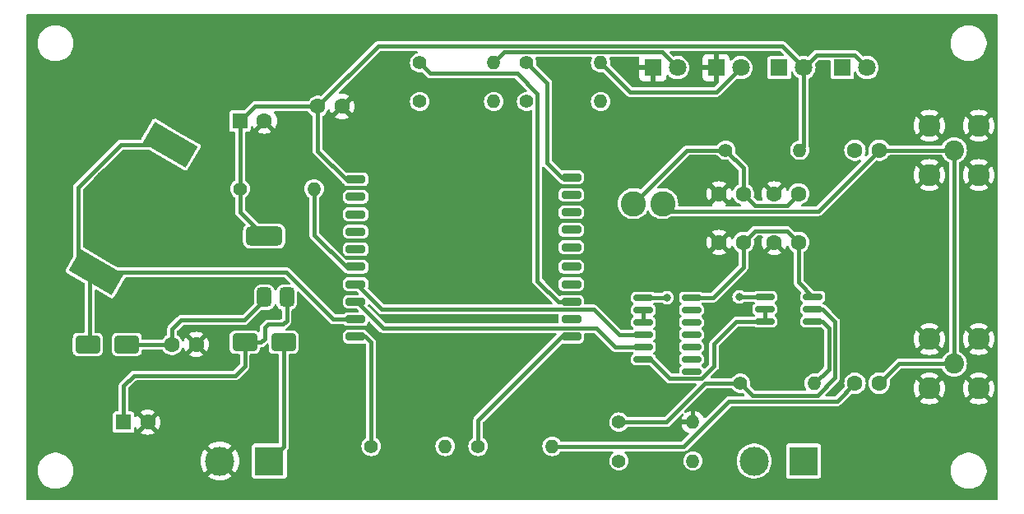
<source format=gbr>
%TF.GenerationSoftware,KiCad,Pcbnew,8.0.3*%
%TF.CreationDate,2024-07-31T17:37:35+08:00*%
%TF.ProjectId,pcb,7063622e-6b69-4636-9164-5f7063625858,rev?*%
%TF.SameCoordinates,Original*%
%TF.FileFunction,Copper,L1,Top*%
%TF.FilePolarity,Positive*%
%FSLAX46Y46*%
G04 Gerber Fmt 4.6, Leading zero omitted, Abs format (unit mm)*
G04 Created by KiCad (PCBNEW 8.0.3) date 2024-07-31 17:37:35*
%MOMM*%
%LPD*%
G01*
G04 APERTURE LIST*
G04 Aperture macros list*
%AMRoundRect*
0 Rectangle with rounded corners*
0 $1 Rounding radius*
0 $2 $3 $4 $5 $6 $7 $8 $9 X,Y pos of 4 corners*
0 Add a 4 corners polygon primitive as box body*
4,1,4,$2,$3,$4,$5,$6,$7,$8,$9,$2,$3,0*
0 Add four circle primitives for the rounded corners*
1,1,$1+$1,$2,$3*
1,1,$1+$1,$4,$5*
1,1,$1+$1,$6,$7*
1,1,$1+$1,$8,$9*
0 Add four rect primitives between the rounded corners*
20,1,$1+$1,$2,$3,$4,$5,0*
20,1,$1+$1,$4,$5,$6,$7,0*
20,1,$1+$1,$6,$7,$8,$9,0*
20,1,$1+$1,$8,$9,$2,$3,0*%
%AMRotRect*
0 Rectangle, with rotation*
0 The origin of the aperture is its center*
0 $1 length*
0 $2 width*
0 $3 Rotation angle, in degrees counterclockwise*
0 Add horizontal line*
21,1,$1,$2,0,0,$3*%
G04 Aperture macros list end*
%TA.AperFunction,SMDPad,CuDef*%
%ADD10RoundRect,0.250000X-1.000000X-0.650000X1.000000X-0.650000X1.000000X0.650000X-1.000000X0.650000X0*%
%TD*%
%TA.AperFunction,ComponentPad*%
%ADD11C,1.400000*%
%TD*%
%TA.AperFunction,ComponentPad*%
%ADD12O,1.400000X1.400000*%
%TD*%
%TA.AperFunction,ComponentPad*%
%ADD13R,1.800000X1.800000*%
%TD*%
%TA.AperFunction,ComponentPad*%
%ADD14C,1.800000*%
%TD*%
%TA.AperFunction,SMDPad,CuDef*%
%ADD15RoundRect,0.150000X-0.825000X-0.150000X0.825000X-0.150000X0.825000X0.150000X-0.825000X0.150000X0*%
%TD*%
%TA.AperFunction,ComponentPad*%
%ADD16C,2.050000*%
%TD*%
%TA.AperFunction,ComponentPad*%
%ADD17C,2.250000*%
%TD*%
%TA.AperFunction,ComponentPad*%
%ADD18C,1.600000*%
%TD*%
%TA.AperFunction,ComponentPad*%
%ADD19C,2.600000*%
%TD*%
%TA.AperFunction,SMDPad,CuDef*%
%ADD20RotRect,2.500000X5.100000X240.000000*%
%TD*%
%TA.AperFunction,SMDPad,CuDef*%
%ADD21C,10.200000*%
%TD*%
%TA.AperFunction,SMDPad,CuDef*%
%ADD22RoundRect,0.200000X-0.800000X-0.200000X0.800000X-0.200000X0.800000X0.200000X-0.800000X0.200000X0*%
%TD*%
%TA.AperFunction,ComponentPad*%
%ADD23R,3.000000X3.000000*%
%TD*%
%TA.AperFunction,ComponentPad*%
%ADD24C,3.000000*%
%TD*%
%TA.AperFunction,ComponentPad*%
%ADD25R,1.600000X1.600000*%
%TD*%
%TA.AperFunction,SMDPad,CuDef*%
%ADD26RoundRect,0.375000X0.375000X-0.625000X0.375000X0.625000X-0.375000X0.625000X-0.375000X-0.625000X0*%
%TD*%
%TA.AperFunction,SMDPad,CuDef*%
%ADD27RoundRect,0.500000X1.400000X-0.500000X1.400000X0.500000X-1.400000X0.500000X-1.400000X-0.500000X0*%
%TD*%
%TA.AperFunction,ViaPad*%
%ADD28C,0.800000*%
%TD*%
%TA.AperFunction,Conductor*%
%ADD29C,0.400000*%
%TD*%
G04 APERTURE END LIST*
D10*
%TO.P,D3,1,K*%
%TO.N,/Vin*%
X102485000Y-83780000D03*
%TO.P,D3,2,A*%
%TO.N,Net-(D3-A)*%
X106485000Y-83780000D03*
%TD*%
%TO.P,D2,2,A*%
%TO.N,/+3V3*%
X90332500Y-84000000D03*
%TO.P,D2,1,K*%
%TO.N,/VBAT*%
X86332500Y-84000000D03*
%TD*%
D11*
%TO.P,R2,1*%
%TO.N,/GNSS_PPS_B*%
X120500000Y-55000000D03*
D12*
%TO.P,R2,2*%
%TO.N,Net-(D4-A)*%
X128120000Y-55000000D03*
%TD*%
D11*
%TO.P,R3,1*%
%TO.N,Net-(C3-Pad2)*%
X152000000Y-64000000D03*
D12*
%TO.P,R3,2*%
%TO.N,/+3V3*%
X159620000Y-64000000D03*
%TD*%
D13*
%TO.P,D6,1,K*%
%TO.N,Net-(D6-K)*%
X157500000Y-55500000D03*
D14*
%TO.P,D6,2,A*%
%TO.N,/+3V3*%
X160040000Y-55500000D03*
%TD*%
D11*
%TO.P,R9,1*%
%TO.N,/+3V3*%
X141000000Y-96000000D03*
D12*
%TO.P,R9,2*%
%TO.N,/RS485_A*%
X148620000Y-96000000D03*
%TD*%
D11*
%TO.P,R4,1*%
%TO.N,/GNSS_RXD*%
X120500000Y-59000000D03*
D12*
%TO.P,R4,2*%
%TO.N,Net-(D5-K)*%
X128120000Y-59000000D03*
%TD*%
D13*
%TO.P,D1,1,K*%
%TO.N,GND*%
X151000000Y-55500000D03*
D14*
%TO.P,D1,2,A*%
%TO.N,Net-(D1-A)*%
X153540000Y-55500000D03*
%TD*%
D15*
%TO.P,U3,14,VCC*%
%TO.N,/+3V3*%
X148475000Y-79190000D03*
%TO.P,U3,13*%
%TO.N,unconnected-(U3-Pad13)*%
X148475000Y-80460000D03*
%TO.P,U3,12*%
%TO.N,unconnected-(U3-Pad12)*%
X148475000Y-81730000D03*
%TO.P,U3,11*%
%TO.N,unconnected-(U3-Pad11)*%
X148475000Y-83000000D03*
%TO.P,U3,10*%
%TO.N,unconnected-(U3-Pad10)*%
X148475000Y-84270000D03*
%TO.P,U3,9*%
%TO.N,unconnected-(U3-Pad9)*%
X148475000Y-85540000D03*
%TO.P,U3,8*%
%TO.N,unconnected-(U3-Pad8)*%
X148475000Y-86810000D03*
%TO.P,U3,7,GND*%
%TO.N,GND*%
X143525000Y-86810000D03*
%TO.P,U3,6*%
%TO.N,Net-(U4-DE)*%
X143525000Y-85540000D03*
%TO.P,U3,5*%
%TO.N,/GNSS_TXD*%
X143525000Y-84270000D03*
%TO.P,U3,4*%
%TO.N,/GNSS_RXD*%
X143525000Y-83000000D03*
%TO.P,U3,3*%
%TO.N,Net-(U3-Pad2)*%
X143525000Y-81730000D03*
%TO.P,U3,2*%
X143525000Y-80460000D03*
%TO.P,U3,1*%
%TO.N,Net-(U4-RO)*%
X143525000Y-79190000D03*
%TD*%
D11*
%TO.P,R10,1*%
%TO.N,/RS485_B*%
X153500000Y-88000000D03*
D12*
%TO.P,R10,2*%
%TO.N,/RS485_A*%
X161120000Y-88000000D03*
%TD*%
D16*
%TO.P,J2,1,In*%
%TO.N,Net-(J2-In)*%
X175500000Y-64000000D03*
D17*
%TO.P,J2,2,Ext*%
%TO.N,GND*%
X172960000Y-61460000D03*
X172960000Y-66540000D03*
X178040000Y-61460000D03*
X178040000Y-66540000D03*
%TD*%
D18*
%TO.P,C8,1*%
%TO.N,Net-(C8-Pad1)*%
X165300000Y-64000000D03*
%TO.P,C8,2*%
%TO.N,Net-(J2-In)*%
X167800000Y-64000000D03*
%TD*%
D15*
%TO.P,U4,8,VCC*%
%TO.N,/+3V3*%
X160975000Y-79095000D03*
%TO.P,U4,7,B*%
%TO.N,/RS485_B*%
X160975000Y-80365000D03*
%TO.P,U4,6,A*%
%TO.N,/RS485_A*%
X160975000Y-81635000D03*
%TO.P,U4,5,GND*%
%TO.N,GND*%
X160975000Y-82905000D03*
%TO.P,U4,4,DI*%
X156025000Y-82905000D03*
%TO.P,U4,3,DE*%
%TO.N,Net-(U4-DE)*%
X156025000Y-81635000D03*
%TO.P,U4,2,~{RE}*%
X156025000Y-80365000D03*
%TO.P,U4,1,RO*%
%TO.N,Net-(U4-RO)*%
X156025000Y-79095000D03*
%TD*%
D16*
%TO.P,J3,1,In*%
%TO.N,Net-(J2-In)*%
X175500000Y-86000000D03*
D17*
%TO.P,J3,2,Ext*%
%TO.N,GND*%
X172960000Y-83460000D03*
X172960000Y-88540000D03*
X178040000Y-83460000D03*
X178040000Y-88540000D03*
%TD*%
D19*
%TO.P,L1,1*%
%TO.N,Net-(C3-Pad2)*%
X142500000Y-69500000D03*
%TO.P,L1,2*%
%TO.N,Net-(J2-In)*%
X145500000Y-69500000D03*
%TD*%
D11*
%TO.P,R6,1*%
%TO.N,/GNSS_TXD*%
X131500000Y-59000000D03*
D12*
%TO.P,R6,2*%
%TO.N,Net-(D6-K)*%
X139120000Y-59000000D03*
%TD*%
D18*
%TO.P,C10,1*%
%TO.N,GND*%
X157000000Y-73500000D03*
%TO.P,C10,2*%
%TO.N,/+3V3*%
X159500000Y-73500000D03*
%TD*%
D20*
%TO.P,BT1,1,+*%
%TO.N,/VBAT*%
X94800000Y-63418207D03*
X87200000Y-76581793D03*
D21*
%TO.P,BT1,2,-*%
%TO.N,GND*%
X91000000Y-70000000D03*
%TD*%
D22*
%TO.P,U2,1,GND*%
%TO.N,GND*%
X113900000Y-65200000D03*
%TO.P,U2,2,VCC*%
%TO.N,/+3V3*%
X113900000Y-67000000D03*
%TO.P,U2,3,RXD3*%
%TO.N,unconnected-(U2-RXD3-Pad3)*%
X113900000Y-68800000D03*
%TO.P,U2,4,TXD3*%
%TO.N,unconnected-(U2-TXD3-Pad4)*%
X113900000Y-70600000D03*
%TO.P,U2,5,SPI_CLK/I2C_SCL*%
%TO.N,unconnected-(U2-SPI_CLK{slash}I2C_SCL-Pad5)*%
X113900000Y-72400000D03*
%TO.P,U2,6,SPI_CS/I2C_SDA*%
%TO.N,unconnected-(U2-SPI_CS{slash}I2C_SDA-Pad6)*%
X113900000Y-74200000D03*
%TO.P,U2,7,RESET_N*%
%TO.N,Net-(U2-RESET_N)*%
X113900000Y-76000000D03*
%TO.P,U2,8,RXD1/SPI_MOSI*%
%TO.N,/GNSS_RXD*%
X113900000Y-77800000D03*
%TO.P,U2,9,TXD1/SPI_MISO*%
%TO.N,/GNSS_TXD*%
X113900000Y-79600000D03*
%TO.P,U2,10,V_BCKP*%
%TO.N,/VBAT*%
X113900000Y-81400000D03*
%TO.P,U2,11,RF_IN_A*%
%TO.N,/GNSS_ANT_A*%
X113900000Y-83200000D03*
%TO.P,U2,12,GND*%
%TO.N,GND*%
X113900000Y-85000000D03*
%TO.P,U2,13,GND*%
X136100000Y-85000000D03*
%TO.P,U2,14,RF_IN_B*%
%TO.N,/GNSS_ANT_B*%
X136100000Y-83200000D03*
%TO.P,U2,15,RESERVED*%
%TO.N,unconnected-(U2-RESERVED-Pad15)*%
X136100000Y-81400000D03*
%TO.P,U2,16,1PPS_B*%
%TO.N,/GNSS_PPS_B*%
X136100000Y-79600000D03*
%TO.P,U2,17,D_SEL_2*%
%TO.N,unconnected-(U2-D_SEL_2-Pad17)*%
X136100000Y-77800000D03*
%TO.P,U2,18,D_SEL_1*%
%TO.N,unconnected-(U2-D_SEL_1-Pad18)*%
X136100000Y-76000000D03*
%TO.P,U2,19,RXD2*%
%TO.N,unconnected-(U2-RXD2-Pad19)*%
X136100000Y-74000000D03*
%TO.P,U2,20,TXD2*%
%TO.N,unconnected-(U2-TXD2-Pad20)*%
X136100000Y-72200000D03*
%TO.P,U2,21,RESERVED*%
%TO.N,unconnected-(U2-RESERVED-Pad21)*%
X136100000Y-70400000D03*
%TO.P,U2,22,WAKEUP*%
%TO.N,unconnected-(U2-WAKEUP-Pad22)*%
X136100000Y-68600000D03*
%TO.P,U2,23,1PPS_A*%
%TO.N,/GNSS_PPS_A*%
X136100000Y-66800000D03*
%TO.P,U2,24,GND*%
%TO.N,GND*%
X136100000Y-65000000D03*
%TD*%
D11*
%TO.P,R5,1*%
%TO.N,/+3V3*%
X102000000Y-68000000D03*
D12*
%TO.P,R5,2*%
%TO.N,Net-(U2-RESET_N)*%
X109620000Y-68000000D03*
%TD*%
D23*
%TO.P,J1,1,Pin_1*%
%TO.N,Net-(D3-A)*%
X105000000Y-96000000D03*
D24*
%TO.P,J1,2,Pin_2*%
%TO.N,GND*%
X99920000Y-96000000D03*
%TD*%
D18*
%TO.P,C6,1*%
%TO.N,GND*%
X151300000Y-73500000D03*
%TO.P,C6,2*%
%TO.N,/+3V3*%
X153800000Y-73500000D03*
%TD*%
D13*
%TO.P,D4,1,K*%
%TO.N,GND*%
X144500000Y-55500000D03*
D14*
%TO.P,D4,2,A*%
%TO.N,Net-(D4-A)*%
X147040000Y-55500000D03*
%TD*%
D11*
%TO.P,R7,1*%
%TO.N,/GNSS_ANT_A*%
X115500000Y-94500000D03*
D12*
%TO.P,R7,2*%
%TO.N,Net-(C8-Pad1)*%
X123120000Y-94500000D03*
%TD*%
D11*
%TO.P,R8,1*%
%TO.N,/GNSS_ANT_B*%
X126500000Y-94500000D03*
D12*
%TO.P,R8,2*%
%TO.N,Net-(C9-Pad1)*%
X134120000Y-94500000D03*
%TD*%
D25*
%TO.P,C1,1*%
%TO.N,/Vin*%
X90000000Y-92000000D03*
D18*
%TO.P,C1,2*%
%TO.N,GND*%
X92500000Y-92000000D03*
%TD*%
D23*
%TO.P,J4,1,Pin_1*%
%TO.N,/RS485_A*%
X160000000Y-96000000D03*
D24*
%TO.P,J4,2,Pin_2*%
%TO.N,/RS485_B*%
X154920000Y-96000000D03*
%TD*%
D18*
%TO.P,C4,1*%
%TO.N,GND*%
X157000000Y-68500000D03*
%TO.P,C4,2*%
%TO.N,Net-(C3-Pad2)*%
X159500000Y-68500000D03*
%TD*%
%TO.P,C2,2*%
%TO.N,GND*%
X97500000Y-84000000D03*
%TO.P,C2,1*%
%TO.N,/+3V3*%
X95000000Y-84000000D03*
%TD*%
D11*
%TO.P,R11,1*%
%TO.N,/RS485_B*%
X141000000Y-92000000D03*
D12*
%TO.P,R11,2*%
%TO.N,GND*%
X148620000Y-92000000D03*
%TD*%
D25*
%TO.P,C7,1*%
%TO.N,/+3V3*%
X102000000Y-61000000D03*
D18*
%TO.P,C7,2*%
%TO.N,GND*%
X104500000Y-61000000D03*
%TD*%
D13*
%TO.P,D5,1,K*%
%TO.N,Net-(D5-K)*%
X164000000Y-55500000D03*
D14*
%TO.P,D5,2,A*%
%TO.N,/+3V3*%
X166540000Y-55500000D03*
%TD*%
D11*
%TO.P,R1,1*%
%TO.N,/GNSS_PPS_A*%
X131500000Y-55000000D03*
D12*
%TO.P,R1,2*%
%TO.N,Net-(D1-A)*%
X139120000Y-55000000D03*
%TD*%
D18*
%TO.P,C9,1*%
%TO.N,Net-(C9-Pad1)*%
X165300000Y-88000000D03*
%TO.P,C9,2*%
%TO.N,Net-(J2-In)*%
X167800000Y-88000000D03*
%TD*%
%TO.P,C5,1*%
%TO.N,/+3V3*%
X110000000Y-59500000D03*
%TO.P,C5,2*%
%TO.N,GND*%
X112500000Y-59500000D03*
%TD*%
%TO.P,C3,1*%
%TO.N,GND*%
X151300000Y-68500000D03*
%TO.P,C3,2*%
%TO.N,Net-(C3-Pad2)*%
X153800000Y-68500000D03*
%TD*%
D26*
%TO.P,U1,3,VI*%
%TO.N,/Vin*%
X106800000Y-79150000D03*
D27*
%TO.P,U1,2,VO*%
%TO.N,/+3V3*%
X104500000Y-72850000D03*
D26*
X104500000Y-79150000D03*
%TO.P,U1,1,GND*%
%TO.N,GND*%
X102200000Y-79150000D03*
%TD*%
D28*
%TO.N,GND*%
X117920000Y-81390000D03*
%TO.N,/GNSS_RXD*%
X114000000Y-77800000D03*
%TO.N,/GNSS_TXD*%
X114000000Y-79600000D03*
%TO.N,Net-(U4-RO)*%
X145960000Y-79190000D03*
X153390000Y-79110000D03*
%TD*%
D29*
%TO.N,/Vin*%
X102485000Y-83780000D02*
X102485000Y-86225000D01*
X102485000Y-86225000D02*
X101510000Y-87200000D01*
X101510000Y-87200000D02*
X91070000Y-87200000D01*
X91070000Y-87200000D02*
X90000000Y-88270000D01*
X90000000Y-88270000D02*
X90000000Y-92000000D01*
X106800000Y-79150000D02*
X106800000Y-81570000D01*
X106800000Y-81570000D02*
X106430000Y-81940000D01*
X106430000Y-81940000D02*
X104860000Y-81940000D01*
X104860000Y-81940000D02*
X104520000Y-82280000D01*
X104520000Y-82280000D02*
X104520000Y-83410000D01*
X104150000Y-83780000D02*
X102485000Y-83780000D01*
X104520000Y-83410000D02*
X104150000Y-83780000D01*
%TO.N,/VBAT*%
X85333270Y-67828730D02*
X89743793Y-63418207D01*
X87200000Y-76581793D02*
X85333270Y-74715063D01*
X86500000Y-77281793D02*
X87200000Y-76581793D01*
X85333270Y-74715063D02*
X85333270Y-67828730D01*
X106781793Y-76581793D02*
X111600000Y-81400000D01*
X86500000Y-84000000D02*
X86500000Y-77281793D01*
X89743793Y-63418207D02*
X94800000Y-63418207D01*
X87200000Y-76581793D02*
X106781793Y-76581793D01*
X111600000Y-81400000D02*
X113900000Y-81400000D01*
%TO.N,/+3V3*%
X150680000Y-79190000D02*
X148475000Y-79190000D01*
X160040000Y-63580000D02*
X159620000Y-64000000D01*
X159500000Y-77620000D02*
X160975000Y-79095000D01*
X110000000Y-64100000D02*
X112900000Y-67000000D01*
X159500000Y-73500000D02*
X159500000Y-77620000D01*
X153800000Y-73500000D02*
X153800000Y-76070000D01*
X166540000Y-55500000D02*
X165240000Y-54200000D01*
X95000000Y-84000000D02*
X90500000Y-84000000D01*
X158300000Y-72300000D02*
X155000000Y-72300000D01*
X102000000Y-68000000D02*
X102000000Y-70350000D01*
X112900000Y-67000000D02*
X113900000Y-67000000D01*
X102000000Y-70350000D02*
X104500000Y-72850000D01*
X110000000Y-59500000D02*
X103500000Y-59500000D01*
X102000000Y-61000000D02*
X102000000Y-68000000D01*
X153800000Y-76070000D02*
X150680000Y-79190000D01*
X160040000Y-55500000D02*
X160040000Y-63580000D01*
X157840000Y-53300000D02*
X160040000Y-55500000D01*
X165240000Y-54200000D02*
X161340000Y-54200000D01*
X110000000Y-59500000D02*
X110000000Y-64100000D01*
X116200000Y-53300000D02*
X157840000Y-53300000D01*
X159500000Y-73500000D02*
X158300000Y-72300000D01*
X110000000Y-59500000D02*
X116200000Y-53300000D01*
X155000000Y-72300000D02*
X153800000Y-73500000D01*
X103500000Y-59500000D02*
X102000000Y-61000000D01*
X161340000Y-54200000D02*
X160040000Y-55500000D01*
%TO.N,Net-(C3-Pad2)*%
X158300000Y-69700000D02*
X159500000Y-68500000D01*
X153800000Y-65800000D02*
X153800000Y-68500000D01*
X155000000Y-69700000D02*
X158300000Y-69700000D01*
X152000000Y-64000000D02*
X153800000Y-65800000D01*
X142500000Y-69500000D02*
X148000000Y-64000000D01*
X148000000Y-64000000D02*
X152000000Y-64000000D01*
X153800000Y-68500000D02*
X155000000Y-69700000D01*
%TO.N,Net-(J2-In)*%
X167800000Y-64000000D02*
X175500000Y-64000000D01*
X169800000Y-86000000D02*
X175500000Y-86000000D01*
X161500000Y-70300000D02*
X167800000Y-64000000D01*
X175500000Y-64000000D02*
X175500000Y-86000000D01*
X146300000Y-70300000D02*
X161500000Y-70300000D01*
X167800000Y-88000000D02*
X169800000Y-86000000D01*
X145500000Y-69500000D02*
X146300000Y-70300000D01*
%TO.N,Net-(C9-Pad1)*%
X152345635Y-89830000D02*
X163470000Y-89830000D01*
X163470000Y-89830000D02*
X165300000Y-88000000D01*
X147675635Y-94500000D02*
X152345635Y-89830000D01*
X134120000Y-94500000D02*
X147675635Y-94500000D01*
%TO.N,/GNSS_PPS_A*%
X133604000Y-65304000D02*
X135100000Y-66800000D01*
X135100000Y-66800000D02*
X136100000Y-66800000D01*
X133604000Y-57104000D02*
X133604000Y-65304000D01*
X131500000Y-55000000D02*
X133604000Y-57104000D01*
%TO.N,Net-(D4-A)*%
X145440000Y-53900000D02*
X129220000Y-53900000D01*
X129220000Y-53900000D02*
X128120000Y-55000000D01*
X147040000Y-55500000D02*
X145440000Y-53900000D01*
%TO.N,/GNSS_PPS_B*%
X132600000Y-77458000D02*
X134742000Y-79600000D01*
X120500000Y-55000000D02*
X121600000Y-56100000D01*
X121600000Y-56100000D02*
X130522000Y-56100000D01*
X130522000Y-56100000D02*
X132600000Y-58178000D01*
X132600000Y-58178000D02*
X132600000Y-77458000D01*
X134742000Y-79600000D02*
X136100000Y-79600000D01*
%TO.N,/RS485_A*%
X162600000Y-82285001D02*
X162600000Y-86520000D01*
X161949999Y-81635000D02*
X162600000Y-82285001D01*
X162600000Y-86520000D02*
X161120000Y-88000000D01*
X160975000Y-81635000D02*
X161949999Y-81635000D01*
%TO.N,/RS485_B*%
X149890502Y-88000000D02*
X145890502Y-92000000D01*
X161445635Y-89230000D02*
X154730000Y-89230000D01*
X145890502Y-92000000D02*
X141000000Y-92000000D01*
X154730000Y-89230000D02*
X153500000Y-88000000D01*
X160975000Y-80365000D02*
X161949999Y-80365000D01*
X153500000Y-88000000D02*
X149890502Y-88000000D01*
X163260000Y-87415635D02*
X161445635Y-89230000D01*
X163260000Y-81675001D02*
X163260000Y-87415635D01*
X161949999Y-80365000D02*
X163260000Y-81675001D01*
%TO.N,/GNSS_RXD*%
X116606528Y-80406528D02*
X138436528Y-80406528D01*
X141030000Y-83000000D02*
X143525000Y-83000000D01*
X114000000Y-77800000D02*
X116606528Y-80406528D01*
X138436528Y-80406528D02*
X141030000Y-83000000D01*
%TO.N,Net-(U2-RESET_N)*%
X109620000Y-68000000D02*
X109620000Y-72720000D01*
X109620000Y-72720000D02*
X112900000Y-76000000D01*
X112900000Y-76000000D02*
X113900000Y-76000000D01*
%TO.N,/GNSS_TXD*%
X140606052Y-84270000D02*
X143525000Y-84270000D01*
X116710987Y-82310987D02*
X138647039Y-82310987D01*
X114000000Y-79600000D02*
X116710987Y-82310987D01*
X138647039Y-82310987D02*
X140606052Y-84270000D01*
%TO.N,Net-(D1-A)*%
X142120000Y-58000000D02*
X151040000Y-58000000D01*
X151040000Y-58000000D02*
X153540000Y-55500000D01*
X139120000Y-55000000D02*
X142120000Y-58000000D01*
%TO.N,/GNSS_ANT_A*%
X114900000Y-83200000D02*
X115500000Y-83800000D01*
X113900000Y-83200000D02*
X114900000Y-83200000D01*
X115500000Y-83800000D02*
X115500000Y-94500000D01*
%TO.N,Net-(D3-A)*%
X106500000Y-94500000D02*
X105000000Y-96000000D01*
X106500000Y-84000000D02*
X106500000Y-94500000D01*
%TO.N,/GNSS_ANT_B*%
X126500000Y-91800000D02*
X126500000Y-94500000D01*
X135100000Y-83200000D02*
X126500000Y-91800000D01*
X136100000Y-83200000D02*
X135100000Y-83200000D01*
%TO.N,Net-(U4-RO)*%
X143525000Y-79190000D02*
X145960000Y-79190000D01*
X153390000Y-79110000D02*
X156010000Y-79110000D01*
%TO.N,Net-(U3-Pad2)*%
X143525000Y-80460000D02*
X143525000Y-81730000D01*
%TO.N,Net-(U4-DE)*%
X156025000Y-81635000D02*
X153105000Y-81635000D01*
X150790000Y-83950000D02*
X150790000Y-86251974D01*
X153105000Y-81635000D02*
X150790000Y-83950000D01*
X149531974Y-87510000D02*
X146250000Y-87510000D01*
X146250000Y-87510000D02*
X144280000Y-85540000D01*
X156025000Y-81635000D02*
X156025000Y-80365000D01*
X150790000Y-86251974D02*
X149531974Y-87510000D01*
%TO.N,/+3V3*%
X104500000Y-79423834D02*
X102423834Y-81500000D01*
X95900000Y-81500000D02*
X95000000Y-82400000D01*
X102423834Y-81500000D02*
X95900000Y-81500000D01*
X95000000Y-82400000D02*
X95000000Y-84000000D01*
%TD*%
%TA.AperFunction,Conductor*%
%TO.N,GND*%
G36*
X155764189Y-72820185D02*
G01*
X155809944Y-72872989D01*
X155819888Y-72942147D01*
X155809532Y-72976905D01*
X155773733Y-73053673D01*
X155773730Y-73053682D01*
X155714860Y-73273389D01*
X155714858Y-73273400D01*
X155695034Y-73499997D01*
X155695034Y-73500002D01*
X155714858Y-73726599D01*
X155714860Y-73726610D01*
X155773730Y-73946317D01*
X155773735Y-73946331D01*
X155869863Y-74152478D01*
X155920974Y-74225472D01*
X156600000Y-73546446D01*
X156600000Y-73552661D01*
X156627259Y-73654394D01*
X156679920Y-73745606D01*
X156754394Y-73820080D01*
X156845606Y-73872741D01*
X156947339Y-73900000D01*
X156953553Y-73900000D01*
X156274526Y-74579025D01*
X156347513Y-74630132D01*
X156347521Y-74630136D01*
X156553668Y-74726264D01*
X156553682Y-74726269D01*
X156773389Y-74785139D01*
X156773400Y-74785141D01*
X156999998Y-74804966D01*
X157000002Y-74804966D01*
X157226599Y-74785141D01*
X157226610Y-74785139D01*
X157446317Y-74726269D01*
X157446331Y-74726264D01*
X157652478Y-74630136D01*
X157725471Y-74579024D01*
X157046447Y-73900000D01*
X157052661Y-73900000D01*
X157154394Y-73872741D01*
X157245606Y-73820080D01*
X157320080Y-73745606D01*
X157372741Y-73654394D01*
X157400000Y-73552661D01*
X157400000Y-73546447D01*
X158079024Y-74225471D01*
X158130136Y-74152478D01*
X158226264Y-73946331D01*
X158226269Y-73946317D01*
X158234880Y-73914181D01*
X158271244Y-73854521D01*
X158334091Y-73823991D01*
X158403467Y-73832285D01*
X158457345Y-73876770D01*
X158466516Y-73894290D01*
X158466862Y-73894118D01*
X158560327Y-74081821D01*
X158683237Y-74244581D01*
X158833955Y-74381978D01*
X158833957Y-74381979D01*
X158833959Y-74381981D01*
X158940779Y-74448121D01*
X158987413Y-74500146D01*
X158999500Y-74553546D01*
X158999500Y-77554108D01*
X158999500Y-77685892D01*
X159016554Y-77749539D01*
X159033608Y-77813187D01*
X159054574Y-77849500D01*
X159099500Y-77927314D01*
X159099502Y-77927316D01*
X159738460Y-78566274D01*
X159771945Y-78627597D01*
X159766961Y-78697289D01*
X159750552Y-78727584D01*
X159747210Y-78732111D01*
X159747206Y-78732119D01*
X159702353Y-78860298D01*
X159702353Y-78860300D01*
X159699500Y-78890730D01*
X159699500Y-79299269D01*
X159702353Y-79329699D01*
X159702353Y-79329701D01*
X159747206Y-79457880D01*
X159747207Y-79457882D01*
X159827850Y-79567150D01*
X159913321Y-79630230D01*
X159955571Y-79685877D01*
X159961030Y-79755534D01*
X159927962Y-79817083D01*
X159913321Y-79829769D01*
X159882806Y-79852291D01*
X159827850Y-79892850D01*
X159747207Y-80002117D01*
X159747206Y-80002119D01*
X159702353Y-80130298D01*
X159702353Y-80130300D01*
X159699500Y-80160730D01*
X159699500Y-80569269D01*
X159702353Y-80599699D01*
X159702353Y-80599701D01*
X159742293Y-80713839D01*
X159747207Y-80727882D01*
X159827850Y-80837150D01*
X159913321Y-80900230D01*
X159955571Y-80955877D01*
X159961030Y-81025534D01*
X159927962Y-81087083D01*
X159913321Y-81099769D01*
X159873038Y-81129500D01*
X159827850Y-81162850D01*
X159747207Y-81272117D01*
X159747206Y-81272119D01*
X159702353Y-81400298D01*
X159702353Y-81400300D01*
X159699500Y-81430730D01*
X159699500Y-81839269D01*
X159702353Y-81869699D01*
X159702353Y-81869701D01*
X159747206Y-81997880D01*
X159747207Y-81997882D01*
X159827850Y-82107150D01*
X159937118Y-82187793D01*
X159978145Y-82202149D01*
X160065299Y-82232646D01*
X160095730Y-82235500D01*
X160095734Y-82235500D01*
X161791323Y-82235500D01*
X161858362Y-82255185D01*
X161879004Y-82271819D01*
X162063181Y-82455995D01*
X162096666Y-82517318D01*
X162099500Y-82543676D01*
X162099500Y-86261323D01*
X162079815Y-86328362D01*
X162063181Y-86349004D01*
X161431458Y-86980726D01*
X161370135Y-87014211D01*
X161319593Y-87014664D01*
X161316133Y-87013976D01*
X161120000Y-86994659D01*
X160923870Y-87013975D01*
X160735266Y-87071188D01*
X160561467Y-87164086D01*
X160561460Y-87164090D01*
X160409116Y-87289116D01*
X160284090Y-87441460D01*
X160284086Y-87441467D01*
X160191188Y-87615266D01*
X160133975Y-87803870D01*
X160114659Y-88000000D01*
X160133975Y-88196129D01*
X160191188Y-88384733D01*
X160277947Y-88547047D01*
X160292189Y-88615450D01*
X160267189Y-88680694D01*
X160210884Y-88722064D01*
X160168589Y-88729500D01*
X154988676Y-88729500D01*
X154921637Y-88709815D01*
X154900995Y-88693181D01*
X154519273Y-88311459D01*
X154485788Y-88250136D01*
X154485338Y-88199581D01*
X154486024Y-88196132D01*
X154497167Y-88082989D01*
X154505341Y-88000000D01*
X154486024Y-87803868D01*
X154428814Y-87615273D01*
X154428811Y-87615269D01*
X154428811Y-87615266D01*
X154335913Y-87441467D01*
X154335909Y-87441460D01*
X154210883Y-87289116D01*
X154058539Y-87164090D01*
X154058532Y-87164086D01*
X153884733Y-87071188D01*
X153884727Y-87071186D01*
X153696132Y-87013976D01*
X153696129Y-87013975D01*
X153500000Y-86994659D01*
X153303870Y-87013975D01*
X153115266Y-87071188D01*
X152941467Y-87164086D01*
X152941460Y-87164090D01*
X152789116Y-87289116D01*
X152664089Y-87441461D01*
X152662129Y-87444396D01*
X152660705Y-87445585D01*
X152660225Y-87446171D01*
X152660113Y-87446079D01*
X152608514Y-87489198D01*
X152559030Y-87499500D01*
X150549650Y-87499500D01*
X150482611Y-87479815D01*
X150436856Y-87427011D01*
X150426912Y-87357853D01*
X150455937Y-87294297D01*
X150461969Y-87287819D01*
X150819746Y-86930042D01*
X151190499Y-86559289D01*
X151256392Y-86445160D01*
X151290500Y-86317867D01*
X151290500Y-86186082D01*
X151290500Y-84208676D01*
X151310185Y-84141637D01*
X151326819Y-84120995D01*
X153275995Y-82171819D01*
X153337318Y-82138334D01*
X153363676Y-82135500D01*
X154875460Y-82135500D01*
X154942499Y-82155185D01*
X154949093Y-82159730D01*
X154987113Y-82187790D01*
X154987115Y-82187791D01*
X154987118Y-82187793D01*
X155028145Y-82202149D01*
X155115299Y-82232646D01*
X155145730Y-82235500D01*
X155145734Y-82235500D01*
X156904270Y-82235500D01*
X156934699Y-82232646D01*
X156934701Y-82232646D01*
X157008523Y-82206814D01*
X157062882Y-82187793D01*
X157172150Y-82107150D01*
X157252793Y-81997882D01*
X157283631Y-81909752D01*
X157297646Y-81869701D01*
X157297646Y-81869699D01*
X157300500Y-81839269D01*
X157300500Y-81430730D01*
X157297646Y-81400300D01*
X157297646Y-81400298D01*
X157252793Y-81272119D01*
X157252792Y-81272117D01*
X157225030Y-81234501D01*
X157172150Y-81162850D01*
X157086677Y-81099768D01*
X157044428Y-81044123D01*
X157038969Y-80974467D01*
X157072036Y-80912917D01*
X157086670Y-80900236D01*
X157172150Y-80837150D01*
X157252793Y-80727882D01*
X157275219Y-80663790D01*
X157297646Y-80599701D01*
X157297646Y-80599699D01*
X157300500Y-80569269D01*
X157300500Y-80160730D01*
X157297646Y-80130300D01*
X157297646Y-80130298D01*
X157252793Y-80002119D01*
X157252792Y-80002117D01*
X157223951Y-79963039D01*
X157172150Y-79892850D01*
X157086677Y-79829768D01*
X157044428Y-79774123D01*
X157038969Y-79704467D01*
X157072036Y-79642917D01*
X157086670Y-79630236D01*
X157172150Y-79567150D01*
X157252793Y-79457882D01*
X157275219Y-79393790D01*
X157297646Y-79329701D01*
X157297646Y-79329699D01*
X157300500Y-79299269D01*
X157300500Y-78890730D01*
X157297646Y-78860300D01*
X157297646Y-78860298D01*
X157252793Y-78732119D01*
X157252792Y-78732117D01*
X157252788Y-78732111D01*
X157172150Y-78622850D01*
X157062882Y-78542207D01*
X157062880Y-78542206D01*
X156934700Y-78497353D01*
X156904270Y-78494500D01*
X156904266Y-78494500D01*
X155145734Y-78494500D01*
X155145730Y-78494500D01*
X155115300Y-78497353D01*
X155115298Y-78497353D01*
X154987119Y-78542206D01*
X154928770Y-78585270D01*
X154863141Y-78609241D01*
X154855136Y-78609500D01*
X153928445Y-78609500D01*
X153861406Y-78589815D01*
X153846218Y-78578316D01*
X153790852Y-78529266D01*
X153790850Y-78529265D01*
X153790849Y-78529264D01*
X153640226Y-78450210D01*
X153475056Y-78409500D01*
X153304944Y-78409500D01*
X153139773Y-78450210D01*
X152989150Y-78529263D01*
X152898846Y-78609266D01*
X152867309Y-78637206D01*
X152861816Y-78642072D01*
X152765182Y-78782068D01*
X152704860Y-78941125D01*
X152704859Y-78941130D01*
X152684355Y-79110000D01*
X152704859Y-79278869D01*
X152704860Y-79278874D01*
X152765182Y-79437931D01*
X152820402Y-79517930D01*
X152861817Y-79577929D01*
X152952119Y-79657929D01*
X152989150Y-79690736D01*
X153139773Y-79769789D01*
X153139775Y-79769790D01*
X153304944Y-79810500D01*
X153475056Y-79810500D01*
X153640225Y-79769790D01*
X153790852Y-79690734D01*
X153846218Y-79641683D01*
X153909451Y-79611963D01*
X153928445Y-79610500D01*
X154883590Y-79610500D01*
X154950629Y-79630185D01*
X154996384Y-79682989D01*
X155006328Y-79752147D01*
X154977303Y-79815703D01*
X154957225Y-79834268D01*
X154923038Y-79859500D01*
X154877850Y-79892850D01*
X154797207Y-80002117D01*
X154797206Y-80002119D01*
X154752353Y-80130298D01*
X154752353Y-80130300D01*
X154749500Y-80160730D01*
X154749500Y-80569269D01*
X154752353Y-80599699D01*
X154752353Y-80599701D01*
X154792293Y-80713839D01*
X154797207Y-80727882D01*
X154877850Y-80837150D01*
X154963321Y-80900230D01*
X155005571Y-80955877D01*
X155011030Y-81025534D01*
X154977962Y-81087083D01*
X154963322Y-81099769D01*
X154963320Y-81099771D01*
X154949094Y-81110270D01*
X154883465Y-81134241D01*
X154875460Y-81134500D01*
X153039107Y-81134500D01*
X152933302Y-81162850D01*
X152933301Y-81162849D01*
X152911814Y-81168607D01*
X152797686Y-81234500D01*
X152797683Y-81234502D01*
X150389502Y-83642683D01*
X150389500Y-83642686D01*
X150323608Y-83756812D01*
X150289500Y-83884108D01*
X150289500Y-85993297D01*
X150269815Y-86060336D01*
X150253181Y-86080978D01*
X149882918Y-86451240D01*
X149821595Y-86484725D01*
X149751903Y-86479741D01*
X149695970Y-86437869D01*
X149695618Y-86437397D01*
X149622150Y-86337850D01*
X149536677Y-86274768D01*
X149494428Y-86219123D01*
X149488969Y-86149467D01*
X149522036Y-86087917D01*
X149536670Y-86075236D01*
X149622150Y-86012150D01*
X149702793Y-85902882D01*
X149725219Y-85838790D01*
X149747646Y-85774701D01*
X149747646Y-85774699D01*
X149750500Y-85744269D01*
X149750500Y-85335730D01*
X149747646Y-85305300D01*
X149747646Y-85305298D01*
X149710975Y-85200500D01*
X149702793Y-85177118D01*
X149622150Y-85067850D01*
X149536677Y-85004768D01*
X149494428Y-84949123D01*
X149488969Y-84879467D01*
X149522036Y-84817917D01*
X149536670Y-84805236D01*
X149622150Y-84742150D01*
X149702793Y-84632882D01*
X149729184Y-84557461D01*
X149747646Y-84504701D01*
X149747646Y-84504699D01*
X149750500Y-84474269D01*
X149750500Y-84065730D01*
X149747646Y-84035300D01*
X149747646Y-84035298D01*
X149702793Y-83907119D01*
X149702792Y-83907117D01*
X149697908Y-83900500D01*
X149622150Y-83797850D01*
X149536677Y-83734768D01*
X149494428Y-83679123D01*
X149488969Y-83609467D01*
X149522036Y-83547917D01*
X149536670Y-83535236D01*
X149622150Y-83472150D01*
X149702793Y-83362882D01*
X149733710Y-83274526D01*
X149747646Y-83234701D01*
X149747646Y-83234699D01*
X149750500Y-83204269D01*
X149750500Y-82795730D01*
X149747646Y-82765300D01*
X149747646Y-82765298D01*
X149710336Y-82658675D01*
X149702793Y-82637118D01*
X149622150Y-82527850D01*
X149536677Y-82464768D01*
X149494428Y-82409123D01*
X149488969Y-82339467D01*
X149522036Y-82277917D01*
X149536670Y-82265236D01*
X149622150Y-82202150D01*
X149702793Y-82092882D01*
X149732622Y-82007636D01*
X149747646Y-81964701D01*
X149747646Y-81964699D01*
X149750500Y-81934269D01*
X149750500Y-81525730D01*
X149747646Y-81495300D01*
X149747646Y-81495298D01*
X149702793Y-81367119D01*
X149702792Y-81367117D01*
X149631242Y-81270170D01*
X149622150Y-81257850D01*
X149536677Y-81194768D01*
X149494428Y-81139123D01*
X149488969Y-81069467D01*
X149522036Y-81007917D01*
X149536670Y-80995236D01*
X149622150Y-80932150D01*
X149702793Y-80822882D01*
X149740949Y-80713839D01*
X149747646Y-80694701D01*
X149747646Y-80694699D01*
X149750500Y-80664269D01*
X149750500Y-80255730D01*
X149747646Y-80225300D01*
X149747646Y-80225298D01*
X149702793Y-80097119D01*
X149702792Y-80097117D01*
X149671171Y-80054272D01*
X149622150Y-79987850D01*
X149536678Y-79924769D01*
X149494428Y-79869121D01*
X149488969Y-79799465D01*
X149522037Y-79737916D01*
X149536670Y-79725236D01*
X149550914Y-79714723D01*
X149616545Y-79690758D01*
X149624540Y-79690500D01*
X150745890Y-79690500D01*
X150745892Y-79690500D01*
X150873186Y-79656392D01*
X150987314Y-79590500D01*
X154097104Y-76480707D01*
X154097109Y-76480704D01*
X154107312Y-76470500D01*
X154107314Y-76470500D01*
X154200500Y-76377314D01*
X154266392Y-76263186D01*
X154300500Y-76135892D01*
X154300500Y-74553546D01*
X154320185Y-74486507D01*
X154359218Y-74448122D01*
X154466041Y-74381981D01*
X154556474Y-74299539D01*
X154616762Y-74244581D01*
X154616764Y-74244579D01*
X154739673Y-74081821D01*
X154830582Y-73899250D01*
X154886397Y-73703083D01*
X154905215Y-73500000D01*
X154886397Y-73296917D01*
X154867464Y-73230376D01*
X154868050Y-73160512D01*
X154899045Y-73108766D01*
X155170995Y-72836816D01*
X155232317Y-72803334D01*
X155258675Y-72800500D01*
X155697150Y-72800500D01*
X155764189Y-72820185D01*
G37*
%TD.AperFunction*%
%TA.AperFunction,Conductor*%
G36*
X115358119Y-79873036D02*
G01*
X115386372Y-79894186D01*
X116201687Y-80709500D01*
X116201697Y-80709511D01*
X116206027Y-80713841D01*
X116206028Y-80713842D01*
X116299214Y-80807028D01*
X116400490Y-80865500D01*
X116413342Y-80872920D01*
X116540635Y-80907028D01*
X116540636Y-80907028D01*
X134696498Y-80907028D01*
X134763537Y-80926713D01*
X134809292Y-80979517D01*
X134819236Y-81048675D01*
X134812681Y-81074359D01*
X134807936Y-81087083D01*
X134805909Y-81092517D01*
X134799500Y-81152127D01*
X134799500Y-81152134D01*
X134799500Y-81152135D01*
X134799500Y-81647870D01*
X134799501Y-81647879D01*
X134802227Y-81673235D01*
X134789820Y-81741994D01*
X134742208Y-81793130D01*
X134678937Y-81810487D01*
X116969663Y-81810487D01*
X116902624Y-81790802D01*
X116881982Y-81774168D01*
X115201869Y-80094055D01*
X115168384Y-80032732D01*
X115173367Y-79963043D01*
X115182510Y-79938531D01*
X115224382Y-79882599D01*
X115289847Y-79858183D01*
X115358119Y-79873036D01*
G37*
%TD.AperFunction*%
%TA.AperFunction,Conductor*%
G36*
X151126069Y-64520185D02*
G01*
X151162129Y-64555604D01*
X151164089Y-64558538D01*
X151289116Y-64710883D01*
X151441460Y-64835909D01*
X151441467Y-64835913D01*
X151615266Y-64928811D01*
X151615269Y-64928811D01*
X151615273Y-64928814D01*
X151803868Y-64986024D01*
X152000000Y-65005341D01*
X152196132Y-64986024D01*
X152199581Y-64985338D01*
X152201424Y-64985502D01*
X152202195Y-64985427D01*
X152202209Y-64985573D01*
X152269173Y-64991562D01*
X152311459Y-65019273D01*
X153263181Y-65970995D01*
X153296666Y-66032318D01*
X153299500Y-66058676D01*
X153299500Y-67446452D01*
X153279815Y-67513491D01*
X153240778Y-67551879D01*
X153133957Y-67618020D01*
X152983237Y-67755418D01*
X152860327Y-67918178D01*
X152766862Y-68105882D01*
X152765245Y-68105076D01*
X152727702Y-68153925D01*
X152661934Y-68177511D01*
X152593854Y-68161796D01*
X152545079Y-68111768D01*
X152534880Y-68085818D01*
X152526269Y-68053682D01*
X152526264Y-68053668D01*
X152430136Y-67847521D01*
X152430132Y-67847513D01*
X152379025Y-67774526D01*
X151700000Y-68453551D01*
X151700000Y-68447339D01*
X151672741Y-68345606D01*
X151620080Y-68254394D01*
X151545606Y-68179920D01*
X151454394Y-68127259D01*
X151352661Y-68100000D01*
X151346448Y-68100000D01*
X152025472Y-67420974D01*
X151952478Y-67369863D01*
X151746331Y-67273735D01*
X151746317Y-67273730D01*
X151526610Y-67214860D01*
X151526599Y-67214858D01*
X151300002Y-67195034D01*
X151299998Y-67195034D01*
X151073400Y-67214858D01*
X151073389Y-67214860D01*
X150853682Y-67273730D01*
X150853673Y-67273734D01*
X150647516Y-67369866D01*
X150647512Y-67369868D01*
X150574526Y-67420973D01*
X150574526Y-67420974D01*
X151253553Y-68100000D01*
X151247339Y-68100000D01*
X151145606Y-68127259D01*
X151054394Y-68179920D01*
X150979920Y-68254394D01*
X150927259Y-68345606D01*
X150900000Y-68447339D01*
X150900000Y-68453552D01*
X150220974Y-67774526D01*
X150220973Y-67774526D01*
X150169868Y-67847512D01*
X150169866Y-67847516D01*
X150073734Y-68053673D01*
X150073730Y-68053682D01*
X150014860Y-68273389D01*
X150014858Y-68273400D01*
X149995034Y-68499997D01*
X149995034Y-68500002D01*
X150014858Y-68726599D01*
X150014860Y-68726610D01*
X150073730Y-68946317D01*
X150073735Y-68946331D01*
X150169863Y-69152478D01*
X150220974Y-69225472D01*
X150900000Y-68546446D01*
X150900000Y-68552661D01*
X150927259Y-68654394D01*
X150979920Y-68745606D01*
X151054394Y-68820080D01*
X151145606Y-68872741D01*
X151247339Y-68900000D01*
X151253553Y-68900000D01*
X150574526Y-69579025D01*
X150574920Y-69583529D01*
X150610869Y-69628503D01*
X150618061Y-69698001D01*
X150586539Y-69760356D01*
X150526309Y-69795769D01*
X150496120Y-69799500D01*
X147216020Y-69799500D01*
X147148981Y-69779815D01*
X147103226Y-69727011D01*
X147092402Y-69665771D01*
X147105449Y-69500000D01*
X147085683Y-69248852D01*
X147026873Y-69003889D01*
X146986942Y-68907486D01*
X146930466Y-68771140D01*
X146798839Y-68556346D01*
X146798838Y-68556343D01*
X146705739Y-68447339D01*
X146635224Y-68364776D01*
X146492001Y-68242452D01*
X146443656Y-68201161D01*
X146443653Y-68201160D01*
X146228859Y-68069533D01*
X145996110Y-67973126D01*
X145751151Y-67914317D01*
X145500000Y-67894551D01*
X145248848Y-67914317D01*
X145077160Y-67955536D01*
X145007377Y-67952045D01*
X144950560Y-67911381D01*
X144924747Y-67846455D01*
X144938133Y-67777879D01*
X144960532Y-67747281D01*
X146084096Y-66623718D01*
X148170995Y-64536819D01*
X148232318Y-64503334D01*
X148258676Y-64500500D01*
X151059030Y-64500500D01*
X151126069Y-64520185D01*
G37*
%TD.AperFunction*%
%TA.AperFunction,Conductor*%
G36*
X152379024Y-69225471D02*
G01*
X152430136Y-69152478D01*
X152526264Y-68946331D01*
X152526269Y-68946317D01*
X152534880Y-68914181D01*
X152571244Y-68854521D01*
X152634091Y-68823991D01*
X152703467Y-68832285D01*
X152757345Y-68876770D01*
X152766516Y-68894290D01*
X152766862Y-68894118D01*
X152860327Y-69081821D01*
X152983237Y-69244581D01*
X153133958Y-69381980D01*
X153133960Y-69381982D01*
X153233141Y-69443392D01*
X153307363Y-69489348D01*
X153450157Y-69544666D01*
X153489410Y-69559873D01*
X153544812Y-69602446D01*
X153568402Y-69668213D01*
X153552691Y-69736293D01*
X153502667Y-69785072D01*
X153444616Y-69799500D01*
X152103878Y-69799500D01*
X152036839Y-69779815D01*
X151991084Y-69727011D01*
X151981140Y-69657853D01*
X152010165Y-69594297D01*
X152025332Y-69580618D01*
X152025472Y-69579025D01*
X151346447Y-68900000D01*
X151352661Y-68900000D01*
X151454394Y-68872741D01*
X151545606Y-68820080D01*
X151620080Y-68745606D01*
X151672741Y-68654394D01*
X151700000Y-68552661D01*
X151700000Y-68546447D01*
X152379024Y-69225471D01*
G37*
%TD.AperFunction*%
%TA.AperFunction,Conductor*%
G36*
X179943039Y-50019685D02*
G01*
X179988794Y-50072489D01*
X180000000Y-50124000D01*
X180000000Y-99876000D01*
X179980315Y-99943039D01*
X179927511Y-99988794D01*
X179876000Y-100000000D01*
X80124000Y-100000000D01*
X80056961Y-99980315D01*
X80011206Y-99927511D01*
X80000000Y-99876000D01*
X80000000Y-96878711D01*
X81149500Y-96878711D01*
X81149500Y-97121288D01*
X81181161Y-97361785D01*
X81243947Y-97596104D01*
X81328611Y-97800500D01*
X81336776Y-97820212D01*
X81458064Y-98030289D01*
X81458066Y-98030292D01*
X81458067Y-98030293D01*
X81605733Y-98222736D01*
X81605739Y-98222743D01*
X81777256Y-98394260D01*
X81777262Y-98394265D01*
X81969711Y-98541936D01*
X82179788Y-98663224D01*
X82403900Y-98756054D01*
X82638211Y-98818838D01*
X82818586Y-98842584D01*
X82878711Y-98850500D01*
X82878712Y-98850500D01*
X83121289Y-98850500D01*
X83169388Y-98844167D01*
X83361789Y-98818838D01*
X83596100Y-98756054D01*
X83820212Y-98663224D01*
X84030289Y-98541936D01*
X84222738Y-98394265D01*
X84394265Y-98222738D01*
X84541936Y-98030289D01*
X84663224Y-97820212D01*
X84756054Y-97596100D01*
X84818838Y-97361789D01*
X84850500Y-97121288D01*
X84850500Y-96878712D01*
X84844476Y-96832958D01*
X84837952Y-96783396D01*
X84818838Y-96638211D01*
X84756054Y-96403900D01*
X84663224Y-96179788D01*
X84559422Y-95999998D01*
X97914891Y-95999998D01*
X97914891Y-96000001D01*
X97935300Y-96285362D01*
X97996109Y-96564895D01*
X98096091Y-96832958D01*
X98233191Y-97084038D01*
X98233196Y-97084046D01*
X98339882Y-97226561D01*
X98339883Y-97226562D01*
X99234767Y-96331677D01*
X99246497Y-96359995D01*
X99329670Y-96484472D01*
X99435528Y-96590330D01*
X99560005Y-96673503D01*
X99588320Y-96685231D01*
X98693436Y-97580115D01*
X98835960Y-97686807D01*
X98835961Y-97686808D01*
X99087042Y-97823908D01*
X99087041Y-97823908D01*
X99355104Y-97923890D01*
X99634637Y-97984699D01*
X99919999Y-98005109D01*
X99920001Y-98005109D01*
X100205362Y-97984699D01*
X100484895Y-97923890D01*
X100752958Y-97823908D01*
X101004047Y-97686803D01*
X101146561Y-97580116D01*
X101146562Y-97580115D01*
X100251679Y-96685231D01*
X100279995Y-96673503D01*
X100404472Y-96590330D01*
X100510330Y-96484472D01*
X100593503Y-96359995D01*
X100605231Y-96331678D01*
X101500115Y-97226562D01*
X101500116Y-97226561D01*
X101606803Y-97084047D01*
X101743908Y-96832958D01*
X101843890Y-96564895D01*
X101904699Y-96285362D01*
X101925109Y-96000001D01*
X101925109Y-95999998D01*
X101904699Y-95714637D01*
X101843890Y-95435104D01*
X101743908Y-95167041D01*
X101606808Y-94915961D01*
X101606807Y-94915960D01*
X101500115Y-94773436D01*
X100605231Y-95668320D01*
X100593503Y-95640005D01*
X100510330Y-95515528D01*
X100404472Y-95409670D01*
X100279995Y-95326497D01*
X100251678Y-95314767D01*
X101146562Y-94419883D01*
X101146561Y-94419882D01*
X101004046Y-94313196D01*
X101004038Y-94313191D01*
X100752957Y-94176091D01*
X100752958Y-94176091D01*
X100484895Y-94076109D01*
X100205362Y-94015300D01*
X99920001Y-93994891D01*
X99919999Y-93994891D01*
X99634637Y-94015300D01*
X99355104Y-94076109D01*
X99087041Y-94176091D01*
X98835961Y-94313191D01*
X98835953Y-94313196D01*
X98693437Y-94419882D01*
X98693436Y-94419883D01*
X99588321Y-95314767D01*
X99560005Y-95326497D01*
X99435528Y-95409670D01*
X99329670Y-95515528D01*
X99246497Y-95640005D01*
X99234768Y-95668321D01*
X98339883Y-94773436D01*
X98339882Y-94773437D01*
X98233196Y-94915953D01*
X98233191Y-94915961D01*
X98096091Y-95167041D01*
X97996109Y-95435104D01*
X97935300Y-95714637D01*
X97914891Y-95999998D01*
X84559422Y-95999998D01*
X84541936Y-95969711D01*
X84414682Y-95803870D01*
X84394266Y-95777263D01*
X84394260Y-95777256D01*
X84222743Y-95605739D01*
X84222736Y-95605733D01*
X84030293Y-95458067D01*
X84030292Y-95458066D01*
X84030289Y-95458064D01*
X83820212Y-95336776D01*
X83818129Y-95335913D01*
X83596104Y-95243947D01*
X83361785Y-95181161D01*
X83121289Y-95149500D01*
X83121288Y-95149500D01*
X82878712Y-95149500D01*
X82878711Y-95149500D01*
X82638214Y-95181161D01*
X82403895Y-95243947D01*
X82179794Y-95336773D01*
X82179785Y-95336777D01*
X81969706Y-95458067D01*
X81777263Y-95605733D01*
X81777256Y-95605739D01*
X81605739Y-95777256D01*
X81605733Y-95777263D01*
X81458067Y-95969706D01*
X81336777Y-96179785D01*
X81336773Y-96179794D01*
X81243947Y-96403895D01*
X81181161Y-96638214D01*
X81149500Y-96878711D01*
X80000000Y-96878711D01*
X80000000Y-76412840D01*
X84061836Y-76412840D01*
X84061836Y-76412842D01*
X84090913Y-76521359D01*
X84157227Y-76612044D01*
X84176448Y-76626328D01*
X84177531Y-76627133D01*
X85937500Y-77643250D01*
X85985716Y-77693817D01*
X85999500Y-77750637D01*
X85999500Y-82675500D01*
X85979815Y-82742539D01*
X85927011Y-82788294D01*
X85875500Y-82799500D01*
X85289398Y-82799500D01*
X85250353Y-82804188D01*
X85200938Y-82810122D01*
X85060156Y-82865639D01*
X84939577Y-82957077D01*
X84848139Y-83077656D01*
X84792622Y-83218438D01*
X84786688Y-83267853D01*
X84782000Y-83306898D01*
X84782000Y-84693102D01*
X84787626Y-84739954D01*
X84792622Y-84781561D01*
X84848139Y-84922343D01*
X84939577Y-85042922D01*
X85060156Y-85134360D01*
X85060157Y-85134360D01*
X85060158Y-85134361D01*
X85200936Y-85189877D01*
X85289398Y-85200500D01*
X85289403Y-85200500D01*
X87375597Y-85200500D01*
X87375602Y-85200500D01*
X87464064Y-85189877D01*
X87604842Y-85134361D01*
X87725422Y-85042922D01*
X87816861Y-84922342D01*
X87872377Y-84781564D01*
X87883000Y-84693102D01*
X87883000Y-83306898D01*
X87872377Y-83218436D01*
X87816861Y-83077658D01*
X87816860Y-83077657D01*
X87816860Y-83077656D01*
X87725422Y-82957077D01*
X87604843Y-82865639D01*
X87508692Y-82827722D01*
X87464064Y-82810123D01*
X87464063Y-82810122D01*
X87464061Y-82810122D01*
X87418426Y-82804642D01*
X87375602Y-82799500D01*
X87375597Y-82799500D01*
X87124500Y-82799500D01*
X87057461Y-82779815D01*
X87011706Y-82727011D01*
X87000500Y-82675500D01*
X87000500Y-78471748D01*
X87020185Y-78404709D01*
X87072989Y-78358954D01*
X87142147Y-78349010D01*
X87186499Y-78364360D01*
X88671969Y-79221997D01*
X88695186Y-79232036D01*
X88806881Y-79244124D01*
X88915399Y-79215047D01*
X88993860Y-79157671D01*
X89006084Y-79148732D01*
X89006085Y-79148731D01*
X89021173Y-79128429D01*
X90166713Y-77144292D01*
X90217280Y-77096077D01*
X90274100Y-77082293D01*
X106523117Y-77082293D01*
X106590156Y-77101978D01*
X106610798Y-77118612D01*
X107130005Y-77637819D01*
X107163490Y-77699142D01*
X107158506Y-77768834D01*
X107116634Y-77824767D01*
X107051170Y-77849184D01*
X107042324Y-77849500D01*
X106370406Y-77849500D01*
X106302343Y-77855685D01*
X106302339Y-77855686D01*
X106302335Y-77855687D01*
X106145736Y-77904485D01*
X106145727Y-77904488D01*
X106005351Y-77989348D01*
X106005347Y-77989351D01*
X105889351Y-78105347D01*
X105889348Y-78105351D01*
X105804488Y-78245727D01*
X105804485Y-78245736D01*
X105768385Y-78361586D01*
X105729648Y-78419734D01*
X105665622Y-78447708D01*
X105596637Y-78436626D01*
X105544594Y-78390008D01*
X105531615Y-78361586D01*
X105495514Y-78245736D01*
X105495511Y-78245727D01*
X105410651Y-78105351D01*
X105410648Y-78105347D01*
X105294652Y-77989351D01*
X105294648Y-77989348D01*
X105154272Y-77904488D01*
X105154263Y-77904485D01*
X104997664Y-77855687D01*
X104997662Y-77855686D01*
X104997657Y-77855685D01*
X104929594Y-77849500D01*
X104070406Y-77849500D01*
X104002343Y-77855685D01*
X104002339Y-77855686D01*
X104002335Y-77855687D01*
X103845736Y-77904485D01*
X103845727Y-77904488D01*
X103705351Y-77989348D01*
X103705347Y-77989351D01*
X103589351Y-78105347D01*
X103589348Y-78105351D01*
X103504488Y-78245727D01*
X103504485Y-78245736D01*
X103455687Y-78402335D01*
X103455685Y-78402343D01*
X103451919Y-78443793D01*
X103449500Y-78470408D01*
X103449500Y-79715158D01*
X103429815Y-79782197D01*
X103413181Y-79802839D01*
X102252839Y-80963181D01*
X102191516Y-80996666D01*
X102165158Y-80999500D01*
X95834105Y-80999500D01*
X95784496Y-81012792D01*
X95784497Y-81012793D01*
X95706814Y-81033608D01*
X95706812Y-81033608D01*
X95706812Y-81033609D01*
X95592686Y-81099500D01*
X95592683Y-81099502D01*
X95499498Y-81192688D01*
X94675245Y-82016940D01*
X94675244Y-82016940D01*
X94675245Y-82016941D01*
X94599500Y-82092686D01*
X94533608Y-82206812D01*
X94499500Y-82334108D01*
X94499500Y-82946452D01*
X94479815Y-83013491D01*
X94440778Y-83051879D01*
X94333957Y-83118020D01*
X94183237Y-83255418D01*
X94060326Y-83418178D01*
X94054055Y-83430774D01*
X94006551Y-83482010D01*
X93943056Y-83499500D01*
X92007000Y-83499500D01*
X91939961Y-83479815D01*
X91894206Y-83427011D01*
X91883000Y-83375500D01*
X91883000Y-83306903D01*
X91883000Y-83306898D01*
X91872377Y-83218436D01*
X91816861Y-83077658D01*
X91816860Y-83077657D01*
X91816860Y-83077656D01*
X91725422Y-82957077D01*
X91604843Y-82865639D01*
X91508692Y-82827722D01*
X91464064Y-82810123D01*
X91464063Y-82810122D01*
X91464061Y-82810122D01*
X91418426Y-82804642D01*
X91375602Y-82799500D01*
X89289398Y-82799500D01*
X89250353Y-82804188D01*
X89200938Y-82810122D01*
X89060156Y-82865639D01*
X88939577Y-82957077D01*
X88848139Y-83077656D01*
X88792622Y-83218438D01*
X88786688Y-83267853D01*
X88782000Y-83306898D01*
X88782000Y-84693102D01*
X88787626Y-84739954D01*
X88792622Y-84781561D01*
X88848139Y-84922343D01*
X88939577Y-85042922D01*
X89060156Y-85134360D01*
X89060157Y-85134360D01*
X89060158Y-85134361D01*
X89200936Y-85189877D01*
X89289398Y-85200500D01*
X89289403Y-85200500D01*
X91375597Y-85200500D01*
X91375602Y-85200500D01*
X91464064Y-85189877D01*
X91604842Y-85134361D01*
X91725422Y-85042922D01*
X91816861Y-84922342D01*
X91872377Y-84781564D01*
X91883000Y-84693102D01*
X91883000Y-84624500D01*
X91902685Y-84557461D01*
X91955489Y-84511706D01*
X92007000Y-84500500D01*
X93943056Y-84500500D01*
X94010095Y-84520185D01*
X94054055Y-84569226D01*
X94060326Y-84581821D01*
X94183237Y-84744581D01*
X94333958Y-84881980D01*
X94333960Y-84881982D01*
X94399144Y-84922342D01*
X94507363Y-84989348D01*
X94697544Y-85063024D01*
X94898024Y-85100500D01*
X94898026Y-85100500D01*
X95101974Y-85100500D01*
X95101976Y-85100500D01*
X95302456Y-85063024D01*
X95492637Y-84989348D01*
X95666041Y-84881981D01*
X95816764Y-84744579D01*
X95939673Y-84581821D01*
X96019298Y-84421912D01*
X96033138Y-84394118D01*
X96034763Y-84394927D01*
X96072258Y-84346102D01*
X96138017Y-84322491D01*
X96206103Y-84338180D01*
X96254898Y-84388188D01*
X96265118Y-84414178D01*
X96273729Y-84446314D01*
X96273735Y-84446331D01*
X96369863Y-84652478D01*
X96420974Y-84725472D01*
X97100000Y-84046446D01*
X97100000Y-84052661D01*
X97127259Y-84154394D01*
X97179920Y-84245606D01*
X97254394Y-84320080D01*
X97345606Y-84372741D01*
X97447339Y-84400000D01*
X97453553Y-84400000D01*
X96774526Y-85079025D01*
X96847513Y-85130132D01*
X96847521Y-85130136D01*
X97053668Y-85226264D01*
X97053682Y-85226269D01*
X97273389Y-85285139D01*
X97273400Y-85285141D01*
X97499998Y-85304966D01*
X97500002Y-85304966D01*
X97726599Y-85285141D01*
X97726610Y-85285139D01*
X97946317Y-85226269D01*
X97946331Y-85226264D01*
X98152478Y-85130136D01*
X98225471Y-85079024D01*
X97546447Y-84400000D01*
X97552661Y-84400000D01*
X97654394Y-84372741D01*
X97745606Y-84320080D01*
X97820080Y-84245606D01*
X97872741Y-84154394D01*
X97900000Y-84052661D01*
X97900000Y-84046447D01*
X98579024Y-84725471D01*
X98630136Y-84652478D01*
X98726264Y-84446331D01*
X98726269Y-84446317D01*
X98785139Y-84226610D01*
X98785141Y-84226599D01*
X98804966Y-84000002D01*
X98804966Y-83999997D01*
X98785141Y-83773400D01*
X98785139Y-83773389D01*
X98726269Y-83553682D01*
X98726264Y-83553668D01*
X98630136Y-83347521D01*
X98630132Y-83347513D01*
X98579025Y-83274526D01*
X97900000Y-83953551D01*
X97900000Y-83947339D01*
X97872741Y-83845606D01*
X97820080Y-83754394D01*
X97745606Y-83679920D01*
X97654394Y-83627259D01*
X97552661Y-83600000D01*
X97546448Y-83600000D01*
X98225472Y-82920974D01*
X98152478Y-82869863D01*
X97946331Y-82773735D01*
X97946317Y-82773730D01*
X97726610Y-82714860D01*
X97726599Y-82714858D01*
X97500002Y-82695034D01*
X97499998Y-82695034D01*
X97273400Y-82714858D01*
X97273389Y-82714860D01*
X97053682Y-82773730D01*
X97053673Y-82773734D01*
X96847516Y-82869866D01*
X96847512Y-82869868D01*
X96774526Y-82920973D01*
X96774526Y-82920974D01*
X97453553Y-83600000D01*
X97447339Y-83600000D01*
X97345606Y-83627259D01*
X97254394Y-83679920D01*
X97179920Y-83754394D01*
X97127259Y-83845606D01*
X97100000Y-83947339D01*
X97100000Y-83953552D01*
X96420974Y-83274526D01*
X96420973Y-83274526D01*
X96369868Y-83347512D01*
X96369866Y-83347516D01*
X96273734Y-83553673D01*
X96273729Y-83553686D01*
X96265118Y-83585821D01*
X96228752Y-83645481D01*
X96165904Y-83676009D01*
X96096529Y-83667712D01*
X96042652Y-83623226D01*
X96033484Y-83605709D01*
X96033138Y-83605882D01*
X95966547Y-83472149D01*
X95939673Y-83418179D01*
X95855952Y-83307314D01*
X95816762Y-83255418D01*
X95666042Y-83118020D01*
X95666041Y-83118019D01*
X95600853Y-83077656D01*
X95559222Y-83051879D01*
X95512587Y-82999851D01*
X95500500Y-82946452D01*
X95500500Y-82658675D01*
X95520185Y-82591636D01*
X95536819Y-82570994D01*
X96070994Y-82036819D01*
X96132317Y-82003334D01*
X96158675Y-82000500D01*
X102489724Y-82000500D01*
X102489726Y-82000500D01*
X102617020Y-81966392D01*
X102731148Y-81900500D01*
X104144829Y-80486819D01*
X104206152Y-80453334D01*
X104232510Y-80450500D01*
X104929591Y-80450500D01*
X104929594Y-80450500D01*
X104997657Y-80444315D01*
X105154270Y-80395512D01*
X105154274Y-80395510D01*
X105294648Y-80310651D01*
X105294647Y-80310651D01*
X105294653Y-80310648D01*
X105410648Y-80194653D01*
X105495512Y-80054270D01*
X105499231Y-80042335D01*
X105531615Y-79938413D01*
X105570352Y-79880265D01*
X105634377Y-79852291D01*
X105703363Y-79863373D01*
X105755406Y-79909991D01*
X105768385Y-79938413D01*
X105804485Y-80054264D01*
X105804488Y-80054272D01*
X105889348Y-80194648D01*
X105889351Y-80194652D01*
X106005347Y-80310648D01*
X106005351Y-80310651D01*
X106048639Y-80336819D01*
X106145730Y-80395512D01*
X106212393Y-80416285D01*
X106270538Y-80455021D01*
X106298512Y-80519046D01*
X106299500Y-80534669D01*
X106299500Y-81311324D01*
X106279815Y-81378363D01*
X106263181Y-81399005D01*
X106259005Y-81403181D01*
X106197682Y-81436666D01*
X106171324Y-81439500D01*
X104794108Y-81439500D01*
X104666812Y-81473608D01*
X104552686Y-81539500D01*
X104552683Y-81539502D01*
X104119502Y-81972683D01*
X104119500Y-81972686D01*
X104053608Y-82086812D01*
X104019500Y-82214108D01*
X104019500Y-82594785D01*
X103999815Y-82661824D01*
X103947011Y-82707579D01*
X103877853Y-82717523D01*
X103820575Y-82693589D01*
X103757343Y-82645639D01*
X103628386Y-82594785D01*
X103616564Y-82590123D01*
X103616563Y-82590122D01*
X103616561Y-82590122D01*
X103570926Y-82584642D01*
X103528102Y-82579500D01*
X101441898Y-82579500D01*
X101402853Y-82584188D01*
X101353438Y-82590122D01*
X101212656Y-82645639D01*
X101092077Y-82737077D01*
X101000639Y-82857656D01*
X100945122Y-82998438D01*
X100942153Y-83023168D01*
X100934500Y-83086898D01*
X100934500Y-84473102D01*
X100938295Y-84504701D01*
X100945122Y-84561561D01*
X101000639Y-84702343D01*
X101092077Y-84822922D01*
X101212656Y-84914360D01*
X101212657Y-84914360D01*
X101212658Y-84914361D01*
X101353436Y-84969877D01*
X101441898Y-84980500D01*
X101860500Y-84980500D01*
X101927539Y-85000185D01*
X101973294Y-85052989D01*
X101984500Y-85104500D01*
X101984500Y-85966324D01*
X101964815Y-86033363D01*
X101948181Y-86054005D01*
X101339005Y-86663181D01*
X101277682Y-86696666D01*
X101251324Y-86699500D01*
X91004108Y-86699500D01*
X90876812Y-86733608D01*
X90762686Y-86799500D01*
X90762683Y-86799502D01*
X89599502Y-87962683D01*
X89599500Y-87962686D01*
X89533608Y-88076812D01*
X89499500Y-88204108D01*
X89499500Y-90775500D01*
X89479815Y-90842539D01*
X89427011Y-90888294D01*
X89375501Y-90899500D01*
X89155143Y-90899500D01*
X89155117Y-90899502D01*
X89130012Y-90902413D01*
X89130008Y-90902415D01*
X89027235Y-90947793D01*
X88947794Y-91027234D01*
X88902415Y-91130006D01*
X88902415Y-91130008D01*
X88899500Y-91155131D01*
X88899500Y-92844856D01*
X88899502Y-92844882D01*
X88902413Y-92869987D01*
X88902415Y-92869991D01*
X88947793Y-92972764D01*
X88947794Y-92972765D01*
X89027235Y-93052206D01*
X89130009Y-93097585D01*
X89155135Y-93100500D01*
X90844864Y-93100499D01*
X90844879Y-93100497D01*
X90844882Y-93100497D01*
X90869987Y-93097586D01*
X90869988Y-93097585D01*
X90869991Y-93097585D01*
X90972765Y-93052206D01*
X91052206Y-92972765D01*
X91097585Y-92869991D01*
X91100500Y-92844865D01*
X91100499Y-92634151D01*
X91120183Y-92567114D01*
X91172987Y-92521359D01*
X91242145Y-92511415D01*
X91305701Y-92540440D01*
X91336881Y-92581748D01*
X91369864Y-92652480D01*
X91420974Y-92725472D01*
X92100000Y-92046446D01*
X92100000Y-92052661D01*
X92127259Y-92154394D01*
X92179920Y-92245606D01*
X92254394Y-92320080D01*
X92345606Y-92372741D01*
X92447339Y-92400000D01*
X92453553Y-92400000D01*
X91774526Y-93079025D01*
X91847513Y-93130132D01*
X91847521Y-93130136D01*
X92053668Y-93226264D01*
X92053682Y-93226269D01*
X92273389Y-93285139D01*
X92273400Y-93285141D01*
X92499998Y-93304966D01*
X92500002Y-93304966D01*
X92726599Y-93285141D01*
X92726610Y-93285139D01*
X92946317Y-93226269D01*
X92946331Y-93226264D01*
X93152478Y-93130136D01*
X93225471Y-93079024D01*
X92546447Y-92400000D01*
X92552661Y-92400000D01*
X92654394Y-92372741D01*
X92745606Y-92320080D01*
X92820080Y-92245606D01*
X92872741Y-92154394D01*
X92900000Y-92052661D01*
X92900000Y-92046447D01*
X93579024Y-92725471D01*
X93630136Y-92652478D01*
X93726264Y-92446331D01*
X93726269Y-92446317D01*
X93785139Y-92226610D01*
X93785141Y-92226599D01*
X93804966Y-92000002D01*
X93804966Y-91999997D01*
X93785141Y-91773400D01*
X93785139Y-91773389D01*
X93726269Y-91553682D01*
X93726264Y-91553668D01*
X93630136Y-91347521D01*
X93630132Y-91347513D01*
X93579025Y-91274526D01*
X92900000Y-91953551D01*
X92900000Y-91947339D01*
X92872741Y-91845606D01*
X92820080Y-91754394D01*
X92745606Y-91679920D01*
X92654394Y-91627259D01*
X92552661Y-91600000D01*
X92546448Y-91600000D01*
X93225472Y-90920974D01*
X93152478Y-90869863D01*
X92946331Y-90773735D01*
X92946317Y-90773730D01*
X92726610Y-90714860D01*
X92726599Y-90714858D01*
X92500002Y-90695034D01*
X92499998Y-90695034D01*
X92273400Y-90714858D01*
X92273389Y-90714860D01*
X92053682Y-90773730D01*
X92053673Y-90773734D01*
X91847516Y-90869866D01*
X91847512Y-90869868D01*
X91774526Y-90920973D01*
X91774526Y-90920974D01*
X92453553Y-91600000D01*
X92447339Y-91600000D01*
X92345606Y-91627259D01*
X92254394Y-91679920D01*
X92179920Y-91754394D01*
X92127259Y-91845606D01*
X92100000Y-91947339D01*
X92100000Y-91953552D01*
X91420974Y-91274526D01*
X91420973Y-91274526D01*
X91369868Y-91347512D01*
X91369866Y-91347517D01*
X91336881Y-91418253D01*
X91290708Y-91470692D01*
X91223515Y-91489844D01*
X91156633Y-91469628D01*
X91111299Y-91416462D01*
X91100499Y-91365848D01*
X91100499Y-91155143D01*
X91100499Y-91155136D01*
X91099635Y-91147682D01*
X91097586Y-91130012D01*
X91097585Y-91130010D01*
X91097585Y-91130009D01*
X91052206Y-91027235D01*
X90972765Y-90947794D01*
X90912540Y-90921202D01*
X90869992Y-90902415D01*
X90844868Y-90899500D01*
X90844865Y-90899500D01*
X90624500Y-90899500D01*
X90557461Y-90879815D01*
X90511706Y-90827011D01*
X90500500Y-90775500D01*
X90500500Y-88528676D01*
X90520185Y-88461637D01*
X90536819Y-88440995D01*
X91240995Y-87736819D01*
X91302318Y-87703334D01*
X91328676Y-87700500D01*
X101575890Y-87700500D01*
X101575892Y-87700500D01*
X101703186Y-87666392D01*
X101817314Y-87600500D01*
X102782104Y-86635707D01*
X102782109Y-86635704D01*
X102792312Y-86625500D01*
X102792314Y-86625500D01*
X102885500Y-86532314D01*
X102951392Y-86418186D01*
X102978272Y-86317867D01*
X102985500Y-86290893D01*
X102985500Y-86159108D01*
X102985500Y-85104500D01*
X103005185Y-85037461D01*
X103057989Y-84991706D01*
X103109500Y-84980500D01*
X103528097Y-84980500D01*
X103528102Y-84980500D01*
X103616564Y-84969877D01*
X103757342Y-84914361D01*
X103877922Y-84822922D01*
X103969361Y-84702342D01*
X104024877Y-84561564D01*
X104035500Y-84473102D01*
X104035500Y-84404500D01*
X104055185Y-84337461D01*
X104107989Y-84291706D01*
X104159500Y-84280500D01*
X104215890Y-84280500D01*
X104215892Y-84280500D01*
X104343186Y-84246392D01*
X104457314Y-84180500D01*
X104722819Y-83914995D01*
X104784142Y-83881510D01*
X104853834Y-83886494D01*
X104909767Y-83928366D01*
X104934184Y-83993830D01*
X104934500Y-84002676D01*
X104934500Y-84473102D01*
X104938295Y-84504701D01*
X104945122Y-84561561D01*
X105000639Y-84702343D01*
X105092077Y-84822922D01*
X105212656Y-84914360D01*
X105212657Y-84914360D01*
X105212658Y-84914361D01*
X105353436Y-84969877D01*
X105441898Y-84980500D01*
X105875500Y-84980500D01*
X105942539Y-85000185D01*
X105988294Y-85052989D01*
X105999500Y-85104500D01*
X105999500Y-94075500D01*
X105979815Y-94142539D01*
X105927011Y-94188294D01*
X105875500Y-94199500D01*
X103455143Y-94199500D01*
X103455117Y-94199502D01*
X103430012Y-94202413D01*
X103430008Y-94202415D01*
X103327235Y-94247793D01*
X103247794Y-94327234D01*
X103202415Y-94430006D01*
X103202415Y-94430008D01*
X103199500Y-94455131D01*
X103199500Y-97544856D01*
X103199502Y-97544882D01*
X103202413Y-97569987D01*
X103202415Y-97569991D01*
X103247793Y-97672764D01*
X103247794Y-97672765D01*
X103327235Y-97752206D01*
X103430009Y-97797585D01*
X103455135Y-97800500D01*
X106544864Y-97800499D01*
X106544879Y-97800497D01*
X106544882Y-97800497D01*
X106569987Y-97797586D01*
X106569988Y-97797585D01*
X106569991Y-97797585D01*
X106672765Y-97752206D01*
X106752206Y-97672765D01*
X106797585Y-97569991D01*
X106800500Y-97544865D01*
X106800499Y-94958676D01*
X106820184Y-94891638D01*
X106836818Y-94870995D01*
X106900499Y-94807315D01*
X106920938Y-94771915D01*
X106966392Y-94693186D01*
X106967309Y-94689761D01*
X106967318Y-94689746D01*
X106967314Y-94689745D01*
X106973103Y-94668137D01*
X107000500Y-94565893D01*
X107000500Y-94434108D01*
X107000500Y-85104500D01*
X107020185Y-85037461D01*
X107072989Y-84991706D01*
X107124500Y-84980500D01*
X107528097Y-84980500D01*
X107528102Y-84980500D01*
X107616564Y-84969877D01*
X107757342Y-84914361D01*
X107877922Y-84822922D01*
X107969361Y-84702342D01*
X108024877Y-84561564D01*
X108035500Y-84473102D01*
X108035500Y-83086898D01*
X108024877Y-82998436D01*
X108006615Y-82952127D01*
X112599500Y-82952127D01*
X112599500Y-82952134D01*
X112599500Y-82952135D01*
X112599500Y-83447870D01*
X112599501Y-83447876D01*
X112605908Y-83507483D01*
X112656202Y-83642328D01*
X112656206Y-83642335D01*
X112742452Y-83757544D01*
X112742455Y-83757547D01*
X112857664Y-83843793D01*
X112857671Y-83843797D01*
X112992517Y-83894091D01*
X112992516Y-83894091D01*
X112999418Y-83894833D01*
X113052127Y-83900500D01*
X114747872Y-83900499D01*
X114803176Y-83894553D01*
X114815196Y-83893262D01*
X114815442Y-83895553D01*
X114873678Y-83898670D01*
X114920115Y-83927929D01*
X114963181Y-83970995D01*
X114996666Y-84032318D01*
X114999500Y-84058676D01*
X114999500Y-93559030D01*
X114979815Y-93626069D01*
X114944396Y-93662129D01*
X114941461Y-93664089D01*
X114789116Y-93789116D01*
X114664090Y-93941460D01*
X114664086Y-93941467D01*
X114571188Y-94115266D01*
X114513975Y-94303870D01*
X114494659Y-94500000D01*
X114513975Y-94696129D01*
X114513976Y-94696132D01*
X114567020Y-94870995D01*
X114571188Y-94884733D01*
X114664086Y-95058532D01*
X114664090Y-95058539D01*
X114789116Y-95210883D01*
X114941460Y-95335909D01*
X114941467Y-95335913D01*
X115115266Y-95428811D01*
X115115269Y-95428811D01*
X115115273Y-95428814D01*
X115303868Y-95486024D01*
X115500000Y-95505341D01*
X115696132Y-95486024D01*
X115884727Y-95428814D01*
X116058538Y-95335910D01*
X116210883Y-95210883D01*
X116335910Y-95058538D01*
X116428814Y-94884727D01*
X116486024Y-94696132D01*
X116505341Y-94500000D01*
X122114659Y-94500000D01*
X122133975Y-94696129D01*
X122133976Y-94696132D01*
X122187020Y-94870995D01*
X122191188Y-94884733D01*
X122284086Y-95058532D01*
X122284090Y-95058539D01*
X122409116Y-95210883D01*
X122561460Y-95335909D01*
X122561467Y-95335913D01*
X122735266Y-95428811D01*
X122735269Y-95428811D01*
X122735273Y-95428814D01*
X122923868Y-95486024D01*
X123120000Y-95505341D01*
X123316132Y-95486024D01*
X123504727Y-95428814D01*
X123678538Y-95335910D01*
X123830883Y-95210883D01*
X123955910Y-95058538D01*
X124048814Y-94884727D01*
X124106024Y-94696132D01*
X124125341Y-94500000D01*
X124106024Y-94303868D01*
X124048814Y-94115273D01*
X124048811Y-94115269D01*
X124048811Y-94115266D01*
X123955913Y-93941467D01*
X123955909Y-93941460D01*
X123830883Y-93789116D01*
X123678539Y-93664090D01*
X123678532Y-93664086D01*
X123504733Y-93571188D01*
X123504727Y-93571186D01*
X123316132Y-93513976D01*
X123316129Y-93513975D01*
X123120000Y-93494659D01*
X122923870Y-93513975D01*
X122735266Y-93571188D01*
X122561467Y-93664086D01*
X122561460Y-93664090D01*
X122409116Y-93789116D01*
X122284090Y-93941460D01*
X122284086Y-93941467D01*
X122191188Y-94115266D01*
X122133975Y-94303870D01*
X122114659Y-94500000D01*
X116505341Y-94500000D01*
X116486024Y-94303868D01*
X116428814Y-94115273D01*
X116428811Y-94115269D01*
X116428811Y-94115266D01*
X116335913Y-93941467D01*
X116335909Y-93941460D01*
X116210883Y-93789116D01*
X116058538Y-93664089D01*
X116055604Y-93662129D01*
X116054413Y-93660704D01*
X116053829Y-93660225D01*
X116053920Y-93660113D01*
X116010802Y-93608514D01*
X116000500Y-93559030D01*
X116000500Y-83734108D01*
X116000252Y-83733181D01*
X115995971Y-83717207D01*
X115966392Y-83606814D01*
X115900500Y-83492686D01*
X115207314Y-82799500D01*
X115200784Y-82795730D01*
X115172621Y-82779469D01*
X115135356Y-82746395D01*
X115057546Y-82642454D01*
X114993869Y-82594785D01*
X114942335Y-82556206D01*
X114942328Y-82556202D01*
X114807482Y-82505908D01*
X114807483Y-82505908D01*
X114747883Y-82499501D01*
X114747881Y-82499500D01*
X114747873Y-82499500D01*
X114747864Y-82499500D01*
X113052129Y-82499500D01*
X113052123Y-82499501D01*
X112992516Y-82505908D01*
X112857671Y-82556202D01*
X112857664Y-82556206D01*
X112742455Y-82642452D01*
X112742452Y-82642455D01*
X112656206Y-82757664D01*
X112656202Y-82757671D01*
X112605910Y-82892513D01*
X112605909Y-82892517D01*
X112599500Y-82952127D01*
X108006615Y-82952127D01*
X107969361Y-82857658D01*
X107969360Y-82857657D01*
X107969360Y-82857656D01*
X107877922Y-82737077D01*
X107757343Y-82645639D01*
X107628386Y-82594785D01*
X107616564Y-82590123D01*
X107616563Y-82590122D01*
X107616561Y-82590122D01*
X107570926Y-82584642D01*
X107528102Y-82579500D01*
X106786128Y-82579500D01*
X106719089Y-82559815D01*
X106673334Y-82507011D01*
X106663390Y-82437853D01*
X106692415Y-82374297D01*
X106724128Y-82348113D01*
X106724517Y-82347887D01*
X106737314Y-82340500D01*
X107200500Y-81877314D01*
X107266392Y-81763186D01*
X107300500Y-81635892D01*
X107300500Y-81504108D01*
X107300500Y-80534669D01*
X107320185Y-80467630D01*
X107372989Y-80421875D01*
X107387592Y-80416289D01*
X107454270Y-80395512D01*
X107594653Y-80310648D01*
X107710648Y-80194653D01*
X107795512Y-80054270D01*
X107844315Y-79897657D01*
X107850500Y-79829594D01*
X107850500Y-78657676D01*
X107870185Y-78590637D01*
X107922989Y-78544882D01*
X107992147Y-78534938D01*
X108055703Y-78563963D01*
X108062181Y-78569995D01*
X111199500Y-81707314D01*
X111292686Y-81800500D01*
X111406814Y-81866392D01*
X111534108Y-81900500D01*
X112637680Y-81900500D01*
X112704719Y-81920185D01*
X112736948Y-81950191D01*
X112742454Y-81957546D01*
X112771095Y-81978987D01*
X112857664Y-82043793D01*
X112857671Y-82043797D01*
X112992517Y-82094091D01*
X112992516Y-82094091D01*
X112999444Y-82094835D01*
X113052127Y-82100500D01*
X114747872Y-82100499D01*
X114807483Y-82094091D01*
X114942331Y-82043796D01*
X115057546Y-81957546D01*
X115143796Y-81842331D01*
X115148405Y-81829975D01*
X115169219Y-81774168D01*
X115182509Y-81738534D01*
X115224379Y-81682601D01*
X115289843Y-81658183D01*
X115358116Y-81673034D01*
X115386372Y-81694186D01*
X116403673Y-82711487D01*
X116517801Y-82777379D01*
X116645095Y-82811487D01*
X116776880Y-82811487D01*
X134481337Y-82811487D01*
X134548376Y-82831172D01*
X134594131Y-82883976D01*
X134604075Y-82953134D01*
X134575050Y-83016690D01*
X134569018Y-83023168D01*
X126099502Y-91492683D01*
X126099500Y-91492686D01*
X126033608Y-91606812D01*
X125999500Y-91734108D01*
X125999500Y-93559030D01*
X125979815Y-93626069D01*
X125944396Y-93662129D01*
X125941461Y-93664089D01*
X125789116Y-93789116D01*
X125664090Y-93941460D01*
X125664086Y-93941467D01*
X125571188Y-94115266D01*
X125513975Y-94303870D01*
X125494659Y-94500000D01*
X125513975Y-94696129D01*
X125513976Y-94696132D01*
X125567020Y-94870995D01*
X125571188Y-94884733D01*
X125664086Y-95058532D01*
X125664090Y-95058539D01*
X125789116Y-95210883D01*
X125941460Y-95335909D01*
X125941467Y-95335913D01*
X126115266Y-95428811D01*
X126115269Y-95428811D01*
X126115273Y-95428814D01*
X126303868Y-95486024D01*
X126500000Y-95505341D01*
X126696132Y-95486024D01*
X126884727Y-95428814D01*
X127058538Y-95335910D01*
X127210883Y-95210883D01*
X127335910Y-95058538D01*
X127428814Y-94884727D01*
X127486024Y-94696132D01*
X127505341Y-94500000D01*
X127486024Y-94303868D01*
X127428814Y-94115273D01*
X127428811Y-94115269D01*
X127428811Y-94115266D01*
X127335913Y-93941467D01*
X127335909Y-93941460D01*
X127210883Y-93789116D01*
X127058538Y-93664089D01*
X127055604Y-93662129D01*
X127054413Y-93660704D01*
X127053829Y-93660225D01*
X127053920Y-93660113D01*
X127010802Y-93608514D01*
X127000500Y-93559030D01*
X127000500Y-92058675D01*
X127020185Y-91991636D01*
X127036814Y-91970999D01*
X135079886Y-83927926D01*
X135141207Y-83894443D01*
X135184635Y-83894833D01*
X135184804Y-83893262D01*
X135199418Y-83894833D01*
X135252127Y-83900500D01*
X136947872Y-83900499D01*
X137007483Y-83894091D01*
X137142331Y-83843796D01*
X137257546Y-83757546D01*
X137343796Y-83642331D01*
X137394091Y-83507483D01*
X137400500Y-83447873D01*
X137400499Y-82952128D01*
X137400135Y-82948739D01*
X137412542Y-82879980D01*
X137460154Y-82828844D01*
X137523425Y-82811487D01*
X138388363Y-82811487D01*
X138455402Y-82831172D01*
X138476044Y-82847806D01*
X140298738Y-84670500D01*
X140412866Y-84736392D01*
X140540160Y-84770500D01*
X140671945Y-84770500D01*
X142375460Y-84770500D01*
X142442499Y-84790185D01*
X142449089Y-84794727D01*
X142456447Y-84800157D01*
X142463316Y-84805227D01*
X142505569Y-84860871D01*
X142511031Y-84930527D01*
X142477966Y-84992078D01*
X142463321Y-85004769D01*
X142377850Y-85067850D01*
X142297207Y-85177117D01*
X142297206Y-85177119D01*
X142252353Y-85305298D01*
X142252353Y-85305300D01*
X142249500Y-85335730D01*
X142249500Y-85744269D01*
X142252353Y-85774699D01*
X142252353Y-85774701D01*
X142297206Y-85902880D01*
X142297207Y-85902882D01*
X142377850Y-86012150D01*
X142487118Y-86092793D01*
X142529845Y-86107744D01*
X142615299Y-86137646D01*
X142645730Y-86140500D01*
X142645734Y-86140500D01*
X144121324Y-86140500D01*
X144188363Y-86160185D01*
X144209005Y-86176819D01*
X145942686Y-87910500D01*
X146056814Y-87976392D01*
X146184108Y-88010500D01*
X146315893Y-88010500D01*
X148872827Y-88010500D01*
X148939866Y-88030185D01*
X148985621Y-88082989D01*
X148995565Y-88152147D01*
X148966540Y-88215703D01*
X148960508Y-88222181D01*
X145719507Y-91463181D01*
X145658184Y-91496666D01*
X145631826Y-91499500D01*
X141940970Y-91499500D01*
X141873931Y-91479815D01*
X141837871Y-91444396D01*
X141835910Y-91441461D01*
X141710883Y-91289116D01*
X141558539Y-91164090D01*
X141558532Y-91164086D01*
X141384733Y-91071188D01*
X141384727Y-91071186D01*
X141239838Y-91027234D01*
X141196129Y-91013975D01*
X141000000Y-90994659D01*
X140803870Y-91013975D01*
X140615266Y-91071188D01*
X140441467Y-91164086D01*
X140441460Y-91164090D01*
X140289116Y-91289116D01*
X140164090Y-91441460D01*
X140164086Y-91441467D01*
X140071188Y-91615266D01*
X140013975Y-91803870D01*
X139994659Y-92000000D01*
X140013975Y-92196129D01*
X140013976Y-92196132D01*
X140061729Y-92353553D01*
X140071188Y-92384733D01*
X140164086Y-92558532D01*
X140164090Y-92558539D01*
X140289116Y-92710883D01*
X140441460Y-92835909D01*
X140441467Y-92835913D01*
X140615266Y-92928811D01*
X140615269Y-92928811D01*
X140615273Y-92928814D01*
X140803868Y-92986024D01*
X141000000Y-93005341D01*
X141196132Y-92986024D01*
X141384727Y-92928814D01*
X141558538Y-92835910D01*
X141710883Y-92710883D01*
X141835910Y-92558538D01*
X141837871Y-92555604D01*
X141839294Y-92554414D01*
X141839775Y-92553829D01*
X141839886Y-92553920D01*
X141891486Y-92510802D01*
X141940970Y-92500500D01*
X145956392Y-92500500D01*
X145956394Y-92500500D01*
X146083688Y-92466392D01*
X146197816Y-92400500D01*
X147450635Y-91147679D01*
X147511955Y-91114197D01*
X147581646Y-91119181D01*
X147637580Y-91161052D01*
X147661997Y-91226517D01*
X147647145Y-91294790D01*
X147637268Y-91310088D01*
X147595369Y-91365571D01*
X147496239Y-91564650D01*
X147443505Y-91750000D01*
X148370000Y-91750000D01*
X148370000Y-90825946D01*
X148290200Y-90840864D01*
X148082822Y-90921201D01*
X148082820Y-90921202D01*
X147926210Y-91018172D01*
X147858849Y-91036728D01*
X147792150Y-91015920D01*
X147747288Y-90962354D01*
X147738508Y-90893039D01*
X147768596Y-90829979D01*
X147773240Y-90825075D01*
X150061496Y-88536818D01*
X150122819Y-88503334D01*
X150149177Y-88500500D01*
X152559030Y-88500500D01*
X152626069Y-88520185D01*
X152662129Y-88555604D01*
X152664089Y-88558538D01*
X152789116Y-88710883D01*
X152941460Y-88835909D01*
X152941467Y-88835913D01*
X153115266Y-88928811D01*
X153115269Y-88928811D01*
X153115273Y-88928814D01*
X153303868Y-88986024D01*
X153500000Y-89005341D01*
X153696132Y-88986024D01*
X153699581Y-88985338D01*
X153701424Y-88985502D01*
X153702195Y-88985427D01*
X153702209Y-88985573D01*
X153769173Y-88991562D01*
X153811459Y-89019273D01*
X153910005Y-89117819D01*
X153943490Y-89179142D01*
X153938506Y-89248834D01*
X153896634Y-89304767D01*
X153831170Y-89329184D01*
X153822324Y-89329500D01*
X152279742Y-89329500D01*
X152152447Y-89363608D01*
X152038321Y-89429500D01*
X152038318Y-89429502D01*
X149918613Y-91549206D01*
X149857290Y-91582691D01*
X149787598Y-91577707D01*
X149731665Y-91535835D01*
X149719932Y-91516797D01*
X149644631Y-91365574D01*
X149510608Y-91188099D01*
X149346261Y-91038278D01*
X149157179Y-90921202D01*
X149157177Y-90921201D01*
X148949799Y-90840864D01*
X148870000Y-90825946D01*
X148870000Y-91755025D01*
X148834905Y-91719930D01*
X148755095Y-91673852D01*
X148666078Y-91650000D01*
X148573922Y-91650000D01*
X148484905Y-91673852D01*
X148405095Y-91719930D01*
X148339930Y-91785095D01*
X148293852Y-91864905D01*
X148270000Y-91953922D01*
X148270000Y-92046078D01*
X148293852Y-92135095D01*
X148339930Y-92214905D01*
X148375025Y-92250000D01*
X147443505Y-92250000D01*
X147496239Y-92435349D01*
X147595368Y-92634425D01*
X147729391Y-92811900D01*
X147893738Y-92961721D01*
X148082820Y-93078797D01*
X148082822Y-93078798D01*
X148126072Y-93095553D01*
X148181473Y-93138126D01*
X148205064Y-93203893D01*
X148189353Y-93271973D01*
X148168959Y-93298861D01*
X147504640Y-93963181D01*
X147443317Y-93996666D01*
X147416959Y-93999500D01*
X135060970Y-93999500D01*
X134993931Y-93979815D01*
X134957871Y-93944396D01*
X134955910Y-93941461D01*
X134830883Y-93789116D01*
X134678539Y-93664090D01*
X134678532Y-93664086D01*
X134504733Y-93571188D01*
X134504727Y-93571186D01*
X134316132Y-93513976D01*
X134316129Y-93513975D01*
X134120000Y-93494659D01*
X133923870Y-93513975D01*
X133735266Y-93571188D01*
X133561467Y-93664086D01*
X133561460Y-93664090D01*
X133409116Y-93789116D01*
X133284090Y-93941460D01*
X133284086Y-93941467D01*
X133191188Y-94115266D01*
X133133975Y-94303870D01*
X133114659Y-94500000D01*
X133133975Y-94696129D01*
X133133976Y-94696132D01*
X133187020Y-94870995D01*
X133191188Y-94884733D01*
X133284086Y-95058532D01*
X133284090Y-95058539D01*
X133409116Y-95210883D01*
X133561460Y-95335909D01*
X133561467Y-95335913D01*
X133735266Y-95428811D01*
X133735269Y-95428811D01*
X133735273Y-95428814D01*
X133923868Y-95486024D01*
X134120000Y-95505341D01*
X134316132Y-95486024D01*
X134504727Y-95428814D01*
X134678538Y-95335910D01*
X134830883Y-95210883D01*
X134955910Y-95058538D01*
X134957871Y-95055604D01*
X134959294Y-95054414D01*
X134959775Y-95053829D01*
X134959886Y-95053920D01*
X135011486Y-95010802D01*
X135060970Y-95000500D01*
X140294240Y-95000500D01*
X140361279Y-95020185D01*
X140407034Y-95072989D01*
X140416978Y-95142147D01*
X140387953Y-95205703D01*
X140372905Y-95220353D01*
X140289116Y-95289116D01*
X140164090Y-95441460D01*
X140164086Y-95441467D01*
X140071188Y-95615266D01*
X140013975Y-95803870D01*
X139994659Y-96000000D01*
X140013975Y-96196129D01*
X140013976Y-96196132D01*
X140061729Y-96353553D01*
X140071188Y-96384733D01*
X140164086Y-96558532D01*
X140164090Y-96558539D01*
X140289116Y-96710883D01*
X140441460Y-96835909D01*
X140441467Y-96835913D01*
X140615266Y-96928811D01*
X140615269Y-96928811D01*
X140615273Y-96928814D01*
X140803868Y-96986024D01*
X141000000Y-97005341D01*
X141196132Y-96986024D01*
X141384727Y-96928814D01*
X141558538Y-96835910D01*
X141710883Y-96710883D01*
X141835910Y-96558538D01*
X141918566Y-96403900D01*
X141928811Y-96384733D01*
X141928811Y-96384732D01*
X141928814Y-96384727D01*
X141986024Y-96196132D01*
X142005341Y-96000000D01*
X147614659Y-96000000D01*
X147633975Y-96196129D01*
X147633976Y-96196132D01*
X147681729Y-96353553D01*
X147691188Y-96384733D01*
X147784086Y-96558532D01*
X147784090Y-96558539D01*
X147909116Y-96710883D01*
X148061460Y-96835909D01*
X148061467Y-96835913D01*
X148235266Y-96928811D01*
X148235269Y-96928811D01*
X148235273Y-96928814D01*
X148423868Y-96986024D01*
X148620000Y-97005341D01*
X148816132Y-96986024D01*
X149004727Y-96928814D01*
X149178538Y-96835910D01*
X149330883Y-96710883D01*
X149455910Y-96558538D01*
X149538566Y-96403900D01*
X149548811Y-96384733D01*
X149548811Y-96384732D01*
X149548814Y-96384727D01*
X149606024Y-96196132D01*
X149625341Y-96000000D01*
X149625341Y-95999995D01*
X153114451Y-95999995D01*
X153114451Y-96000004D01*
X153134616Y-96269101D01*
X153194664Y-96532188D01*
X153194666Y-96532195D01*
X153264796Y-96710883D01*
X153293257Y-96783398D01*
X153428185Y-97017102D01*
X153511271Y-97121288D01*
X153596442Y-97228089D01*
X153783183Y-97401358D01*
X153794259Y-97411635D01*
X154017226Y-97563651D01*
X154260359Y-97680738D01*
X154518228Y-97760280D01*
X154518229Y-97760280D01*
X154518232Y-97760281D01*
X154785063Y-97800499D01*
X154785068Y-97800499D01*
X154785071Y-97800500D01*
X154785072Y-97800500D01*
X155054928Y-97800500D01*
X155054929Y-97800500D01*
X155054949Y-97800497D01*
X155321767Y-97760281D01*
X155321768Y-97760280D01*
X155321772Y-97760280D01*
X155579641Y-97680738D01*
X155822775Y-97563651D01*
X156045741Y-97411635D01*
X156243561Y-97228085D01*
X156411815Y-97017102D01*
X156546743Y-96783398D01*
X156645334Y-96532195D01*
X156705383Y-96269103D01*
X156725549Y-96000000D01*
X156723279Y-95969711D01*
X156705383Y-95730898D01*
X156701672Y-95714637D01*
X156645334Y-95467805D01*
X156546743Y-95216602D01*
X156411815Y-94982898D01*
X156243561Y-94771915D01*
X156243560Y-94771914D01*
X156243557Y-94771910D01*
X156045741Y-94588365D01*
X156012778Y-94565891D01*
X155850323Y-94455131D01*
X158199500Y-94455131D01*
X158199500Y-97544856D01*
X158199502Y-97544882D01*
X158202413Y-97569987D01*
X158202415Y-97569991D01*
X158247793Y-97672764D01*
X158247794Y-97672765D01*
X158327235Y-97752206D01*
X158430009Y-97797585D01*
X158455135Y-97800500D01*
X161544864Y-97800499D01*
X161544879Y-97800497D01*
X161544882Y-97800497D01*
X161569987Y-97797586D01*
X161569988Y-97797585D01*
X161569991Y-97797585D01*
X161672765Y-97752206D01*
X161752206Y-97672765D01*
X161797585Y-97569991D01*
X161800500Y-97544865D01*
X161800500Y-96878711D01*
X175149500Y-96878711D01*
X175149500Y-97121288D01*
X175181161Y-97361785D01*
X175243947Y-97596104D01*
X175328611Y-97800500D01*
X175336776Y-97820212D01*
X175458064Y-98030289D01*
X175458066Y-98030292D01*
X175458067Y-98030293D01*
X175605733Y-98222736D01*
X175605739Y-98222743D01*
X175777256Y-98394260D01*
X175777262Y-98394265D01*
X175969711Y-98541936D01*
X176179788Y-98663224D01*
X176403900Y-98756054D01*
X176638211Y-98818838D01*
X176818586Y-98842584D01*
X176878711Y-98850500D01*
X176878712Y-98850500D01*
X177121289Y-98850500D01*
X177169388Y-98844167D01*
X177361789Y-98818838D01*
X177596100Y-98756054D01*
X177820212Y-98663224D01*
X178030289Y-98541936D01*
X178222738Y-98394265D01*
X178394265Y-98222738D01*
X178541936Y-98030289D01*
X178663224Y-97820212D01*
X178756054Y-97596100D01*
X178818838Y-97361789D01*
X178850500Y-97121288D01*
X178850500Y-96878712D01*
X178844476Y-96832958D01*
X178837952Y-96783396D01*
X178818838Y-96638211D01*
X178756054Y-96403900D01*
X178663224Y-96179788D01*
X178541936Y-95969711D01*
X178414682Y-95803870D01*
X178394266Y-95777263D01*
X178394260Y-95777256D01*
X178222743Y-95605739D01*
X178222736Y-95605733D01*
X178030293Y-95458067D01*
X178030292Y-95458066D01*
X178030289Y-95458064D01*
X177820212Y-95336776D01*
X177818129Y-95335913D01*
X177596104Y-95243947D01*
X177361785Y-95181161D01*
X177121289Y-95149500D01*
X177121288Y-95149500D01*
X176878712Y-95149500D01*
X176878711Y-95149500D01*
X176638214Y-95181161D01*
X176403895Y-95243947D01*
X176179794Y-95336773D01*
X176179785Y-95336777D01*
X175969706Y-95458067D01*
X175777263Y-95605733D01*
X175777256Y-95605739D01*
X175605739Y-95777256D01*
X175605733Y-95777263D01*
X175458067Y-95969706D01*
X175336777Y-96179785D01*
X175336773Y-96179794D01*
X175243947Y-96403895D01*
X175181161Y-96638214D01*
X175149500Y-96878711D01*
X161800500Y-96878711D01*
X161800499Y-94455136D01*
X161800497Y-94455117D01*
X161797586Y-94430012D01*
X161797585Y-94430010D01*
X161797585Y-94430009D01*
X161752206Y-94327235D01*
X161672765Y-94247794D01*
X161654475Y-94239718D01*
X161569992Y-94202415D01*
X161544865Y-94199500D01*
X158455143Y-94199500D01*
X158455117Y-94199502D01*
X158430012Y-94202413D01*
X158430008Y-94202415D01*
X158327235Y-94247793D01*
X158247794Y-94327234D01*
X158202415Y-94430006D01*
X158202415Y-94430008D01*
X158199500Y-94455131D01*
X155850323Y-94455131D01*
X155822775Y-94436349D01*
X155822769Y-94436346D01*
X155822768Y-94436345D01*
X155822767Y-94436344D01*
X155579643Y-94319263D01*
X155579645Y-94319263D01*
X155321773Y-94239720D01*
X155321767Y-94239718D01*
X155054936Y-94199500D01*
X155054929Y-94199500D01*
X154785071Y-94199500D01*
X154785063Y-94199500D01*
X154518232Y-94239718D01*
X154518226Y-94239720D01*
X154260358Y-94319262D01*
X154017230Y-94436346D01*
X153794258Y-94588365D01*
X153596442Y-94771910D01*
X153428185Y-94982898D01*
X153293258Y-95216599D01*
X153293256Y-95216603D01*
X153194666Y-95467804D01*
X153194664Y-95467811D01*
X153134616Y-95730898D01*
X153114451Y-95999995D01*
X149625341Y-95999995D01*
X149606024Y-95803868D01*
X149548814Y-95615273D01*
X149548811Y-95615269D01*
X149548811Y-95615266D01*
X149455913Y-95441467D01*
X149455909Y-95441460D01*
X149330883Y-95289116D01*
X149178539Y-95164090D01*
X149178532Y-95164086D01*
X149004733Y-95071188D01*
X149004727Y-95071186D01*
X148816132Y-95013976D01*
X148816129Y-95013975D01*
X148620000Y-94994659D01*
X148423870Y-95013975D01*
X148235266Y-95071188D01*
X148061467Y-95164086D01*
X148061460Y-95164090D01*
X147909116Y-95289116D01*
X147784090Y-95441460D01*
X147784086Y-95441467D01*
X147691188Y-95615266D01*
X147633975Y-95803870D01*
X147614659Y-96000000D01*
X142005341Y-96000000D01*
X141986024Y-95803868D01*
X141928814Y-95615273D01*
X141928811Y-95615269D01*
X141928811Y-95615266D01*
X141835913Y-95441467D01*
X141835909Y-95441460D01*
X141710883Y-95289116D01*
X141627095Y-95220353D01*
X141587761Y-95162607D01*
X141585890Y-95092763D01*
X141622078Y-95032994D01*
X141684834Y-95002279D01*
X141705760Y-95000500D01*
X147741525Y-95000500D01*
X147741527Y-95000500D01*
X147868821Y-94966392D01*
X147982949Y-94900500D01*
X152516630Y-90366819D01*
X152577953Y-90333334D01*
X152604311Y-90330500D01*
X163535890Y-90330500D01*
X163535892Y-90330500D01*
X163663186Y-90296392D01*
X163777314Y-90230500D01*
X164906880Y-89100932D01*
X164968203Y-89067448D01*
X165017342Y-89066725D01*
X165198024Y-89100500D01*
X165198026Y-89100500D01*
X165401974Y-89100500D01*
X165401976Y-89100500D01*
X165602456Y-89063024D01*
X165792637Y-88989348D01*
X165966041Y-88881981D01*
X166116764Y-88744579D01*
X166239673Y-88581821D01*
X166330582Y-88399250D01*
X166386397Y-88203083D01*
X166405215Y-88000000D01*
X166403027Y-87976392D01*
X166386397Y-87796917D01*
X166383501Y-87786740D01*
X166330582Y-87600750D01*
X166321194Y-87581897D01*
X166251265Y-87441460D01*
X166239673Y-87418179D01*
X166116764Y-87255421D01*
X166116762Y-87255418D01*
X165966041Y-87118019D01*
X165966039Y-87118017D01*
X165792642Y-87010655D01*
X165792635Y-87010651D01*
X165642629Y-86952539D01*
X165602456Y-86936976D01*
X165401976Y-86899500D01*
X165198024Y-86899500D01*
X164997544Y-86936976D01*
X164997541Y-86936976D01*
X164997541Y-86936977D01*
X164807364Y-87010651D01*
X164807357Y-87010655D01*
X164633960Y-87118017D01*
X164633958Y-87118019D01*
X164483237Y-87255418D01*
X164360327Y-87418178D01*
X164269422Y-87600739D01*
X164269417Y-87600752D01*
X164213602Y-87796917D01*
X164194785Y-87999999D01*
X164194785Y-88000000D01*
X164213602Y-88203079D01*
X164213602Y-88203082D01*
X164213603Y-88203083D01*
X164232534Y-88269622D01*
X164231947Y-88339487D01*
X164200949Y-88391235D01*
X163299005Y-89293181D01*
X163237682Y-89326666D01*
X163211324Y-89329500D01*
X162353311Y-89329500D01*
X162286272Y-89309815D01*
X162240517Y-89257011D01*
X162230573Y-89187853D01*
X162259598Y-89124297D01*
X162265630Y-89117819D01*
X162942454Y-88440995D01*
X163660500Y-87722949D01*
X163726392Y-87608821D01*
X163760500Y-87481527D01*
X163760500Y-87349742D01*
X163760500Y-83460000D01*
X171329975Y-83460000D01*
X171350042Y-83714989D01*
X171409752Y-83963702D01*
X171507634Y-84200012D01*
X171507636Y-84200015D01*
X171641277Y-84418098D01*
X171641284Y-84418107D01*
X171644533Y-84421912D01*
X172205884Y-83860560D01*
X172206740Y-83862626D01*
X172299762Y-84001844D01*
X172418156Y-84120238D01*
X172557374Y-84213260D01*
X172559437Y-84214114D01*
X171998087Y-84775465D01*
X172001897Y-84778719D01*
X172219984Y-84912363D01*
X172219987Y-84912365D01*
X172456297Y-85010247D01*
X172705011Y-85069957D01*
X172705010Y-85069957D01*
X172960000Y-85090024D01*
X173214989Y-85069957D01*
X173463702Y-85010247D01*
X173700012Y-84912365D01*
X173700015Y-84912363D01*
X173918095Y-84778724D01*
X173918110Y-84778713D01*
X173921911Y-84775466D01*
X173921911Y-84775464D01*
X173360562Y-84214114D01*
X173362626Y-84213260D01*
X173501844Y-84120238D01*
X173620238Y-84001844D01*
X173713260Y-83862626D01*
X173714114Y-83860562D01*
X174275464Y-84421911D01*
X174275466Y-84421911D01*
X174278713Y-84418110D01*
X174278724Y-84418095D01*
X174412363Y-84200015D01*
X174412365Y-84200012D01*
X174510247Y-83963702D01*
X174569957Y-83714989D01*
X174590024Y-83460000D01*
X174569957Y-83205010D01*
X174510247Y-82956297D01*
X174412365Y-82719987D01*
X174412363Y-82719984D01*
X174278719Y-82501897D01*
X174275465Y-82498087D01*
X173714114Y-83059437D01*
X173713260Y-83057374D01*
X173620238Y-82918156D01*
X173501844Y-82799762D01*
X173362626Y-82706740D01*
X173360561Y-82705884D01*
X173921912Y-82144533D01*
X173918107Y-82141284D01*
X173918098Y-82141277D01*
X173700015Y-82007636D01*
X173700012Y-82007634D01*
X173463702Y-81909752D01*
X173214988Y-81850042D01*
X173214989Y-81850042D01*
X172960000Y-81829975D01*
X172705010Y-81850042D01*
X172456297Y-81909752D01*
X172219987Y-82007634D01*
X172219984Y-82007636D01*
X172001893Y-82141282D01*
X171998086Y-82144532D01*
X172559438Y-82705884D01*
X172557374Y-82706740D01*
X172418156Y-82799762D01*
X172299762Y-82918156D01*
X172206740Y-83057374D01*
X172205884Y-83059438D01*
X171644532Y-82498086D01*
X171641282Y-82501893D01*
X171507636Y-82719984D01*
X171507634Y-82719987D01*
X171409752Y-82956297D01*
X171350042Y-83205010D01*
X171329975Y-83460000D01*
X163760500Y-83460000D01*
X163760500Y-81609109D01*
X163756233Y-81593186D01*
X163726392Y-81481815D01*
X163696900Y-81430734D01*
X163660500Y-81367687D01*
X163567314Y-81274501D01*
X163567313Y-81274500D01*
X163562983Y-81270170D01*
X163562972Y-81270160D01*
X162911646Y-80618834D01*
X162257313Y-79964500D01*
X162188497Y-79924769D01*
X162143184Y-79898607D01*
X162135677Y-79895498D01*
X162135990Y-79894740D01*
X162103530Y-79879108D01*
X162036678Y-79829769D01*
X161994428Y-79774122D01*
X161988969Y-79704465D01*
X162022037Y-79642916D01*
X162036669Y-79630237D01*
X162122150Y-79567150D01*
X162202793Y-79457882D01*
X162225219Y-79393790D01*
X162247646Y-79329701D01*
X162247646Y-79329699D01*
X162250500Y-79299269D01*
X162250500Y-78890730D01*
X162247646Y-78860300D01*
X162247646Y-78860298D01*
X162202793Y-78732119D01*
X162202792Y-78732117D01*
X162202788Y-78732111D01*
X162122150Y-78622850D01*
X162012882Y-78542207D01*
X162012880Y-78542206D01*
X161884700Y-78497353D01*
X161854270Y-78494500D01*
X161854266Y-78494500D01*
X161133676Y-78494500D01*
X161066637Y-78474815D01*
X161045995Y-78458181D01*
X160036819Y-77449005D01*
X160003334Y-77387682D01*
X160000500Y-77361324D01*
X160000500Y-74553546D01*
X160020185Y-74486507D01*
X160059218Y-74448122D01*
X160166041Y-74381981D01*
X160256474Y-74299539D01*
X160316762Y-74244581D01*
X160316764Y-74244579D01*
X160439673Y-74081821D01*
X160530582Y-73899250D01*
X160586397Y-73703083D01*
X160605215Y-73500000D01*
X160586397Y-73296917D01*
X160530582Y-73100750D01*
X160527266Y-73094091D01*
X160459274Y-72957544D01*
X160439673Y-72918179D01*
X160378232Y-72836818D01*
X160316762Y-72755418D01*
X160166041Y-72618019D01*
X160166039Y-72618017D01*
X159992642Y-72510655D01*
X159992635Y-72510651D01*
X159865306Y-72461324D01*
X159802456Y-72436976D01*
X159601976Y-72399500D01*
X159398024Y-72399500D01*
X159353524Y-72407818D01*
X159217345Y-72433274D01*
X159147830Y-72426243D01*
X159106880Y-72399066D01*
X158607316Y-71899502D01*
X158607314Y-71899500D01*
X158517660Y-71847738D01*
X158493187Y-71833608D01*
X158429539Y-71816554D01*
X158365892Y-71799500D01*
X155065892Y-71799500D01*
X154934107Y-71799500D01*
X154806812Y-71833608D01*
X154692686Y-71899500D01*
X154692683Y-71899502D01*
X154599498Y-71992688D01*
X154193119Y-72399066D01*
X154131796Y-72432551D01*
X154082654Y-72433274D01*
X153961016Y-72410536D01*
X153901976Y-72399500D01*
X153698024Y-72399500D01*
X153497544Y-72436976D01*
X153497541Y-72436976D01*
X153497541Y-72436977D01*
X153307364Y-72510651D01*
X153307357Y-72510655D01*
X153133960Y-72618017D01*
X153133958Y-72618019D01*
X152983237Y-72755418D01*
X152860327Y-72918178D01*
X152766862Y-73105882D01*
X152765245Y-73105076D01*
X152727702Y-73153925D01*
X152661934Y-73177511D01*
X152593854Y-73161796D01*
X152545079Y-73111768D01*
X152534880Y-73085818D01*
X152526269Y-73053682D01*
X152526264Y-73053668D01*
X152430136Y-72847521D01*
X152430132Y-72847513D01*
X152379025Y-72774526D01*
X151700000Y-73453551D01*
X151700000Y-73447339D01*
X151672741Y-73345606D01*
X151620080Y-73254394D01*
X151545606Y-73179920D01*
X151454394Y-73127259D01*
X151352661Y-73100000D01*
X151346448Y-73100000D01*
X152025472Y-72420974D01*
X151952478Y-72369863D01*
X151746331Y-72273735D01*
X151746317Y-72273730D01*
X151526610Y-72214860D01*
X151526599Y-72214858D01*
X151300002Y-72195034D01*
X151299998Y-72195034D01*
X151073400Y-72214858D01*
X151073389Y-72214860D01*
X150853682Y-72273730D01*
X150853673Y-72273734D01*
X150647516Y-72369866D01*
X150647512Y-72369868D01*
X150574526Y-72420973D01*
X150574526Y-72420974D01*
X151253553Y-73100000D01*
X151247339Y-73100000D01*
X151145606Y-73127259D01*
X151054394Y-73179920D01*
X150979920Y-73254394D01*
X150927259Y-73345606D01*
X150900000Y-73447339D01*
X150900000Y-73453552D01*
X150220974Y-72774526D01*
X150220973Y-72774526D01*
X150169868Y-72847512D01*
X150169866Y-72847516D01*
X150073734Y-73053673D01*
X150073730Y-73053682D01*
X150014860Y-73273389D01*
X150014858Y-73273400D01*
X149995034Y-73499997D01*
X149995034Y-73500002D01*
X150014858Y-73726599D01*
X150014860Y-73726610D01*
X150073730Y-73946317D01*
X150073735Y-73946331D01*
X150169863Y-74152478D01*
X150220974Y-74225472D01*
X150900000Y-73546446D01*
X150900000Y-73552661D01*
X150927259Y-73654394D01*
X150979920Y-73745606D01*
X151054394Y-73820080D01*
X151145606Y-73872741D01*
X151247339Y-73900000D01*
X151253553Y-73900000D01*
X150574526Y-74579025D01*
X150647513Y-74630132D01*
X150647521Y-74630136D01*
X150853668Y-74726264D01*
X150853682Y-74726269D01*
X151073389Y-74785139D01*
X151073400Y-74785141D01*
X151299998Y-74804966D01*
X151300002Y-74804966D01*
X151526599Y-74785141D01*
X151526610Y-74785139D01*
X151746317Y-74726269D01*
X151746331Y-74726264D01*
X151952478Y-74630136D01*
X152025471Y-74579024D01*
X151346447Y-73900000D01*
X151352661Y-73900000D01*
X151454394Y-73872741D01*
X151545606Y-73820080D01*
X151620080Y-73745606D01*
X151672741Y-73654394D01*
X151700000Y-73552661D01*
X151700000Y-73546447D01*
X152379024Y-74225471D01*
X152430136Y-74152478D01*
X152526264Y-73946331D01*
X152526269Y-73946317D01*
X152534880Y-73914181D01*
X152571244Y-73854521D01*
X152634091Y-73823991D01*
X152703467Y-73832285D01*
X152757345Y-73876770D01*
X152766516Y-73894290D01*
X152766862Y-73894118D01*
X152860327Y-74081821D01*
X152983237Y-74244581D01*
X153133955Y-74381978D01*
X153133957Y-74381979D01*
X153133959Y-74381981D01*
X153240779Y-74448121D01*
X153287413Y-74500146D01*
X153299500Y-74553546D01*
X153299500Y-75811324D01*
X153279815Y-75878363D01*
X153263181Y-75899005D01*
X150509005Y-78653181D01*
X150447682Y-78686666D01*
X150421324Y-78689500D01*
X149624540Y-78689500D01*
X149557501Y-78669815D01*
X149550907Y-78665270D01*
X149512886Y-78637209D01*
X149512880Y-78637206D01*
X149384700Y-78592353D01*
X149354270Y-78589500D01*
X149354266Y-78589500D01*
X147595734Y-78589500D01*
X147595730Y-78589500D01*
X147565300Y-78592353D01*
X147565298Y-78592353D01*
X147437119Y-78637206D01*
X147437117Y-78637207D01*
X147327850Y-78717850D01*
X147247207Y-78827117D01*
X147247206Y-78827119D01*
X147202353Y-78955298D01*
X147202353Y-78955300D01*
X147199500Y-78985730D01*
X147199500Y-79394269D01*
X147202353Y-79424699D01*
X147202353Y-79424701D01*
X147247206Y-79552880D01*
X147247207Y-79552882D01*
X147327850Y-79662150D01*
X147413321Y-79725230D01*
X147455571Y-79780877D01*
X147461030Y-79850534D01*
X147427962Y-79912083D01*
X147413321Y-79924770D01*
X147327850Y-79987850D01*
X147247207Y-80097117D01*
X147247206Y-80097119D01*
X147202353Y-80225298D01*
X147202353Y-80225300D01*
X147199500Y-80255730D01*
X147199500Y-80664269D01*
X147202353Y-80694699D01*
X147202353Y-80694701D01*
X147247206Y-80822880D01*
X147247207Y-80822882D01*
X147327850Y-80932150D01*
X147413321Y-80995230D01*
X147455571Y-81050877D01*
X147461030Y-81120534D01*
X147427962Y-81182083D01*
X147413321Y-81194769D01*
X147359488Y-81234500D01*
X147327850Y-81257850D01*
X147247207Y-81367117D01*
X147247206Y-81367119D01*
X147202353Y-81495298D01*
X147202353Y-81495300D01*
X147199500Y-81525730D01*
X147199500Y-81934269D01*
X147202353Y-81964699D01*
X147202353Y-81964701D01*
X147247138Y-82092686D01*
X147247207Y-82092882D01*
X147327850Y-82202150D01*
X147413321Y-82265230D01*
X147455571Y-82320877D01*
X147461030Y-82390534D01*
X147427962Y-82452083D01*
X147413321Y-82464769D01*
X147382775Y-82487314D01*
X147327850Y-82527850D01*
X147247207Y-82637117D01*
X147247206Y-82637119D01*
X147202353Y-82765298D01*
X147202353Y-82765300D01*
X147199500Y-82795730D01*
X147199500Y-83204269D01*
X147202353Y-83234699D01*
X147202353Y-83234701D01*
X147241829Y-83347513D01*
X147247207Y-83362882D01*
X147327850Y-83472150D01*
X147413321Y-83535230D01*
X147455571Y-83590877D01*
X147461030Y-83660534D01*
X147427962Y-83722083D01*
X147413321Y-83734769D01*
X147386731Y-83754394D01*
X147327850Y-83797850D01*
X147247207Y-83907117D01*
X147247206Y-83907119D01*
X147202353Y-84035298D01*
X147202353Y-84035300D01*
X147199500Y-84065730D01*
X147199500Y-84474269D01*
X147202353Y-84504699D01*
X147202353Y-84504701D01*
X147244274Y-84624500D01*
X147247207Y-84632882D01*
X147327850Y-84742150D01*
X147413321Y-84805230D01*
X147455571Y-84860877D01*
X147461030Y-84930534D01*
X147427962Y-84992083D01*
X147413321Y-85004769D01*
X147405900Y-85010247D01*
X147327850Y-85067850D01*
X147247207Y-85177117D01*
X147247206Y-85177119D01*
X147202353Y-85305298D01*
X147202353Y-85305300D01*
X147199500Y-85335730D01*
X147199500Y-85744269D01*
X147202353Y-85774699D01*
X147202353Y-85774701D01*
X147247206Y-85902880D01*
X147247207Y-85902882D01*
X147327850Y-86012150D01*
X147413321Y-86075230D01*
X147455571Y-86130877D01*
X147461030Y-86200534D01*
X147427962Y-86262083D01*
X147413321Y-86274769D01*
X147391480Y-86290889D01*
X147327850Y-86337850D01*
X147247207Y-86447117D01*
X147247206Y-86447119D01*
X147202353Y-86575298D01*
X147202353Y-86575300D01*
X147199500Y-86605730D01*
X147199500Y-86885500D01*
X147179815Y-86952539D01*
X147127011Y-86998294D01*
X147075500Y-87009500D01*
X146508676Y-87009500D01*
X146441637Y-86989815D01*
X146420995Y-86973181D01*
X144833858Y-85386044D01*
X144800373Y-85324721D01*
X144798081Y-85309944D01*
X144797646Y-85305301D01*
X144797645Y-85305298D01*
X144797645Y-85305296D01*
X144760975Y-85200500D01*
X144752793Y-85177118D01*
X144672150Y-85067850D01*
X144586677Y-85004768D01*
X144544428Y-84949123D01*
X144538969Y-84879467D01*
X144572036Y-84817917D01*
X144586670Y-84805236D01*
X144672150Y-84742150D01*
X144752793Y-84632882D01*
X144779184Y-84557461D01*
X144797646Y-84504701D01*
X144797646Y-84504699D01*
X144800500Y-84474269D01*
X144800500Y-84065730D01*
X144797646Y-84035300D01*
X144797646Y-84035298D01*
X144752793Y-83907119D01*
X144752792Y-83907117D01*
X144747908Y-83900500D01*
X144672150Y-83797850D01*
X144586677Y-83734768D01*
X144544428Y-83679123D01*
X144538969Y-83609467D01*
X144572036Y-83547917D01*
X144586670Y-83535236D01*
X144672150Y-83472150D01*
X144752793Y-83362882D01*
X144783710Y-83274526D01*
X144797646Y-83234701D01*
X144797646Y-83234699D01*
X144800500Y-83204269D01*
X144800500Y-82795730D01*
X144797646Y-82765300D01*
X144797646Y-82765298D01*
X144760336Y-82658675D01*
X144752793Y-82637118D01*
X144672150Y-82527850D01*
X144586677Y-82464768D01*
X144544428Y-82409123D01*
X144538969Y-82339467D01*
X144572036Y-82277917D01*
X144586670Y-82265236D01*
X144672150Y-82202150D01*
X144752793Y-82092882D01*
X144782622Y-82007636D01*
X144797646Y-81964701D01*
X144797646Y-81964699D01*
X144800500Y-81934269D01*
X144800500Y-81525730D01*
X144797646Y-81495300D01*
X144797646Y-81495298D01*
X144752793Y-81367119D01*
X144752792Y-81367117D01*
X144681242Y-81270170D01*
X144672150Y-81257850D01*
X144586677Y-81194768D01*
X144544428Y-81139123D01*
X144538969Y-81069467D01*
X144572036Y-81007917D01*
X144586670Y-80995236D01*
X144672150Y-80932150D01*
X144752793Y-80822882D01*
X144790949Y-80713839D01*
X144797646Y-80694701D01*
X144797646Y-80694699D01*
X144800500Y-80664269D01*
X144800500Y-80255730D01*
X144797646Y-80225300D01*
X144797646Y-80225298D01*
X144752793Y-80097119D01*
X144752792Y-80097117D01*
X144721171Y-80054272D01*
X144672150Y-79987850D01*
X144586678Y-79924769D01*
X144544428Y-79869121D01*
X144538969Y-79799465D01*
X144572037Y-79737916D01*
X144586670Y-79725236D01*
X144600914Y-79714723D01*
X144666545Y-79690758D01*
X144674540Y-79690500D01*
X145421555Y-79690500D01*
X145488594Y-79710185D01*
X145503779Y-79721682D01*
X145559148Y-79770734D01*
X145559150Y-79770735D01*
X145706122Y-79847873D01*
X145709775Y-79849790D01*
X145874944Y-79890500D01*
X146045056Y-79890500D01*
X146210225Y-79849790D01*
X146306110Y-79799465D01*
X146360849Y-79770736D01*
X146360850Y-79770734D01*
X146360852Y-79770734D01*
X146488183Y-79657929D01*
X146584818Y-79517930D01*
X146645140Y-79358872D01*
X146665645Y-79190000D01*
X146645140Y-79021128D01*
X146631715Y-78985730D01*
X146601443Y-78905908D01*
X146584818Y-78862070D01*
X146583596Y-78860300D01*
X146550476Y-78812318D01*
X146488183Y-78722071D01*
X146392390Y-78637206D01*
X146360849Y-78609263D01*
X146210226Y-78530210D01*
X146045056Y-78489500D01*
X145874944Y-78489500D01*
X145709773Y-78530210D01*
X145559150Y-78609264D01*
X145559148Y-78609266D01*
X145522118Y-78642072D01*
X145503782Y-78658316D01*
X145440549Y-78688037D01*
X145421555Y-78689500D01*
X144674540Y-78689500D01*
X144607501Y-78669815D01*
X144600907Y-78665270D01*
X144562886Y-78637209D01*
X144562880Y-78637206D01*
X144434700Y-78592353D01*
X144404270Y-78589500D01*
X144404266Y-78589500D01*
X142645734Y-78589500D01*
X142645730Y-78589500D01*
X142615300Y-78592353D01*
X142615298Y-78592353D01*
X142487119Y-78637206D01*
X142487117Y-78637207D01*
X142377850Y-78717850D01*
X142297207Y-78827117D01*
X142297206Y-78827119D01*
X142252353Y-78955298D01*
X142252353Y-78955300D01*
X142249500Y-78985730D01*
X142249500Y-79394269D01*
X142252353Y-79424699D01*
X142252353Y-79424701D01*
X142297206Y-79552880D01*
X142297207Y-79552882D01*
X142377850Y-79662150D01*
X142463321Y-79725230D01*
X142505571Y-79780877D01*
X142511030Y-79850534D01*
X142477962Y-79912083D01*
X142463321Y-79924770D01*
X142377850Y-79987850D01*
X142297207Y-80097117D01*
X142297206Y-80097119D01*
X142252353Y-80225298D01*
X142252353Y-80225300D01*
X142249500Y-80255730D01*
X142249500Y-80664269D01*
X142252353Y-80694699D01*
X142252353Y-80694701D01*
X142297206Y-80822880D01*
X142297207Y-80822882D01*
X142377850Y-80932150D01*
X142463321Y-80995230D01*
X142505571Y-81050877D01*
X142511030Y-81120534D01*
X142477962Y-81182083D01*
X142463321Y-81194769D01*
X142409488Y-81234500D01*
X142377850Y-81257850D01*
X142297207Y-81367117D01*
X142297206Y-81367119D01*
X142252353Y-81495298D01*
X142252353Y-81495300D01*
X142249500Y-81525730D01*
X142249500Y-81934269D01*
X142252353Y-81964699D01*
X142252353Y-81964701D01*
X142297138Y-82092686D01*
X142297207Y-82092882D01*
X142377850Y-82202150D01*
X142463321Y-82265230D01*
X142505571Y-82320877D01*
X142511030Y-82390534D01*
X142477962Y-82452083D01*
X142463322Y-82464769D01*
X142463320Y-82464771D01*
X142449094Y-82475270D01*
X142383465Y-82499241D01*
X142375460Y-82499500D01*
X141288675Y-82499500D01*
X141221636Y-82479815D01*
X141200994Y-82463181D01*
X138743844Y-80006030D01*
X138743843Y-80006029D01*
X138743842Y-80006028D01*
X138669383Y-79963039D01*
X138629715Y-79940136D01*
X138566067Y-79923082D01*
X138502420Y-79906028D01*
X138502419Y-79906028D01*
X137524500Y-79906028D01*
X137457461Y-79886343D01*
X137411706Y-79833539D01*
X137400500Y-79782028D01*
X137400499Y-79352129D01*
X137400498Y-79352123D01*
X137394091Y-79292516D01*
X137343797Y-79157671D01*
X137343793Y-79157664D01*
X137257547Y-79042455D01*
X137257544Y-79042452D01*
X137142335Y-78956206D01*
X137142328Y-78956202D01*
X137007482Y-78905908D01*
X137007483Y-78905908D01*
X136947883Y-78899501D01*
X136947881Y-78899500D01*
X136947873Y-78899500D01*
X136947864Y-78899500D01*
X135252129Y-78899500D01*
X135252123Y-78899501D01*
X135192516Y-78905908D01*
X135057671Y-78956202D01*
X135057664Y-78956206D01*
X134999767Y-78999548D01*
X134934303Y-79023965D01*
X134866030Y-79009113D01*
X134837776Y-78987962D01*
X133401941Y-77552127D01*
X134799500Y-77552127D01*
X134799500Y-77552134D01*
X134799500Y-77552135D01*
X134799500Y-78047870D01*
X134799501Y-78047876D01*
X134805908Y-78107483D01*
X134856202Y-78242328D01*
X134856206Y-78242335D01*
X134942452Y-78357544D01*
X134942455Y-78357547D01*
X135057664Y-78443793D01*
X135057671Y-78443797D01*
X135192517Y-78494091D01*
X135192516Y-78494091D01*
X135196321Y-78494500D01*
X135252127Y-78500500D01*
X136947872Y-78500499D01*
X137007483Y-78494091D01*
X137142331Y-78443796D01*
X137257546Y-78357546D01*
X137343796Y-78242331D01*
X137394091Y-78107483D01*
X137400500Y-78047873D01*
X137400499Y-77552128D01*
X137394091Y-77492517D01*
X137343796Y-77357669D01*
X137343795Y-77357668D01*
X137343793Y-77357664D01*
X137257547Y-77242455D01*
X137257544Y-77242452D01*
X137142335Y-77156206D01*
X137142328Y-77156202D01*
X137007482Y-77105908D01*
X137007483Y-77105908D01*
X136947883Y-77099501D01*
X136947881Y-77099500D01*
X136947873Y-77099500D01*
X136947864Y-77099500D01*
X135252129Y-77099500D01*
X135252123Y-77099501D01*
X135192516Y-77105908D01*
X135057671Y-77156202D01*
X135057664Y-77156206D01*
X134942455Y-77242452D01*
X134942452Y-77242455D01*
X134856206Y-77357664D01*
X134856202Y-77357671D01*
X134805910Y-77492513D01*
X134805909Y-77492517D01*
X134799500Y-77552127D01*
X133401941Y-77552127D01*
X133136819Y-77287005D01*
X133103334Y-77225682D01*
X133100500Y-77199324D01*
X133100500Y-75752127D01*
X134799500Y-75752127D01*
X134799500Y-75752134D01*
X134799500Y-75752135D01*
X134799500Y-76247870D01*
X134799501Y-76247876D01*
X134805908Y-76307483D01*
X134856202Y-76442328D01*
X134856206Y-76442335D01*
X134942452Y-76557544D01*
X134942455Y-76557547D01*
X135057664Y-76643793D01*
X135057671Y-76643797D01*
X135192517Y-76694091D01*
X135192516Y-76694091D01*
X135199444Y-76694835D01*
X135252127Y-76700500D01*
X136947872Y-76700499D01*
X137007483Y-76694091D01*
X137142331Y-76643796D01*
X137257546Y-76557546D01*
X137343796Y-76442331D01*
X137394091Y-76307483D01*
X137400500Y-76247873D01*
X137400499Y-75752128D01*
X137394091Y-75692517D01*
X137343796Y-75557669D01*
X137343795Y-75557668D01*
X137343793Y-75557664D01*
X137257547Y-75442455D01*
X137257544Y-75442452D01*
X137142335Y-75356206D01*
X137142328Y-75356202D01*
X137007482Y-75305908D01*
X137007483Y-75305908D01*
X136947883Y-75299501D01*
X136947881Y-75299500D01*
X136947873Y-75299500D01*
X136947864Y-75299500D01*
X135252129Y-75299500D01*
X135252123Y-75299501D01*
X135192516Y-75305908D01*
X135057671Y-75356202D01*
X135057664Y-75356206D01*
X134942455Y-75442452D01*
X134942452Y-75442455D01*
X134856206Y-75557664D01*
X134856202Y-75557671D01*
X134805910Y-75692513D01*
X134805909Y-75692517D01*
X134799500Y-75752127D01*
X133100500Y-75752127D01*
X133100500Y-73752127D01*
X134799500Y-73752127D01*
X134799500Y-73752134D01*
X134799500Y-73752135D01*
X134799500Y-74247870D01*
X134799501Y-74247876D01*
X134805908Y-74307483D01*
X134856202Y-74442328D01*
X134856206Y-74442335D01*
X134942452Y-74557544D01*
X134942455Y-74557547D01*
X135057664Y-74643793D01*
X135057671Y-74643797D01*
X135192517Y-74694091D01*
X135192516Y-74694091D01*
X135199444Y-74694835D01*
X135252127Y-74700500D01*
X136947872Y-74700499D01*
X137007483Y-74694091D01*
X137142331Y-74643796D01*
X137257546Y-74557546D01*
X137343796Y-74442331D01*
X137394091Y-74307483D01*
X137400500Y-74247873D01*
X137400499Y-73752128D01*
X137394091Y-73692517D01*
X137343796Y-73557669D01*
X137343795Y-73557668D01*
X137343793Y-73557664D01*
X137257547Y-73442455D01*
X137257544Y-73442452D01*
X137142335Y-73356206D01*
X137142328Y-73356202D01*
X137007482Y-73305908D01*
X137007483Y-73305908D01*
X136947883Y-73299501D01*
X136947881Y-73299500D01*
X136947873Y-73299500D01*
X136947864Y-73299500D01*
X135252129Y-73299500D01*
X135252123Y-73299501D01*
X135192516Y-73305908D01*
X135057671Y-73356202D01*
X135057664Y-73356206D01*
X134942455Y-73442452D01*
X134942452Y-73442455D01*
X134856206Y-73557664D01*
X134856202Y-73557671D01*
X134805910Y-73692513D01*
X134805909Y-73692517D01*
X134799500Y-73752127D01*
X133100500Y-73752127D01*
X133100500Y-71952127D01*
X134799500Y-71952127D01*
X134799500Y-71952134D01*
X134799500Y-71952135D01*
X134799500Y-72447870D01*
X134799501Y-72447876D01*
X134805908Y-72507483D01*
X134856202Y-72642328D01*
X134856206Y-72642335D01*
X134942452Y-72757544D01*
X134942455Y-72757547D01*
X135057664Y-72843793D01*
X135057671Y-72843797D01*
X135192517Y-72894091D01*
X135192516Y-72894091D01*
X135199444Y-72894835D01*
X135252127Y-72900500D01*
X136947872Y-72900499D01*
X137007483Y-72894091D01*
X137142331Y-72843796D01*
X137257546Y-72757546D01*
X137343796Y-72642331D01*
X137394091Y-72507483D01*
X137400500Y-72447873D01*
X137400499Y-71952128D01*
X137394091Y-71892517D01*
X137372119Y-71833608D01*
X137343797Y-71757671D01*
X137343793Y-71757664D01*
X137257547Y-71642455D01*
X137257544Y-71642452D01*
X137142335Y-71556206D01*
X137142328Y-71556202D01*
X137007482Y-71505908D01*
X137007483Y-71505908D01*
X136947883Y-71499501D01*
X136947881Y-71499500D01*
X136947873Y-71499500D01*
X136947864Y-71499500D01*
X135252129Y-71499500D01*
X135252123Y-71499501D01*
X135192516Y-71505908D01*
X135057671Y-71556202D01*
X135057664Y-71556206D01*
X134942455Y-71642452D01*
X134942452Y-71642455D01*
X134856206Y-71757664D01*
X134856202Y-71757671D01*
X134822610Y-71847738D01*
X134805909Y-71892517D01*
X134799500Y-71952127D01*
X133100500Y-71952127D01*
X133100500Y-70152127D01*
X134799500Y-70152127D01*
X134799500Y-70152134D01*
X134799500Y-70152135D01*
X134799500Y-70647870D01*
X134799501Y-70647876D01*
X134805908Y-70707483D01*
X134856202Y-70842328D01*
X134856206Y-70842335D01*
X134942452Y-70957544D01*
X134942455Y-70957547D01*
X135057664Y-71043793D01*
X135057671Y-71043797D01*
X135192517Y-71094091D01*
X135192516Y-71094091D01*
X135199444Y-71094835D01*
X135252127Y-71100500D01*
X136947872Y-71100499D01*
X137007483Y-71094091D01*
X137142331Y-71043796D01*
X137257546Y-70957546D01*
X137343796Y-70842331D01*
X137394091Y-70707483D01*
X137400500Y-70647873D01*
X137400499Y-70152128D01*
X137394091Y-70092517D01*
X137382331Y-70060988D01*
X137343797Y-69957671D01*
X137343793Y-69957664D01*
X137257547Y-69842455D01*
X137257544Y-69842452D01*
X137142335Y-69756206D01*
X137142328Y-69756202D01*
X137007482Y-69705908D01*
X137007483Y-69705908D01*
X136947883Y-69699501D01*
X136947881Y-69699500D01*
X136947873Y-69699500D01*
X136947864Y-69699500D01*
X135252129Y-69699500D01*
X135252123Y-69699501D01*
X135192516Y-69705908D01*
X135057671Y-69756202D01*
X135057664Y-69756206D01*
X134942455Y-69842452D01*
X134942452Y-69842455D01*
X134856206Y-69957664D01*
X134856202Y-69957671D01*
X134805910Y-70092513D01*
X134805909Y-70092517D01*
X134799500Y-70152127D01*
X133100500Y-70152127D01*
X133100500Y-69500000D01*
X140894551Y-69500000D01*
X140914317Y-69751151D01*
X140973126Y-69996110D01*
X141069533Y-70228859D01*
X141201160Y-70443653D01*
X141201161Y-70443656D01*
X141201164Y-70443659D01*
X141364776Y-70635224D01*
X141449384Y-70707486D01*
X141556343Y-70798838D01*
X141556346Y-70798839D01*
X141771140Y-70930466D01*
X142003889Y-71026873D01*
X142248852Y-71085683D01*
X142500000Y-71105449D01*
X142751148Y-71085683D01*
X142996111Y-71026873D01*
X143228859Y-70930466D01*
X143443659Y-70798836D01*
X143635224Y-70635224D01*
X143798836Y-70443659D01*
X143861892Y-70340761D01*
X143894273Y-70287921D01*
X143946085Y-70241046D01*
X144015014Y-70229623D01*
X144079177Y-70257280D01*
X144105727Y-70287921D01*
X144201160Y-70443653D01*
X144201161Y-70443656D01*
X144201164Y-70443659D01*
X144364776Y-70635224D01*
X144449384Y-70707486D01*
X144556343Y-70798838D01*
X144556346Y-70798839D01*
X144771140Y-70930466D01*
X145003889Y-71026873D01*
X145248852Y-71085683D01*
X145500000Y-71105449D01*
X145751148Y-71085683D01*
X145996111Y-71026873D01*
X146228859Y-70930466D01*
X146411125Y-70818772D01*
X146475915Y-70800500D01*
X161565890Y-70800500D01*
X161565892Y-70800500D01*
X161693186Y-70766392D01*
X161807314Y-70700500D01*
X165967813Y-66540000D01*
X171329975Y-66540000D01*
X171350042Y-66794989D01*
X171409752Y-67043702D01*
X171507634Y-67280012D01*
X171507636Y-67280015D01*
X171641277Y-67498098D01*
X171641284Y-67498107D01*
X171644533Y-67501912D01*
X172205884Y-66940560D01*
X172206740Y-66942626D01*
X172299762Y-67081844D01*
X172418156Y-67200238D01*
X172557374Y-67293260D01*
X172559437Y-67294114D01*
X171998087Y-67855465D01*
X172001897Y-67858719D01*
X172219984Y-67992363D01*
X172219987Y-67992365D01*
X172456297Y-68090247D01*
X172705011Y-68149957D01*
X172705010Y-68149957D01*
X172960000Y-68170024D01*
X173214989Y-68149957D01*
X173463702Y-68090247D01*
X173700012Y-67992365D01*
X173700015Y-67992363D01*
X173918095Y-67858724D01*
X173918110Y-67858713D01*
X173921911Y-67855466D01*
X173921911Y-67855464D01*
X173360562Y-67294114D01*
X173362626Y-67293260D01*
X173501844Y-67200238D01*
X173620238Y-67081844D01*
X173713260Y-66942626D01*
X173714114Y-66940561D01*
X174275464Y-67501911D01*
X174275466Y-67501911D01*
X174278713Y-67498110D01*
X174278724Y-67498095D01*
X174412363Y-67280015D01*
X174412365Y-67280012D01*
X174510247Y-67043702D01*
X174569957Y-66794989D01*
X174590024Y-66540000D01*
X174569957Y-66285010D01*
X174510247Y-66036297D01*
X174412365Y-65799987D01*
X174412363Y-65799984D01*
X174278719Y-65581897D01*
X174275465Y-65578087D01*
X173714114Y-66139437D01*
X173713260Y-66137374D01*
X173620238Y-65998156D01*
X173501844Y-65879762D01*
X173362626Y-65786740D01*
X173360561Y-65785884D01*
X173921912Y-65224533D01*
X173918107Y-65221284D01*
X173918098Y-65221277D01*
X173700015Y-65087636D01*
X173700012Y-65087634D01*
X173463702Y-64989752D01*
X173214988Y-64930042D01*
X173214989Y-64930042D01*
X172960000Y-64909975D01*
X172705010Y-64930042D01*
X172456297Y-64989752D01*
X172219987Y-65087634D01*
X172219984Y-65087636D01*
X172001893Y-65221282D01*
X171998086Y-65224532D01*
X172559438Y-65785884D01*
X172557374Y-65786740D01*
X172418156Y-65879762D01*
X172299762Y-65998156D01*
X172206740Y-66137374D01*
X172205884Y-66139438D01*
X171644532Y-65578086D01*
X171641282Y-65581893D01*
X171507636Y-65799984D01*
X171507634Y-65799987D01*
X171409752Y-66036297D01*
X171350042Y-66285010D01*
X171329975Y-66540000D01*
X165967813Y-66540000D01*
X167406880Y-65100932D01*
X167468203Y-65067448D01*
X167517342Y-65066725D01*
X167698024Y-65100500D01*
X167698026Y-65100500D01*
X167901974Y-65100500D01*
X167901976Y-65100500D01*
X168102456Y-65063024D01*
X168292637Y-64989348D01*
X168466041Y-64881981D01*
X168616764Y-64744579D01*
X168739673Y-64581821D01*
X168744516Y-64572095D01*
X168745945Y-64569226D01*
X168793449Y-64517990D01*
X168856944Y-64500500D01*
X174191863Y-64500500D01*
X174258902Y-64520185D01*
X174304245Y-64572095D01*
X174347698Y-64665281D01*
X174403225Y-64744581D01*
X174480730Y-64855269D01*
X174644731Y-65019270D01*
X174834718Y-65152301D01*
X174927906Y-65195754D01*
X174980343Y-65241924D01*
X174999500Y-65308135D01*
X174999500Y-84691863D01*
X174979815Y-84758902D01*
X174927905Y-84804245D01*
X174834719Y-84847698D01*
X174834717Y-84847699D01*
X174644735Y-84980726D01*
X174644729Y-84980731D01*
X174480731Y-85144729D01*
X174480726Y-85144735D01*
X174347699Y-85334717D01*
X174347698Y-85334719D01*
X174304245Y-85427905D01*
X174258072Y-85480344D01*
X174191863Y-85499500D01*
X169734107Y-85499500D01*
X169606812Y-85533608D01*
X169492686Y-85599500D01*
X169492683Y-85599502D01*
X168193118Y-86899066D01*
X168131795Y-86932551D01*
X168082652Y-86933274D01*
X167901976Y-86899500D01*
X167698024Y-86899500D01*
X167497544Y-86936976D01*
X167497541Y-86936976D01*
X167497541Y-86936977D01*
X167307364Y-87010651D01*
X167307357Y-87010655D01*
X167133960Y-87118017D01*
X167133958Y-87118019D01*
X166983237Y-87255418D01*
X166860327Y-87418178D01*
X166769422Y-87600739D01*
X166769417Y-87600752D01*
X166713602Y-87796917D01*
X166694785Y-87999999D01*
X166694785Y-88000000D01*
X166713602Y-88203082D01*
X166769417Y-88399247D01*
X166769422Y-88399260D01*
X166860327Y-88581821D01*
X166983237Y-88744581D01*
X167133958Y-88881980D01*
X167133960Y-88881982D01*
X167152648Y-88893553D01*
X167307363Y-88989348D01*
X167497544Y-89063024D01*
X167698024Y-89100500D01*
X167698026Y-89100500D01*
X167901974Y-89100500D01*
X167901976Y-89100500D01*
X168102456Y-89063024D01*
X168292637Y-88989348D01*
X168466041Y-88881981D01*
X168616764Y-88744579D01*
X168739673Y-88581821D01*
X168760497Y-88540000D01*
X171329975Y-88540000D01*
X171350042Y-88794989D01*
X171409752Y-89043702D01*
X171507634Y-89280012D01*
X171507636Y-89280015D01*
X171641277Y-89498098D01*
X171641284Y-89498107D01*
X171644533Y-89501912D01*
X172205884Y-88940560D01*
X172206740Y-88942626D01*
X172299762Y-89081844D01*
X172418156Y-89200238D01*
X172557374Y-89293260D01*
X172559437Y-89294114D01*
X171998087Y-89855465D01*
X172001897Y-89858719D01*
X172219984Y-89992363D01*
X172219987Y-89992365D01*
X172456297Y-90090247D01*
X172705011Y-90149957D01*
X172705010Y-90149957D01*
X172960000Y-90170024D01*
X173214989Y-90149957D01*
X173463702Y-90090247D01*
X173700012Y-89992365D01*
X173700015Y-89992363D01*
X173918095Y-89858724D01*
X173918110Y-89858713D01*
X173921911Y-89855466D01*
X173921911Y-89855464D01*
X173360562Y-89294114D01*
X173362626Y-89293260D01*
X173501844Y-89200238D01*
X173620238Y-89081844D01*
X173713260Y-88942626D01*
X173714114Y-88940562D01*
X174275464Y-89501911D01*
X174275466Y-89501911D01*
X174278713Y-89498110D01*
X174278724Y-89498095D01*
X174412363Y-89280015D01*
X174412365Y-89280012D01*
X174510247Y-89043702D01*
X174569957Y-88794989D01*
X174590024Y-88540000D01*
X176409975Y-88540000D01*
X176430042Y-88794989D01*
X176489752Y-89043702D01*
X176587634Y-89280012D01*
X176587636Y-89280015D01*
X176721277Y-89498098D01*
X176721284Y-89498107D01*
X176724533Y-89501912D01*
X177285884Y-88940560D01*
X177286740Y-88942626D01*
X177379762Y-89081844D01*
X177498156Y-89200238D01*
X177637374Y-89293260D01*
X177639437Y-89294114D01*
X177078087Y-89855465D01*
X177081897Y-89858719D01*
X177299984Y-89992363D01*
X177299987Y-89992365D01*
X177536297Y-90090247D01*
X177785011Y-90149957D01*
X177785010Y-90149957D01*
X178040000Y-90170024D01*
X178294989Y-90149957D01*
X178543702Y-90090247D01*
X178780012Y-89992365D01*
X178780015Y-89992363D01*
X178998095Y-89858724D01*
X178998110Y-89858713D01*
X179001911Y-89855466D01*
X179001911Y-89855464D01*
X178440562Y-89294114D01*
X178442626Y-89293260D01*
X178581844Y-89200238D01*
X178700238Y-89081844D01*
X178793260Y-88942626D01*
X178794114Y-88940561D01*
X179355464Y-89501911D01*
X179355466Y-89501911D01*
X179358713Y-89498110D01*
X179358724Y-89498095D01*
X179492363Y-89280015D01*
X179492365Y-89280012D01*
X179590247Y-89043702D01*
X179649957Y-88794989D01*
X179670024Y-88540000D01*
X179649957Y-88285010D01*
X179590247Y-88036297D01*
X179492365Y-87799987D01*
X179492363Y-87799984D01*
X179358719Y-87581897D01*
X179355465Y-87578087D01*
X178794114Y-88139437D01*
X178793260Y-88137374D01*
X178700238Y-87998156D01*
X178581844Y-87879762D01*
X178442626Y-87786740D01*
X178440561Y-87785884D01*
X179001912Y-87224533D01*
X178998107Y-87221284D01*
X178998098Y-87221277D01*
X178780015Y-87087636D01*
X178780012Y-87087634D01*
X178543702Y-86989752D01*
X178294988Y-86930042D01*
X178294989Y-86930042D01*
X178040000Y-86909975D01*
X177785010Y-86930042D01*
X177536297Y-86989752D01*
X177299987Y-87087634D01*
X177299984Y-87087636D01*
X177081893Y-87221282D01*
X177078086Y-87224532D01*
X177639438Y-87785884D01*
X177637374Y-87786740D01*
X177498156Y-87879762D01*
X177379762Y-87998156D01*
X177286740Y-88137374D01*
X177285884Y-88139438D01*
X176724532Y-87578086D01*
X176721282Y-87581893D01*
X176587636Y-87799984D01*
X176587634Y-87799987D01*
X176489752Y-88036297D01*
X176430042Y-88285010D01*
X176409975Y-88540000D01*
X174590024Y-88540000D01*
X174569957Y-88285010D01*
X174510247Y-88036297D01*
X174412365Y-87799987D01*
X174412363Y-87799984D01*
X174278719Y-87581897D01*
X174275465Y-87578087D01*
X173714114Y-88139437D01*
X173713260Y-88137374D01*
X173620238Y-87998156D01*
X173501844Y-87879762D01*
X173362626Y-87786740D01*
X173360561Y-87785884D01*
X173921912Y-87224533D01*
X173918107Y-87221284D01*
X173918098Y-87221277D01*
X173700015Y-87087636D01*
X173700012Y-87087634D01*
X173463702Y-86989752D01*
X173214988Y-86930042D01*
X173214989Y-86930042D01*
X172960000Y-86909975D01*
X172705010Y-86930042D01*
X172456297Y-86989752D01*
X172219987Y-87087634D01*
X172219984Y-87087636D01*
X172001893Y-87221282D01*
X171998086Y-87224532D01*
X172559438Y-87785884D01*
X172557374Y-87786740D01*
X172418156Y-87879762D01*
X172299762Y-87998156D01*
X172206740Y-88137374D01*
X172205884Y-88139438D01*
X171644532Y-87578086D01*
X171641282Y-87581893D01*
X171507636Y-87799984D01*
X171507634Y-87799987D01*
X171409752Y-88036297D01*
X171350042Y-88285010D01*
X171329975Y-88540000D01*
X168760497Y-88540000D01*
X168830582Y-88399250D01*
X168886397Y-88203083D01*
X168905215Y-88000000D01*
X168903027Y-87976392D01*
X168896922Y-87910499D01*
X168886397Y-87796917D01*
X168867464Y-87730375D01*
X168868050Y-87660513D01*
X168899047Y-87608765D01*
X169970995Y-86536819D01*
X170032318Y-86503334D01*
X170058676Y-86500500D01*
X174191863Y-86500500D01*
X174258902Y-86520185D01*
X174304245Y-86572095D01*
X174347698Y-86665281D01*
X174441680Y-86799500D01*
X174480730Y-86855269D01*
X174644731Y-87019270D01*
X174834718Y-87152301D01*
X175044921Y-87250320D01*
X175268950Y-87310349D01*
X175433985Y-87324787D01*
X175499998Y-87330563D01*
X175500000Y-87330563D01*
X175500002Y-87330563D01*
X175557762Y-87325509D01*
X175731050Y-87310349D01*
X175955079Y-87250320D01*
X176165282Y-87152301D01*
X176355269Y-87019270D01*
X176519270Y-86855269D01*
X176652301Y-86665282D01*
X176750320Y-86455079D01*
X176810349Y-86231050D01*
X176830563Y-86000000D01*
X176810349Y-85768950D01*
X176750320Y-85544921D01*
X176652301Y-85334719D01*
X176652299Y-85334716D01*
X176652298Y-85334714D01*
X176519273Y-85144735D01*
X176519268Y-85144729D01*
X176355269Y-84980730D01*
X176165281Y-84847698D01*
X176072095Y-84804245D01*
X176019656Y-84758072D01*
X176000500Y-84691863D01*
X176000500Y-83460000D01*
X176409975Y-83460000D01*
X176430042Y-83714989D01*
X176489752Y-83963702D01*
X176587634Y-84200012D01*
X176587636Y-84200015D01*
X176721277Y-84418098D01*
X176721284Y-84418107D01*
X176724533Y-84421912D01*
X177285884Y-83860560D01*
X177286740Y-83862626D01*
X177379762Y-84001844D01*
X177498156Y-84120238D01*
X177637374Y-84213260D01*
X177639437Y-84214114D01*
X177078087Y-84775465D01*
X177081897Y-84778719D01*
X177299984Y-84912363D01*
X177299987Y-84912365D01*
X177536297Y-85010247D01*
X177785011Y-85069957D01*
X177785010Y-85069957D01*
X178040000Y-85090024D01*
X178294989Y-85069957D01*
X178543702Y-85010247D01*
X178780012Y-84912365D01*
X178780015Y-84912363D01*
X178998095Y-84778724D01*
X178998110Y-84778713D01*
X179001911Y-84775466D01*
X179001911Y-84775464D01*
X178440562Y-84214114D01*
X178442626Y-84213260D01*
X178581844Y-84120238D01*
X178700238Y-84001844D01*
X178793260Y-83862626D01*
X178794114Y-83860562D01*
X179355464Y-84421911D01*
X179355466Y-84421911D01*
X179358713Y-84418110D01*
X179358724Y-84418095D01*
X179492363Y-84200015D01*
X179492365Y-84200012D01*
X179590247Y-83963702D01*
X179649957Y-83714989D01*
X179670024Y-83460000D01*
X179649957Y-83205010D01*
X179590247Y-82956297D01*
X179492365Y-82719987D01*
X179492363Y-82719984D01*
X179358719Y-82501897D01*
X179355465Y-82498087D01*
X178794114Y-83059437D01*
X178793260Y-83057374D01*
X178700238Y-82918156D01*
X178581844Y-82799762D01*
X178442626Y-82706740D01*
X178440561Y-82705884D01*
X179001912Y-82144533D01*
X178998107Y-82141284D01*
X178998098Y-82141277D01*
X178780015Y-82007636D01*
X178780012Y-82007634D01*
X178543702Y-81909752D01*
X178294988Y-81850042D01*
X178294989Y-81850042D01*
X178040000Y-81829975D01*
X177785010Y-81850042D01*
X177536297Y-81909752D01*
X177299987Y-82007634D01*
X177299984Y-82007636D01*
X177081893Y-82141282D01*
X177078086Y-82144532D01*
X177639438Y-82705884D01*
X177637374Y-82706740D01*
X177498156Y-82799762D01*
X177379762Y-82918156D01*
X177286740Y-83057374D01*
X177285884Y-83059438D01*
X176724532Y-82498086D01*
X176721282Y-82501893D01*
X176587636Y-82719984D01*
X176587634Y-82719987D01*
X176489752Y-82956297D01*
X176430042Y-83205010D01*
X176409975Y-83460000D01*
X176000500Y-83460000D01*
X176000500Y-66540000D01*
X176409975Y-66540000D01*
X176430042Y-66794989D01*
X176489752Y-67043702D01*
X176587634Y-67280012D01*
X176587636Y-67280015D01*
X176721277Y-67498098D01*
X176721284Y-67498107D01*
X176724533Y-67501912D01*
X177285884Y-66940560D01*
X177286740Y-66942626D01*
X177379762Y-67081844D01*
X177498156Y-67200238D01*
X177637374Y-67293260D01*
X177639437Y-67294114D01*
X177078087Y-67855465D01*
X177081897Y-67858719D01*
X177299984Y-67992363D01*
X177299987Y-67992365D01*
X177536297Y-68090247D01*
X177785011Y-68149957D01*
X177785010Y-68149957D01*
X178040000Y-68170024D01*
X178294989Y-68149957D01*
X178543702Y-68090247D01*
X178780012Y-67992365D01*
X178780015Y-67992363D01*
X178998095Y-67858724D01*
X178998110Y-67858713D01*
X179001911Y-67855466D01*
X179001911Y-67855464D01*
X178440562Y-67294114D01*
X178442626Y-67293260D01*
X178581844Y-67200238D01*
X178700238Y-67081844D01*
X178793260Y-66942626D01*
X178794114Y-66940561D01*
X179355464Y-67501911D01*
X179355466Y-67501911D01*
X179358713Y-67498110D01*
X179358724Y-67498095D01*
X179492363Y-67280015D01*
X179492365Y-67280012D01*
X179590247Y-67043702D01*
X179649957Y-66794989D01*
X179670024Y-66540000D01*
X179649957Y-66285010D01*
X179590247Y-66036297D01*
X179492365Y-65799987D01*
X179492363Y-65799984D01*
X179358719Y-65581897D01*
X179355465Y-65578087D01*
X178794114Y-66139437D01*
X178793260Y-66137374D01*
X178700238Y-65998156D01*
X178581844Y-65879762D01*
X178442626Y-65786740D01*
X178440561Y-65785884D01*
X179001912Y-65224533D01*
X178998107Y-65221284D01*
X178998098Y-65221277D01*
X178780015Y-65087636D01*
X178780012Y-65087634D01*
X178543702Y-64989752D01*
X178294988Y-64930042D01*
X178294989Y-64930042D01*
X178040000Y-64909975D01*
X177785010Y-64930042D01*
X177536297Y-64989752D01*
X177299987Y-65087634D01*
X177299984Y-65087636D01*
X177081893Y-65221282D01*
X177078086Y-65224532D01*
X177639438Y-65785884D01*
X177637374Y-65786740D01*
X177498156Y-65879762D01*
X177379762Y-65998156D01*
X177286740Y-66137374D01*
X177285884Y-66139438D01*
X176724532Y-65578086D01*
X176721282Y-65581893D01*
X176587636Y-65799984D01*
X176587634Y-65799987D01*
X176489752Y-66036297D01*
X176430042Y-66285010D01*
X176409975Y-66540000D01*
X176000500Y-66540000D01*
X176000500Y-65308135D01*
X176020185Y-65241096D01*
X176072093Y-65195754D01*
X176165282Y-65152301D01*
X176355269Y-65019270D01*
X176519270Y-64855269D01*
X176652301Y-64665282D01*
X176750320Y-64455079D01*
X176810349Y-64231050D01*
X176830563Y-64000000D01*
X176810349Y-63768950D01*
X176750320Y-63544921D01*
X176652301Y-63334719D01*
X176652299Y-63334716D01*
X176652298Y-63334714D01*
X176519273Y-63144735D01*
X176519268Y-63144729D01*
X176355269Y-62980730D01*
X176313974Y-62951815D01*
X176165282Y-62847699D01*
X175955079Y-62749680D01*
X175955076Y-62749679D01*
X175955074Y-62749678D01*
X175731051Y-62689651D01*
X175731044Y-62689650D01*
X175500002Y-62669437D01*
X175499998Y-62669437D01*
X175268955Y-62689650D01*
X175268948Y-62689651D01*
X175044917Y-62749681D01*
X174834718Y-62847699D01*
X174834714Y-62847701D01*
X174644735Y-62980726D01*
X174644729Y-62980731D01*
X174480731Y-63144729D01*
X174480726Y-63144735D01*
X174347699Y-63334717D01*
X174347698Y-63334719D01*
X174304245Y-63427905D01*
X174258072Y-63480344D01*
X174191863Y-63499500D01*
X168856944Y-63499500D01*
X168789905Y-63479815D01*
X168745945Y-63430774D01*
X168739673Y-63418178D01*
X168616762Y-63255418D01*
X168466041Y-63118019D01*
X168466039Y-63118017D01*
X168292642Y-63010655D01*
X168292635Y-63010651D01*
X168197546Y-62973814D01*
X168102456Y-62936976D01*
X167901976Y-62899500D01*
X167698024Y-62899500D01*
X167497544Y-62936976D01*
X167497541Y-62936976D01*
X167497541Y-62936977D01*
X167307364Y-63010651D01*
X167307357Y-63010655D01*
X167133960Y-63118017D01*
X167133958Y-63118019D01*
X166983237Y-63255418D01*
X166860327Y-63418178D01*
X166769422Y-63600739D01*
X166769417Y-63600752D01*
X166713602Y-63796917D01*
X166694785Y-63999999D01*
X166694785Y-64000000D01*
X166713602Y-64203079D01*
X166713602Y-64203082D01*
X166713603Y-64203083D01*
X166732534Y-64269622D01*
X166731947Y-64339487D01*
X166700949Y-64391235D01*
X166508715Y-64583470D01*
X166447392Y-64616955D01*
X166377701Y-64611971D01*
X166321767Y-64570100D01*
X166297350Y-64504635D01*
X166310034Y-64440517D01*
X166330577Y-64399260D01*
X166330576Y-64399260D01*
X166330582Y-64399250D01*
X166386397Y-64203083D01*
X166405215Y-64000000D01*
X166398636Y-63929005D01*
X166386397Y-63796917D01*
X166365101Y-63722071D01*
X166330582Y-63600750D01*
X166330068Y-63599718D01*
X166251265Y-63441460D01*
X166239673Y-63418179D01*
X166176646Y-63334718D01*
X166116762Y-63255418D01*
X165966041Y-63118019D01*
X165966039Y-63118017D01*
X165792642Y-63010655D01*
X165792635Y-63010651D01*
X165697546Y-62973814D01*
X165602456Y-62936976D01*
X165401976Y-62899500D01*
X165198024Y-62899500D01*
X164997544Y-62936976D01*
X164997541Y-62936976D01*
X164997541Y-62936977D01*
X164807364Y-63010651D01*
X164807357Y-63010655D01*
X164633960Y-63118017D01*
X164633958Y-63118019D01*
X164483237Y-63255418D01*
X164360327Y-63418178D01*
X164269422Y-63600739D01*
X164269417Y-63600752D01*
X164213602Y-63796917D01*
X164194785Y-63999999D01*
X164194785Y-64000000D01*
X164213602Y-64203082D01*
X164269417Y-64399247D01*
X164269422Y-64399260D01*
X164360327Y-64581821D01*
X164483237Y-64744581D01*
X164633958Y-64881980D01*
X164633960Y-64881982D01*
X164679171Y-64909975D01*
X164807363Y-64989348D01*
X164997544Y-65063024D01*
X165198024Y-65100500D01*
X165198026Y-65100500D01*
X165401974Y-65100500D01*
X165401976Y-65100500D01*
X165602456Y-65063024D01*
X165750876Y-65005525D01*
X165820499Y-64999663D01*
X165882239Y-65032373D01*
X165916494Y-65093269D01*
X165912389Y-65163018D01*
X165883351Y-65208833D01*
X161329005Y-69763181D01*
X161267682Y-69796666D01*
X161241324Y-69799500D01*
X159855384Y-69799500D01*
X159788345Y-69779815D01*
X159742590Y-69727011D01*
X159732646Y-69657853D01*
X159761671Y-69594297D01*
X159810590Y-69559873D01*
X159840481Y-69548293D01*
X159992637Y-69489348D01*
X160166041Y-69381981D01*
X160316764Y-69244579D01*
X160439673Y-69081821D01*
X160530582Y-68899250D01*
X160586397Y-68703083D01*
X160605215Y-68500000D01*
X160591512Y-68352123D01*
X160586397Y-68296917D01*
X160570900Y-68242452D01*
X160530582Y-68100750D01*
X160529960Y-68099501D01*
X160476612Y-67992363D01*
X160439673Y-67918179D01*
X160353351Y-67803870D01*
X160316762Y-67755418D01*
X160166041Y-67618019D01*
X160166039Y-67618017D01*
X159992642Y-67510655D01*
X159992635Y-67510651D01*
X159897546Y-67473814D01*
X159802456Y-67436976D01*
X159601976Y-67399500D01*
X159398024Y-67399500D01*
X159197544Y-67436976D01*
X159197541Y-67436976D01*
X159197541Y-67436977D01*
X159007364Y-67510651D01*
X159007357Y-67510655D01*
X158833960Y-67618017D01*
X158833958Y-67618019D01*
X158683237Y-67755418D01*
X158560327Y-67918178D01*
X158466862Y-68105882D01*
X158465245Y-68105076D01*
X158427702Y-68153925D01*
X158361934Y-68177511D01*
X158293854Y-68161796D01*
X158245079Y-68111768D01*
X158234880Y-68085818D01*
X158226269Y-68053682D01*
X158226264Y-68053668D01*
X158130136Y-67847521D01*
X158130132Y-67847513D01*
X158079025Y-67774526D01*
X157400000Y-68453551D01*
X157400000Y-68447339D01*
X157372741Y-68345606D01*
X157320080Y-68254394D01*
X157245606Y-68179920D01*
X157154394Y-68127259D01*
X157052661Y-68100000D01*
X157046448Y-68100000D01*
X157725472Y-67420974D01*
X157652478Y-67369863D01*
X157446331Y-67273735D01*
X157446317Y-67273730D01*
X157226610Y-67214860D01*
X157226599Y-67214858D01*
X157000002Y-67195034D01*
X156999998Y-67195034D01*
X156773400Y-67214858D01*
X156773389Y-67214860D01*
X156553682Y-67273730D01*
X156553673Y-67273734D01*
X156347516Y-67369866D01*
X156347512Y-67369868D01*
X156274526Y-67420973D01*
X156274526Y-67420974D01*
X156953553Y-68100000D01*
X156947339Y-68100000D01*
X156845606Y-68127259D01*
X156754394Y-68179920D01*
X156679920Y-68254394D01*
X156627259Y-68345606D01*
X156600000Y-68447339D01*
X156600000Y-68453552D01*
X155920974Y-67774526D01*
X155920973Y-67774526D01*
X155869868Y-67847512D01*
X155869866Y-67847516D01*
X155773734Y-68053673D01*
X155773730Y-68053682D01*
X155714860Y-68273389D01*
X155714858Y-68273400D01*
X155695034Y-68499997D01*
X155695034Y-68500002D01*
X155714858Y-68726599D01*
X155714860Y-68726610D01*
X155773730Y-68946317D01*
X155773733Y-68946326D01*
X155809532Y-69023095D01*
X155820024Y-69092172D01*
X155791505Y-69155956D01*
X155733028Y-69194196D01*
X155697150Y-69199500D01*
X155258675Y-69199500D01*
X155191636Y-69179815D01*
X155170994Y-69163181D01*
X154899049Y-68891236D01*
X154865564Y-68829913D01*
X154867463Y-68769623D01*
X154886397Y-68703083D01*
X154905215Y-68500000D01*
X154891512Y-68352123D01*
X154886397Y-68296917D01*
X154870900Y-68242452D01*
X154830582Y-68100750D01*
X154829960Y-68099501D01*
X154776612Y-67992363D01*
X154739673Y-67918179D01*
X154653351Y-67803870D01*
X154616762Y-67755418D01*
X154466042Y-67618020D01*
X154466041Y-67618019D01*
X154359222Y-67551879D01*
X154312587Y-67499851D01*
X154300500Y-67446452D01*
X154300500Y-65734110D01*
X154300500Y-65734108D01*
X154266392Y-65606814D01*
X154200500Y-65492686D01*
X154107314Y-65399500D01*
X153019273Y-64311459D01*
X152985788Y-64250136D01*
X152985338Y-64199581D01*
X152986024Y-64196132D01*
X152989002Y-64165891D01*
X153005341Y-64000000D01*
X152986024Y-63803868D01*
X152928814Y-63615273D01*
X152928811Y-63615269D01*
X152928811Y-63615266D01*
X152835913Y-63441467D01*
X152835909Y-63441460D01*
X152710883Y-63289116D01*
X152558539Y-63164090D01*
X152558532Y-63164086D01*
X152384733Y-63071188D01*
X152384727Y-63071186D01*
X152208435Y-63017708D01*
X152196129Y-63013975D01*
X152000000Y-62994659D01*
X151803870Y-63013975D01*
X151615266Y-63071188D01*
X151441467Y-63164086D01*
X151441460Y-63164090D01*
X151289116Y-63289116D01*
X151164089Y-63441461D01*
X151162129Y-63444396D01*
X151160705Y-63445585D01*
X151160225Y-63446171D01*
X151160113Y-63446079D01*
X151108514Y-63489198D01*
X151059030Y-63499500D01*
X147934108Y-63499500D01*
X147806812Y-63533608D01*
X147692686Y-63599500D01*
X147692683Y-63599502D01*
X143283056Y-68009128D01*
X143221733Y-68042613D01*
X143152041Y-68037629D01*
X143147923Y-68036008D01*
X142996115Y-67973127D01*
X142751151Y-67914317D01*
X142500000Y-67894551D01*
X142248848Y-67914317D01*
X142003889Y-67973126D01*
X141771140Y-68069533D01*
X141556346Y-68201160D01*
X141556343Y-68201161D01*
X141364776Y-68364776D01*
X141201161Y-68556343D01*
X141201160Y-68556346D01*
X141069533Y-68771140D01*
X140973126Y-69003889D01*
X140914317Y-69248848D01*
X140894551Y-69500000D01*
X133100500Y-69500000D01*
X133100500Y-68352127D01*
X134799500Y-68352127D01*
X134799500Y-68352134D01*
X134799500Y-68352135D01*
X134799500Y-68847870D01*
X134799501Y-68847876D01*
X134805908Y-68907483D01*
X134856202Y-69042328D01*
X134856206Y-69042335D01*
X134942452Y-69157544D01*
X134942455Y-69157547D01*
X135057664Y-69243793D01*
X135057671Y-69243797D01*
X135192517Y-69294091D01*
X135192516Y-69294091D01*
X135199444Y-69294835D01*
X135252127Y-69300500D01*
X136947872Y-69300499D01*
X137007483Y-69294091D01*
X137142331Y-69243796D01*
X137257546Y-69157546D01*
X137343796Y-69042331D01*
X137394091Y-68907483D01*
X137400500Y-68847873D01*
X137400499Y-68352128D01*
X137394091Y-68292517D01*
X137360017Y-68201161D01*
X137343797Y-68157671D01*
X137343793Y-68157664D01*
X137257547Y-68042455D01*
X137257544Y-68042452D01*
X137142335Y-67956206D01*
X137142328Y-67956202D01*
X137007482Y-67905908D01*
X137007483Y-67905908D01*
X136947883Y-67899501D01*
X136947881Y-67899500D01*
X136947873Y-67899500D01*
X136947864Y-67899500D01*
X135252129Y-67899500D01*
X135252123Y-67899501D01*
X135192516Y-67905908D01*
X135057671Y-67956202D01*
X135057664Y-67956206D01*
X134942455Y-68042452D01*
X134942452Y-68042455D01*
X134856206Y-68157664D01*
X134856202Y-68157671D01*
X134813043Y-68273389D01*
X134805909Y-68292517D01*
X134799500Y-68352127D01*
X133100500Y-68352127D01*
X133100500Y-65807676D01*
X133120185Y-65740637D01*
X133172989Y-65694882D01*
X133242147Y-65684938D01*
X133305703Y-65713963D01*
X133312181Y-65719995D01*
X134699500Y-67107314D01*
X134792686Y-67200500D01*
X134817555Y-67214858D01*
X134827377Y-67220529D01*
X134864643Y-67253605D01*
X134942452Y-67357544D01*
X134942455Y-67357547D01*
X135057664Y-67443793D01*
X135057671Y-67443797D01*
X135192517Y-67494091D01*
X135192516Y-67494091D01*
X135199444Y-67494835D01*
X135252127Y-67500500D01*
X136947872Y-67500499D01*
X137007483Y-67494091D01*
X137142331Y-67443796D01*
X137257546Y-67357546D01*
X137343796Y-67242331D01*
X137394091Y-67107483D01*
X137400500Y-67047873D01*
X137400499Y-66552128D01*
X137394091Y-66492517D01*
X137380576Y-66456282D01*
X137343797Y-66357671D01*
X137343793Y-66357664D01*
X137257547Y-66242455D01*
X137257544Y-66242452D01*
X137142335Y-66156206D01*
X137142328Y-66156202D01*
X137007482Y-66105908D01*
X137007483Y-66105908D01*
X136947883Y-66099501D01*
X136947881Y-66099500D01*
X136947873Y-66099500D01*
X136947864Y-66099500D01*
X135252129Y-66099500D01*
X135252123Y-66099501D01*
X135184804Y-66106738D01*
X135184558Y-66104453D01*
X135126287Y-66101317D01*
X135079884Y-66072070D01*
X134140819Y-65133005D01*
X134107334Y-65071682D01*
X134104500Y-65045324D01*
X134104500Y-59000000D01*
X138114659Y-59000000D01*
X138133975Y-59196129D01*
X138191188Y-59384733D01*
X138284086Y-59558532D01*
X138284090Y-59558539D01*
X138409116Y-59710883D01*
X138561460Y-59835909D01*
X138561467Y-59835913D01*
X138735266Y-59928811D01*
X138735269Y-59928811D01*
X138735273Y-59928814D01*
X138923868Y-59986024D01*
X139120000Y-60005341D01*
X139316132Y-59986024D01*
X139504727Y-59928814D01*
X139516920Y-59922297D01*
X139609632Y-59872741D01*
X139678538Y-59835910D01*
X139830883Y-59710883D01*
X139955910Y-59558538D01*
X140048814Y-59384727D01*
X140106024Y-59196132D01*
X140125341Y-59000000D01*
X140106024Y-58803868D01*
X140048814Y-58615273D01*
X140048811Y-58615269D01*
X140048811Y-58615266D01*
X139955913Y-58441467D01*
X139955909Y-58441460D01*
X139830883Y-58289116D01*
X139678539Y-58164090D01*
X139678532Y-58164086D01*
X139504733Y-58071188D01*
X139504727Y-58071186D01*
X139316132Y-58013976D01*
X139316129Y-58013975D01*
X139120000Y-57994659D01*
X138923870Y-58013975D01*
X138735266Y-58071188D01*
X138561467Y-58164086D01*
X138561460Y-58164090D01*
X138409116Y-58289116D01*
X138284090Y-58441460D01*
X138284086Y-58441467D01*
X138191188Y-58615266D01*
X138133975Y-58803870D01*
X138114659Y-59000000D01*
X134104500Y-59000000D01*
X134104500Y-57038110D01*
X134104500Y-57038108D01*
X134070392Y-56910814D01*
X134066118Y-56903412D01*
X134060451Y-56893596D01*
X134004500Y-56796686D01*
X133911314Y-56703500D01*
X132519273Y-55311459D01*
X132485788Y-55250136D01*
X132485338Y-55199581D01*
X132486024Y-55196132D01*
X132486024Y-55196129D01*
X132505341Y-55000000D01*
X132486024Y-54803868D01*
X132428814Y-54615273D01*
X132411538Y-54582953D01*
X132397297Y-54514551D01*
X132422297Y-54449307D01*
X132478602Y-54407936D01*
X132520897Y-54400500D01*
X138099103Y-54400500D01*
X138166142Y-54420185D01*
X138211897Y-54472989D01*
X138221841Y-54542147D01*
X138208461Y-54582954D01*
X138191187Y-54615269D01*
X138133975Y-54803870D01*
X138114659Y-55000000D01*
X138133975Y-55196129D01*
X138191188Y-55384733D01*
X138284086Y-55558532D01*
X138284090Y-55558539D01*
X138409116Y-55710883D01*
X138561460Y-55835909D01*
X138561467Y-55835913D01*
X138735266Y-55928811D01*
X138735269Y-55928811D01*
X138735273Y-55928814D01*
X138923868Y-55986024D01*
X139120000Y-56005341D01*
X139316132Y-55986024D01*
X139319581Y-55985338D01*
X139321424Y-55985502D01*
X139322195Y-55985427D01*
X139322209Y-55985573D01*
X139389173Y-55991562D01*
X139431459Y-56019273D01*
X141812686Y-58400500D01*
X141926814Y-58466392D01*
X142054108Y-58500500D01*
X142054110Y-58500500D01*
X151105890Y-58500500D01*
X151105892Y-58500500D01*
X151233186Y-58466392D01*
X151347314Y-58400500D01*
X153065091Y-56682721D01*
X153126412Y-56649238D01*
X153196103Y-56654222D01*
X153197556Y-56654774D01*
X153210060Y-56659618D01*
X153428757Y-56700500D01*
X153428759Y-56700500D01*
X153651241Y-56700500D01*
X153651243Y-56700500D01*
X153869940Y-56659618D01*
X154077401Y-56579247D01*
X154266562Y-56462124D01*
X154430981Y-56312236D01*
X154565058Y-56134689D01*
X154664229Y-55935528D01*
X154725115Y-55721536D01*
X154745643Y-55500000D01*
X154725115Y-55278464D01*
X154664229Y-55064472D01*
X154632126Y-55000000D01*
X154565061Y-54865316D01*
X154565056Y-54865308D01*
X154430979Y-54687761D01*
X154266562Y-54537876D01*
X154266560Y-54537874D01*
X154077404Y-54420754D01*
X154077398Y-54420752D01*
X153869940Y-54340382D01*
X153651243Y-54299500D01*
X153428757Y-54299500D01*
X153210060Y-54340382D01*
X153078864Y-54391207D01*
X153002601Y-54420752D01*
X153002595Y-54420754D01*
X152813439Y-54537874D01*
X152813437Y-54537876D01*
X152649019Y-54687762D01*
X152622953Y-54722280D01*
X152566844Y-54763915D01*
X152497132Y-54768606D01*
X152435950Y-54734863D01*
X152402724Y-54673400D01*
X152400000Y-54647552D01*
X152400000Y-54552172D01*
X152399999Y-54552155D01*
X152393598Y-54492627D01*
X152393596Y-54492620D01*
X152343354Y-54357913D01*
X152343350Y-54357906D01*
X152257190Y-54242812D01*
X152257187Y-54242809D01*
X152142093Y-54156649D01*
X152142086Y-54156645D01*
X152007379Y-54106403D01*
X152007372Y-54106401D01*
X151947844Y-54100000D01*
X151250000Y-54100000D01*
X151250000Y-55124722D01*
X151173694Y-55080667D01*
X151059244Y-55050000D01*
X150940756Y-55050000D01*
X150826306Y-55080667D01*
X150750000Y-55124722D01*
X150750000Y-54100000D01*
X150052155Y-54100000D01*
X149992627Y-54106401D01*
X149992620Y-54106403D01*
X149857913Y-54156645D01*
X149857906Y-54156649D01*
X149742812Y-54242809D01*
X149742809Y-54242812D01*
X149656649Y-54357906D01*
X149656645Y-54357913D01*
X149606403Y-54492620D01*
X149606401Y-54492627D01*
X149600000Y-54552155D01*
X149600000Y-55250000D01*
X150624722Y-55250000D01*
X150580667Y-55326306D01*
X150550000Y-55440756D01*
X150550000Y-55559244D01*
X150580667Y-55673694D01*
X150624722Y-55750000D01*
X149600000Y-55750000D01*
X149600000Y-56447844D01*
X149606401Y-56507372D01*
X149606403Y-56507379D01*
X149656645Y-56642086D01*
X149656649Y-56642093D01*
X149742809Y-56757187D01*
X149742812Y-56757190D01*
X149857906Y-56843350D01*
X149857913Y-56843354D01*
X149992620Y-56893596D01*
X149992627Y-56893598D01*
X150052155Y-56899999D01*
X150052172Y-56900000D01*
X150750000Y-56900000D01*
X150750000Y-55875277D01*
X150826306Y-55919333D01*
X150940756Y-55950000D01*
X151059244Y-55950000D01*
X151173694Y-55919333D01*
X151250000Y-55875277D01*
X151250000Y-56900000D01*
X151253412Y-56903412D01*
X151286897Y-56964735D01*
X151281913Y-57034427D01*
X151253412Y-57078774D01*
X150869005Y-57463181D01*
X150807682Y-57496666D01*
X150781324Y-57499500D01*
X142378676Y-57499500D01*
X142311637Y-57479815D01*
X142290995Y-57463181D01*
X140139273Y-55311459D01*
X140105788Y-55250136D01*
X140105338Y-55199581D01*
X140106024Y-55196132D01*
X140106024Y-55196129D01*
X140125341Y-55000000D01*
X140106024Y-54803868D01*
X140048814Y-54615273D01*
X140031538Y-54582953D01*
X140017297Y-54514551D01*
X140042297Y-54449307D01*
X140098602Y-54407936D01*
X140140897Y-54400500D01*
X142978260Y-54400500D01*
X143045299Y-54420185D01*
X143091054Y-54472989D01*
X143101550Y-54537755D01*
X143100000Y-54552171D01*
X143100000Y-55250000D01*
X144124722Y-55250000D01*
X144080667Y-55326306D01*
X144050000Y-55440756D01*
X144050000Y-55559244D01*
X144080667Y-55673694D01*
X144124722Y-55750000D01*
X143100000Y-55750000D01*
X143100000Y-56447844D01*
X143106401Y-56507372D01*
X143106403Y-56507379D01*
X143156645Y-56642086D01*
X143156649Y-56642093D01*
X143242809Y-56757187D01*
X143242812Y-56757190D01*
X143357906Y-56843350D01*
X143357913Y-56843354D01*
X143492620Y-56893596D01*
X143492627Y-56893598D01*
X143552155Y-56899999D01*
X143552172Y-56900000D01*
X144250000Y-56900000D01*
X144250000Y-55875277D01*
X144326306Y-55919333D01*
X144440756Y-55950000D01*
X144559244Y-55950000D01*
X144673694Y-55919333D01*
X144750000Y-55875277D01*
X144750000Y-56900000D01*
X145447828Y-56900000D01*
X145447844Y-56899999D01*
X145507372Y-56893598D01*
X145507379Y-56893596D01*
X145642086Y-56843354D01*
X145642093Y-56843350D01*
X145757187Y-56757190D01*
X145757190Y-56757187D01*
X145843350Y-56642093D01*
X145843354Y-56642086D01*
X145893596Y-56507379D01*
X145893598Y-56507372D01*
X145899999Y-56447844D01*
X145900000Y-56447827D01*
X145900000Y-56352447D01*
X145919685Y-56285408D01*
X145972489Y-56239653D01*
X146041647Y-56229709D01*
X146105203Y-56258734D01*
X146122954Y-56277721D01*
X146149017Y-56312234D01*
X146149019Y-56312237D01*
X146313437Y-56462123D01*
X146313439Y-56462125D01*
X146502595Y-56579245D01*
X146502596Y-56579245D01*
X146502599Y-56579247D01*
X146710060Y-56659618D01*
X146928757Y-56700500D01*
X146928759Y-56700500D01*
X147151241Y-56700500D01*
X147151243Y-56700500D01*
X147369940Y-56659618D01*
X147577401Y-56579247D01*
X147766562Y-56462124D01*
X147930981Y-56312236D01*
X148065058Y-56134689D01*
X148164229Y-55935528D01*
X148225115Y-55721536D01*
X148245643Y-55500000D01*
X148225115Y-55278464D01*
X148164229Y-55064472D01*
X148132126Y-55000000D01*
X148065061Y-54865316D01*
X148065056Y-54865308D01*
X147930979Y-54687761D01*
X147766562Y-54537876D01*
X147766560Y-54537874D01*
X147577404Y-54420754D01*
X147577398Y-54420752D01*
X147369940Y-54340382D01*
X147151243Y-54299500D01*
X146928757Y-54299500D01*
X146833665Y-54317276D01*
X146710058Y-54340382D01*
X146710053Y-54340384D01*
X146697559Y-54345224D01*
X146627936Y-54351082D01*
X146566197Y-54318370D01*
X146565090Y-54317276D01*
X146259995Y-54012181D01*
X146226510Y-53950858D01*
X146231494Y-53881166D01*
X146273366Y-53825233D01*
X146338830Y-53800816D01*
X146347676Y-53800500D01*
X157581324Y-53800500D01*
X157648363Y-53820185D01*
X157669005Y-53836819D01*
X157920005Y-54087819D01*
X157953490Y-54149142D01*
X157948506Y-54218834D01*
X157906634Y-54274767D01*
X157841170Y-54299184D01*
X157832324Y-54299500D01*
X156555143Y-54299500D01*
X156555117Y-54299502D01*
X156530012Y-54302413D01*
X156530008Y-54302415D01*
X156427235Y-54347793D01*
X156347794Y-54427234D01*
X156302415Y-54530006D01*
X156302415Y-54530008D01*
X156299500Y-54555131D01*
X156299500Y-56444856D01*
X156299502Y-56444882D01*
X156302413Y-56469987D01*
X156302415Y-56469991D01*
X156347793Y-56572764D01*
X156347794Y-56572765D01*
X156427235Y-56652206D01*
X156530009Y-56697585D01*
X156555135Y-56700500D01*
X158444864Y-56700499D01*
X158444879Y-56700497D01*
X158444882Y-56700497D01*
X158469987Y-56697586D01*
X158469988Y-56697585D01*
X158469991Y-56697585D01*
X158572765Y-56652206D01*
X158652206Y-56572765D01*
X158697585Y-56469991D01*
X158700500Y-56444865D01*
X158700499Y-56030418D01*
X158720183Y-55963382D01*
X158772987Y-55917627D01*
X158842146Y-55907683D01*
X158905702Y-55936708D01*
X158935499Y-55975149D01*
X159014938Y-56134683D01*
X159014943Y-56134691D01*
X159149020Y-56312238D01*
X159313437Y-56462123D01*
X159313439Y-56462125D01*
X159375413Y-56500497D01*
X159480777Y-56565736D01*
X159527413Y-56617762D01*
X159539500Y-56671162D01*
X159539500Y-62890199D01*
X159519815Y-62957238D01*
X159467011Y-63002993D01*
X159427666Y-63013601D01*
X159423873Y-63013974D01*
X159235266Y-63071188D01*
X159061467Y-63164086D01*
X159061460Y-63164090D01*
X158909116Y-63289116D01*
X158784090Y-63441460D01*
X158784086Y-63441467D01*
X158691188Y-63615266D01*
X158633975Y-63803870D01*
X158614659Y-64000000D01*
X158633975Y-64196129D01*
X158644568Y-64231050D01*
X158663417Y-64293187D01*
X158691188Y-64384733D01*
X158784086Y-64558532D01*
X158784090Y-64558539D01*
X158909116Y-64710883D01*
X159061460Y-64835909D01*
X159061467Y-64835913D01*
X159235266Y-64928811D01*
X159235269Y-64928811D01*
X159235273Y-64928814D01*
X159423868Y-64986024D01*
X159620000Y-65005341D01*
X159816132Y-64986024D01*
X160004727Y-64928814D01*
X160178538Y-64835910D01*
X160330883Y-64710883D01*
X160455910Y-64558538D01*
X160541053Y-64399247D01*
X160548811Y-64384733D01*
X160548811Y-64384732D01*
X160548814Y-64384727D01*
X160606024Y-64196132D01*
X160625341Y-64000000D01*
X160606024Y-63803868D01*
X160548814Y-63615273D01*
X160548813Y-63615272D01*
X160547046Y-63609445D01*
X160548170Y-63609103D01*
X160540500Y-63570537D01*
X160540500Y-61460000D01*
X171329975Y-61460000D01*
X171350042Y-61714989D01*
X171409752Y-61963702D01*
X171507634Y-62200012D01*
X171507636Y-62200015D01*
X171641277Y-62418098D01*
X171641284Y-62418107D01*
X171644533Y-62421912D01*
X172205884Y-61860560D01*
X172206740Y-61862626D01*
X172299762Y-62001844D01*
X172418156Y-62120238D01*
X172557374Y-62213260D01*
X172559437Y-62214114D01*
X171998087Y-62775465D01*
X172001897Y-62778719D01*
X172219984Y-62912363D01*
X172219987Y-62912365D01*
X172456297Y-63010247D01*
X172705011Y-63069957D01*
X172705010Y-63069957D01*
X172960000Y-63090024D01*
X173214989Y-63069957D01*
X173463702Y-63010247D01*
X173700012Y-62912365D01*
X173700015Y-62912363D01*
X173918095Y-62778724D01*
X173918110Y-62778713D01*
X173921911Y-62775466D01*
X173921911Y-62775464D01*
X173360562Y-62214114D01*
X173362626Y-62213260D01*
X173501844Y-62120238D01*
X173620238Y-62001844D01*
X173713260Y-61862626D01*
X173714114Y-61860562D01*
X174275464Y-62421911D01*
X174275466Y-62421911D01*
X174278713Y-62418110D01*
X174278724Y-62418095D01*
X174412363Y-62200015D01*
X174412365Y-62200012D01*
X174510247Y-61963702D01*
X174569957Y-61714989D01*
X174590024Y-61460000D01*
X176409975Y-61460000D01*
X176430042Y-61714989D01*
X176489752Y-61963702D01*
X176587634Y-62200012D01*
X176587636Y-62200015D01*
X176721277Y-62418098D01*
X176721284Y-62418107D01*
X176724533Y-62421912D01*
X177285884Y-61860560D01*
X177286740Y-61862626D01*
X177379762Y-62001844D01*
X177498156Y-62120238D01*
X177637374Y-62213260D01*
X177639437Y-62214114D01*
X177078087Y-62775465D01*
X177081897Y-62778719D01*
X177299984Y-62912363D01*
X177299987Y-62912365D01*
X177536297Y-63010247D01*
X177785011Y-63069957D01*
X177785010Y-63069957D01*
X178040000Y-63090024D01*
X178294989Y-63069957D01*
X178543702Y-63010247D01*
X178780012Y-62912365D01*
X178780015Y-62912363D01*
X178998095Y-62778724D01*
X178998110Y-62778713D01*
X179001911Y-62775466D01*
X179001911Y-62775464D01*
X178440562Y-62214114D01*
X178442626Y-62213260D01*
X178581844Y-62120238D01*
X178700238Y-62001844D01*
X178793260Y-61862626D01*
X178794114Y-61860561D01*
X179355464Y-62421911D01*
X179355466Y-62421911D01*
X179358713Y-62418110D01*
X179358724Y-62418095D01*
X179492363Y-62200015D01*
X179492365Y-62200012D01*
X179590247Y-61963702D01*
X179649957Y-61714989D01*
X179670024Y-61460000D01*
X179649957Y-61205010D01*
X179590247Y-60956297D01*
X179492365Y-60719987D01*
X179492363Y-60719984D01*
X179358719Y-60501897D01*
X179355465Y-60498087D01*
X178794114Y-61059437D01*
X178793260Y-61057374D01*
X178700238Y-60918156D01*
X178581844Y-60799762D01*
X178442626Y-60706740D01*
X178440561Y-60705884D01*
X179001912Y-60144533D01*
X178998107Y-60141284D01*
X178998098Y-60141277D01*
X178780015Y-60007636D01*
X178780012Y-60007634D01*
X178543702Y-59909752D01*
X178294988Y-59850042D01*
X178294989Y-59850042D01*
X178040000Y-59829975D01*
X177785010Y-59850042D01*
X177536297Y-59909752D01*
X177299987Y-60007634D01*
X177299984Y-60007636D01*
X177081893Y-60141282D01*
X177078086Y-60144532D01*
X177639438Y-60705884D01*
X177637374Y-60706740D01*
X177498156Y-60799762D01*
X177379762Y-60918156D01*
X177286740Y-61057374D01*
X177285884Y-61059438D01*
X176724532Y-60498086D01*
X176721282Y-60501893D01*
X176587636Y-60719984D01*
X176587634Y-60719987D01*
X176489752Y-60956297D01*
X176430042Y-61205010D01*
X176409975Y-61460000D01*
X174590024Y-61460000D01*
X174569957Y-61205010D01*
X174510247Y-60956297D01*
X174412365Y-60719987D01*
X174412363Y-60719984D01*
X174278719Y-60501897D01*
X174275465Y-60498087D01*
X173714114Y-61059437D01*
X173713260Y-61057374D01*
X173620238Y-60918156D01*
X173501844Y-60799762D01*
X173362626Y-60706740D01*
X173360561Y-60705884D01*
X173921912Y-60144533D01*
X173918107Y-60141284D01*
X173918098Y-60141277D01*
X173700015Y-60007636D01*
X173700012Y-60007634D01*
X173463702Y-59909752D01*
X173214988Y-59850042D01*
X173214989Y-59850042D01*
X172960000Y-59829975D01*
X172705010Y-59850042D01*
X172456297Y-59909752D01*
X172219987Y-60007634D01*
X172219984Y-60007636D01*
X172001893Y-60141282D01*
X171998086Y-60144532D01*
X172559438Y-60705884D01*
X172557374Y-60706740D01*
X172418156Y-60799762D01*
X172299762Y-60918156D01*
X172206740Y-61057374D01*
X172205884Y-61059438D01*
X171644532Y-60498086D01*
X171641282Y-60501893D01*
X171507636Y-60719984D01*
X171507634Y-60719987D01*
X171409752Y-60956297D01*
X171350042Y-61205010D01*
X171329975Y-61460000D01*
X160540500Y-61460000D01*
X160540500Y-56671162D01*
X160560185Y-56604123D01*
X160599221Y-56565736D01*
X160766562Y-56462124D01*
X160930981Y-56312236D01*
X161065058Y-56134689D01*
X161164229Y-55935528D01*
X161225115Y-55721536D01*
X161245643Y-55500000D01*
X161225115Y-55278464D01*
X161188403Y-55149435D01*
X161188989Y-55079573D01*
X161219984Y-55027828D01*
X161510996Y-54736816D01*
X161572318Y-54703334D01*
X161598676Y-54700500D01*
X162675500Y-54700500D01*
X162742539Y-54720185D01*
X162788294Y-54772989D01*
X162799500Y-54824500D01*
X162799500Y-56444856D01*
X162799502Y-56444882D01*
X162802413Y-56469987D01*
X162802415Y-56469991D01*
X162847793Y-56572764D01*
X162847794Y-56572765D01*
X162927235Y-56652206D01*
X163030009Y-56697585D01*
X163055135Y-56700500D01*
X164944864Y-56700499D01*
X164944879Y-56700497D01*
X164944882Y-56700497D01*
X164969987Y-56697586D01*
X164969988Y-56697585D01*
X164969991Y-56697585D01*
X165072765Y-56652206D01*
X165152206Y-56572765D01*
X165197585Y-56469991D01*
X165200500Y-56444865D01*
X165200499Y-56030418D01*
X165220183Y-55963382D01*
X165272987Y-55917627D01*
X165342146Y-55907683D01*
X165405702Y-55936708D01*
X165435499Y-55975149D01*
X165514938Y-56134683D01*
X165514943Y-56134691D01*
X165649020Y-56312238D01*
X165813437Y-56462123D01*
X165813439Y-56462125D01*
X166002595Y-56579245D01*
X166002596Y-56579245D01*
X166002599Y-56579247D01*
X166210060Y-56659618D01*
X166428757Y-56700500D01*
X166428759Y-56700500D01*
X166651241Y-56700500D01*
X166651243Y-56700500D01*
X166869940Y-56659618D01*
X167077401Y-56579247D01*
X167266562Y-56462124D01*
X167430981Y-56312236D01*
X167565058Y-56134689D01*
X167664229Y-55935528D01*
X167725115Y-55721536D01*
X167745643Y-55500000D01*
X167725115Y-55278464D01*
X167664229Y-55064472D01*
X167632126Y-55000000D01*
X167565061Y-54865316D01*
X167565056Y-54865308D01*
X167430979Y-54687761D01*
X167266562Y-54537876D01*
X167266560Y-54537874D01*
X167077404Y-54420754D01*
X167077398Y-54420752D01*
X166869940Y-54340382D01*
X166651243Y-54299500D01*
X166428757Y-54299500D01*
X166333665Y-54317276D01*
X166210058Y-54340382D01*
X166210053Y-54340384D01*
X166197559Y-54345224D01*
X166127936Y-54351082D01*
X166066197Y-54318370D01*
X166065090Y-54317276D01*
X165547316Y-53799502D01*
X165547314Y-53799500D01*
X165490250Y-53766554D01*
X165433187Y-53733608D01*
X165369539Y-53716554D01*
X165305892Y-53699500D01*
X161405893Y-53699500D01*
X161274108Y-53699500D01*
X161146812Y-53733608D01*
X161032686Y-53799500D01*
X161032683Y-53799502D01*
X160514908Y-54317276D01*
X160453585Y-54350761D01*
X160383893Y-54345777D01*
X160382432Y-54345221D01*
X160369945Y-54340383D01*
X160369940Y-54340382D01*
X160151243Y-54299500D01*
X159928757Y-54299500D01*
X159833665Y-54317276D01*
X159710058Y-54340382D01*
X159710053Y-54340384D01*
X159697559Y-54345224D01*
X159627936Y-54351082D01*
X159566197Y-54318370D01*
X159565090Y-54317276D01*
X158147316Y-52899502D01*
X158147314Y-52899500D01*
X158111306Y-52878711D01*
X175149500Y-52878711D01*
X175149500Y-53121288D01*
X175181161Y-53361785D01*
X175243947Y-53596104D01*
X175328197Y-53799500D01*
X175336776Y-53820212D01*
X175458064Y-54030289D01*
X175458066Y-54030292D01*
X175458067Y-54030293D01*
X175605733Y-54222736D01*
X175605739Y-54222743D01*
X175777256Y-54394260D01*
X175777263Y-54394266D01*
X175811782Y-54420753D01*
X175969711Y-54541936D01*
X176179788Y-54663224D01*
X176403900Y-54756054D01*
X176638211Y-54818838D01*
X176818586Y-54842584D01*
X176878711Y-54850500D01*
X176878712Y-54850500D01*
X177121289Y-54850500D01*
X177169388Y-54844167D01*
X177361789Y-54818838D01*
X177596100Y-54756054D01*
X177820212Y-54663224D01*
X178030289Y-54541936D01*
X178222738Y-54394265D01*
X178394265Y-54222738D01*
X178541936Y-54030289D01*
X178663224Y-53820212D01*
X178756054Y-53596100D01*
X178818838Y-53361789D01*
X178850500Y-53121288D01*
X178850500Y-52878712D01*
X178818838Y-52638211D01*
X178756054Y-52403900D01*
X178663224Y-52179788D01*
X178541936Y-51969711D01*
X178394265Y-51777262D01*
X178394260Y-51777256D01*
X178222743Y-51605739D01*
X178222736Y-51605733D01*
X178030293Y-51458067D01*
X178030292Y-51458066D01*
X178030289Y-51458064D01*
X177820212Y-51336776D01*
X177820205Y-51336773D01*
X177596104Y-51243947D01*
X177361785Y-51181161D01*
X177121289Y-51149500D01*
X177121288Y-51149500D01*
X176878712Y-51149500D01*
X176878711Y-51149500D01*
X176638214Y-51181161D01*
X176403895Y-51243947D01*
X176179794Y-51336773D01*
X176179785Y-51336777D01*
X175969706Y-51458067D01*
X175777263Y-51605733D01*
X175777256Y-51605739D01*
X175605739Y-51777256D01*
X175605733Y-51777263D01*
X175458067Y-51969706D01*
X175336777Y-52179785D01*
X175336773Y-52179794D01*
X175243947Y-52403895D01*
X175181161Y-52638214D01*
X175149500Y-52878711D01*
X158111306Y-52878711D01*
X158090250Y-52866554D01*
X158033187Y-52833608D01*
X157969539Y-52816554D01*
X157905892Y-52799500D01*
X116265892Y-52799500D01*
X116134107Y-52799500D01*
X116006812Y-52833608D01*
X115892686Y-52899500D01*
X115892683Y-52899502D01*
X110393118Y-58399066D01*
X110331795Y-58432551D01*
X110282652Y-58433274D01*
X110101976Y-58399500D01*
X109898024Y-58399500D01*
X109697544Y-58436976D01*
X109697541Y-58436976D01*
X109697541Y-58436977D01*
X109507364Y-58510651D01*
X109507357Y-58510655D01*
X109333960Y-58618017D01*
X109333958Y-58618019D01*
X109183237Y-58755418D01*
X109060326Y-58918178D01*
X109054055Y-58930774D01*
X109006551Y-58982010D01*
X108943056Y-58999500D01*
X103434107Y-58999500D01*
X103306812Y-59033608D01*
X103192686Y-59099500D01*
X103192683Y-59099502D01*
X102429004Y-59863181D01*
X102367681Y-59896666D01*
X102341323Y-59899500D01*
X101155143Y-59899500D01*
X101155117Y-59899502D01*
X101130012Y-59902413D01*
X101130008Y-59902415D01*
X101027235Y-59947793D01*
X100947794Y-60027234D01*
X100902415Y-60130006D01*
X100902415Y-60130008D01*
X100899500Y-60155131D01*
X100899500Y-61844856D01*
X100899502Y-61844882D01*
X100902413Y-61869987D01*
X100902415Y-61869991D01*
X100947793Y-61972764D01*
X100947794Y-61972765D01*
X101027235Y-62052206D01*
X101130009Y-62097585D01*
X101155135Y-62100500D01*
X101375500Y-62100499D01*
X101442539Y-62120183D01*
X101488294Y-62172987D01*
X101499500Y-62224499D01*
X101499500Y-67059030D01*
X101479815Y-67126069D01*
X101444396Y-67162129D01*
X101441461Y-67164089D01*
X101289116Y-67289116D01*
X101164090Y-67441460D01*
X101164086Y-67441467D01*
X101071188Y-67615266D01*
X101013975Y-67803870D01*
X100994659Y-68000000D01*
X101013975Y-68196129D01*
X101015502Y-68201164D01*
X101062976Y-68357664D01*
X101071188Y-68384733D01*
X101164086Y-68558532D01*
X101164090Y-68558539D01*
X101289116Y-68710883D01*
X101362541Y-68771141D01*
X101441462Y-68835910D01*
X101441466Y-68835912D01*
X101444387Y-68837864D01*
X101445576Y-68839286D01*
X101446171Y-68839775D01*
X101446078Y-68839887D01*
X101489194Y-68891475D01*
X101499500Y-68940969D01*
X101499500Y-70284108D01*
X101499500Y-70415892D01*
X101506939Y-70443656D01*
X101533608Y-70543187D01*
X101566554Y-70600250D01*
X101599500Y-70657314D01*
X101599502Y-70657316D01*
X102542372Y-71600186D01*
X102575857Y-71661509D01*
X102570873Y-71731201D01*
X102542373Y-71775547D01*
X102470185Y-71847736D01*
X102470184Y-71847737D01*
X102374211Y-72000476D01*
X102314631Y-72170745D01*
X102314630Y-72170750D01*
X102299500Y-72305039D01*
X102299500Y-73394960D01*
X102314630Y-73529249D01*
X102314631Y-73529254D01*
X102374211Y-73699523D01*
X102407266Y-73752129D01*
X102470184Y-73852262D01*
X102597738Y-73979816D01*
X102750478Y-74075789D01*
X102920745Y-74135368D01*
X102920750Y-74135369D01*
X103011246Y-74145565D01*
X103055040Y-74150499D01*
X103055043Y-74150500D01*
X103055046Y-74150500D01*
X105944957Y-74150500D01*
X105944958Y-74150499D01*
X106012104Y-74142934D01*
X106079249Y-74135369D01*
X106079252Y-74135368D01*
X106079255Y-74135368D01*
X106249522Y-74075789D01*
X106402262Y-73979816D01*
X106529816Y-73852262D01*
X106625789Y-73699522D01*
X106685368Y-73529255D01*
X106687999Y-73505909D01*
X106700499Y-73394960D01*
X106700500Y-73394956D01*
X106700500Y-72305043D01*
X106700499Y-72305039D01*
X106696971Y-72273730D01*
X106690339Y-72214860D01*
X106685369Y-72170750D01*
X106685368Y-72170745D01*
X106625788Y-72000476D01*
X106586582Y-71938080D01*
X106529816Y-71847738D01*
X106402262Y-71720184D01*
X106249523Y-71624211D01*
X106079254Y-71564631D01*
X106079249Y-71564630D01*
X105944960Y-71549500D01*
X105944954Y-71549500D01*
X103958676Y-71549500D01*
X103891637Y-71529815D01*
X103870995Y-71513181D01*
X102536819Y-70179005D01*
X102503334Y-70117682D01*
X102500500Y-70091324D01*
X102500500Y-68940969D01*
X102520185Y-68873930D01*
X102555613Y-68837864D01*
X102558528Y-68835915D01*
X102558538Y-68835910D01*
X102710883Y-68710883D01*
X102835910Y-68558538D01*
X102928814Y-68384727D01*
X102986024Y-68196132D01*
X103005341Y-68000000D01*
X108614659Y-68000000D01*
X108633975Y-68196129D01*
X108635502Y-68201164D01*
X108682976Y-68357664D01*
X108691188Y-68384733D01*
X108784086Y-68558532D01*
X108784090Y-68558539D01*
X108909116Y-68710883D01*
X108982541Y-68771141D01*
X109061462Y-68835910D01*
X109061466Y-68835912D01*
X109064387Y-68837864D01*
X109065576Y-68839286D01*
X109066171Y-68839775D01*
X109066078Y-68839887D01*
X109109194Y-68891475D01*
X109119500Y-68940969D01*
X109119500Y-72654108D01*
X109119500Y-72785892D01*
X109134622Y-72842328D01*
X109153608Y-72913187D01*
X109179218Y-72957544D01*
X109219500Y-73027314D01*
X112499500Y-76307314D01*
X112592686Y-76400500D01*
X112614063Y-76412842D01*
X112627377Y-76420529D01*
X112664643Y-76453605D01*
X112742452Y-76557544D01*
X112742455Y-76557547D01*
X112857664Y-76643793D01*
X112857671Y-76643797D01*
X112992517Y-76694091D01*
X112992516Y-76694091D01*
X112999444Y-76694835D01*
X113052127Y-76700500D01*
X114747872Y-76700499D01*
X114807483Y-76694091D01*
X114942331Y-76643796D01*
X115057546Y-76557546D01*
X115143796Y-76442331D01*
X115194091Y-76307483D01*
X115200500Y-76247873D01*
X115200499Y-75752128D01*
X115194091Y-75692517D01*
X115143796Y-75557669D01*
X115143795Y-75557668D01*
X115143793Y-75557664D01*
X115057547Y-75442455D01*
X115057544Y-75442452D01*
X114942335Y-75356206D01*
X114942328Y-75356202D01*
X114807482Y-75305908D01*
X114807483Y-75305908D01*
X114747883Y-75299501D01*
X114747881Y-75299500D01*
X114747873Y-75299500D01*
X114747864Y-75299500D01*
X113052129Y-75299500D01*
X113052123Y-75299501D01*
X112984804Y-75306738D01*
X112984558Y-75304453D01*
X112926287Y-75301317D01*
X112879884Y-75272070D01*
X111559941Y-73952127D01*
X112599500Y-73952127D01*
X112599500Y-73952134D01*
X112599500Y-73952135D01*
X112599500Y-74447870D01*
X112599501Y-74447876D01*
X112605908Y-74507483D01*
X112656202Y-74642328D01*
X112656206Y-74642335D01*
X112742452Y-74757544D01*
X112742455Y-74757547D01*
X112857664Y-74843793D01*
X112857671Y-74843797D01*
X112992517Y-74894091D01*
X112992516Y-74894091D01*
X112999444Y-74894835D01*
X113052127Y-74900500D01*
X114747872Y-74900499D01*
X114807483Y-74894091D01*
X114942331Y-74843796D01*
X115057546Y-74757546D01*
X115143796Y-74642331D01*
X115194091Y-74507483D01*
X115200500Y-74447873D01*
X115200499Y-73952128D01*
X115194091Y-73892517D01*
X115179919Y-73854521D01*
X115143797Y-73757671D01*
X115143793Y-73757664D01*
X115057547Y-73642455D01*
X115057544Y-73642452D01*
X114942335Y-73556206D01*
X114942328Y-73556202D01*
X114807482Y-73505908D01*
X114807483Y-73505908D01*
X114747883Y-73499501D01*
X114747881Y-73499500D01*
X114747873Y-73499500D01*
X114747864Y-73499500D01*
X113052129Y-73499500D01*
X113052123Y-73499501D01*
X112992516Y-73505908D01*
X112857671Y-73556202D01*
X112857664Y-73556206D01*
X112742455Y-73642452D01*
X112742452Y-73642455D01*
X112656206Y-73757664D01*
X112656202Y-73757671D01*
X112611782Y-73876770D01*
X112605909Y-73892517D01*
X112599500Y-73952127D01*
X111559941Y-73952127D01*
X110156819Y-72549005D01*
X110123334Y-72487682D01*
X110120500Y-72461324D01*
X110120500Y-72152127D01*
X112599500Y-72152127D01*
X112599500Y-72152134D01*
X112599500Y-72152135D01*
X112599500Y-72647870D01*
X112599501Y-72647876D01*
X112605908Y-72707483D01*
X112656202Y-72842328D01*
X112656206Y-72842335D01*
X112742452Y-72957544D01*
X112742455Y-72957547D01*
X112857664Y-73043793D01*
X112857671Y-73043797D01*
X112992517Y-73094091D01*
X112992516Y-73094091D01*
X112999444Y-73094835D01*
X113052127Y-73100500D01*
X114747872Y-73100499D01*
X114807483Y-73094091D01*
X114942331Y-73043796D01*
X115057546Y-72957546D01*
X115143796Y-72842331D01*
X115194091Y-72707483D01*
X115200500Y-72647873D01*
X115200499Y-72152128D01*
X115194091Y-72092517D01*
X115156857Y-71992688D01*
X115143797Y-71957671D01*
X115143793Y-71957664D01*
X115057547Y-71842455D01*
X115057544Y-71842452D01*
X114942335Y-71756206D01*
X114942328Y-71756202D01*
X114807482Y-71705908D01*
X114807483Y-71705908D01*
X114747883Y-71699501D01*
X114747881Y-71699500D01*
X114747873Y-71699500D01*
X114747864Y-71699500D01*
X113052129Y-71699500D01*
X113052123Y-71699501D01*
X112992516Y-71705908D01*
X112857671Y-71756202D01*
X112857664Y-71756206D01*
X112742455Y-71842452D01*
X112742452Y-71842455D01*
X112656206Y-71957664D01*
X112656202Y-71957671D01*
X112605910Y-72092513D01*
X112605909Y-72092517D01*
X112599500Y-72152127D01*
X110120500Y-72152127D01*
X110120500Y-70352127D01*
X112599500Y-70352127D01*
X112599500Y-70352134D01*
X112599500Y-70352135D01*
X112599500Y-70847870D01*
X112599501Y-70847876D01*
X112605908Y-70907483D01*
X112656202Y-71042328D01*
X112656206Y-71042335D01*
X112742452Y-71157544D01*
X112742455Y-71157547D01*
X112857664Y-71243793D01*
X112857671Y-71243797D01*
X112992517Y-71294091D01*
X112992516Y-71294091D01*
X112999444Y-71294835D01*
X113052127Y-71300500D01*
X114747872Y-71300499D01*
X114807483Y-71294091D01*
X114942331Y-71243796D01*
X115057546Y-71157546D01*
X115143796Y-71042331D01*
X115194091Y-70907483D01*
X115200500Y-70847873D01*
X115200499Y-70352128D01*
X115194091Y-70292517D01*
X115180948Y-70257280D01*
X115143797Y-70157671D01*
X115143793Y-70157664D01*
X115057547Y-70042455D01*
X115057544Y-70042452D01*
X114942335Y-69956206D01*
X114942328Y-69956202D01*
X114807482Y-69905908D01*
X114807483Y-69905908D01*
X114747883Y-69899501D01*
X114747881Y-69899500D01*
X114747873Y-69899500D01*
X114747864Y-69899500D01*
X113052129Y-69899500D01*
X113052123Y-69899501D01*
X112992516Y-69905908D01*
X112857671Y-69956202D01*
X112857664Y-69956206D01*
X112742455Y-70042452D01*
X112742452Y-70042455D01*
X112656206Y-70157664D01*
X112656202Y-70157671D01*
X112609045Y-70284108D01*
X112605909Y-70292517D01*
X112599500Y-70352127D01*
X110120500Y-70352127D01*
X110120500Y-68940969D01*
X110140185Y-68873930D01*
X110175613Y-68837864D01*
X110178528Y-68835915D01*
X110178538Y-68835910D01*
X110330883Y-68710883D01*
X110455910Y-68558538D01*
X110459337Y-68552127D01*
X112599500Y-68552127D01*
X112599500Y-68552134D01*
X112599500Y-68552135D01*
X112599500Y-69047870D01*
X112599501Y-69047876D01*
X112605908Y-69107483D01*
X112656202Y-69242328D01*
X112656206Y-69242335D01*
X112742452Y-69357544D01*
X112742455Y-69357547D01*
X112857664Y-69443793D01*
X112857671Y-69443797D01*
X112992517Y-69494091D01*
X112992516Y-69494091D01*
X112999444Y-69494835D01*
X113052127Y-69500500D01*
X114747872Y-69500499D01*
X114807483Y-69494091D01*
X114942331Y-69443796D01*
X115057546Y-69357546D01*
X115143796Y-69242331D01*
X115194091Y-69107483D01*
X115200500Y-69047873D01*
X115200499Y-68552128D01*
X115194091Y-68492517D01*
X115143796Y-68357669D01*
X115143795Y-68357668D01*
X115143793Y-68357664D01*
X115057547Y-68242455D01*
X115057544Y-68242452D01*
X114942335Y-68156206D01*
X114942328Y-68156202D01*
X114807482Y-68105908D01*
X114807483Y-68105908D01*
X114747883Y-68099501D01*
X114747881Y-68099500D01*
X114747873Y-68099500D01*
X114747864Y-68099500D01*
X113052129Y-68099500D01*
X113052123Y-68099501D01*
X112992516Y-68105908D01*
X112857671Y-68156202D01*
X112857664Y-68156206D01*
X112742455Y-68242452D01*
X112742452Y-68242455D01*
X112656206Y-68357664D01*
X112656202Y-68357671D01*
X112622759Y-68447339D01*
X112605909Y-68492517D01*
X112599500Y-68552127D01*
X110459337Y-68552127D01*
X110548814Y-68384727D01*
X110606024Y-68196132D01*
X110625341Y-68000000D01*
X110606024Y-67803868D01*
X110548814Y-67615273D01*
X110548811Y-67615269D01*
X110548811Y-67615266D01*
X110455913Y-67441467D01*
X110455909Y-67441460D01*
X110330883Y-67289116D01*
X110178539Y-67164090D01*
X110178532Y-67164086D01*
X110004733Y-67071188D01*
X110004727Y-67071186D01*
X109816132Y-67013976D01*
X109816129Y-67013975D01*
X109620000Y-66994659D01*
X109423870Y-67013975D01*
X109235266Y-67071188D01*
X109061467Y-67164086D01*
X109061460Y-67164090D01*
X108909116Y-67289116D01*
X108784090Y-67441460D01*
X108784086Y-67441467D01*
X108691188Y-67615266D01*
X108633975Y-67803870D01*
X108614659Y-68000000D01*
X103005341Y-68000000D01*
X102986024Y-67803868D01*
X102928814Y-67615273D01*
X102928811Y-67615269D01*
X102928811Y-67615266D01*
X102835913Y-67441467D01*
X102835909Y-67441460D01*
X102710883Y-67289116D01*
X102558538Y-67164089D01*
X102555604Y-67162129D01*
X102554413Y-67160704D01*
X102553829Y-67160225D01*
X102553920Y-67160113D01*
X102510802Y-67108514D01*
X102500500Y-67059030D01*
X102500500Y-62224499D01*
X102520185Y-62157460D01*
X102572989Y-62111705D01*
X102624500Y-62100499D01*
X102844856Y-62100499D01*
X102844864Y-62100499D01*
X102844879Y-62100497D01*
X102844882Y-62100497D01*
X102869987Y-62097586D01*
X102869988Y-62097585D01*
X102869991Y-62097585D01*
X102972765Y-62052206D01*
X103052206Y-61972765D01*
X103097585Y-61869991D01*
X103100500Y-61844865D01*
X103100499Y-61634151D01*
X103120183Y-61567114D01*
X103172987Y-61521359D01*
X103242145Y-61511415D01*
X103305701Y-61540440D01*
X103336881Y-61581748D01*
X103369864Y-61652480D01*
X103420974Y-61725472D01*
X104100000Y-61046446D01*
X104100000Y-61052661D01*
X104127259Y-61154394D01*
X104179920Y-61245606D01*
X104254394Y-61320080D01*
X104345606Y-61372741D01*
X104447339Y-61400000D01*
X104453553Y-61400000D01*
X103774526Y-62079025D01*
X103847513Y-62130132D01*
X103847521Y-62130136D01*
X104053668Y-62226264D01*
X104053682Y-62226269D01*
X104273389Y-62285139D01*
X104273400Y-62285141D01*
X104499998Y-62304966D01*
X104500002Y-62304966D01*
X104726599Y-62285141D01*
X104726610Y-62285139D01*
X104946317Y-62226269D01*
X104946331Y-62226264D01*
X105152478Y-62130136D01*
X105225471Y-62079024D01*
X104546447Y-61400000D01*
X104552661Y-61400000D01*
X104654394Y-61372741D01*
X104745606Y-61320080D01*
X104820080Y-61245606D01*
X104872741Y-61154394D01*
X104900000Y-61052661D01*
X104900000Y-61046447D01*
X105579024Y-61725471D01*
X105630136Y-61652478D01*
X105726264Y-61446331D01*
X105726269Y-61446317D01*
X105785139Y-61226610D01*
X105785141Y-61226599D01*
X105804966Y-61000002D01*
X105804966Y-60999997D01*
X105785141Y-60773400D01*
X105785139Y-60773389D01*
X105726269Y-60553682D01*
X105726265Y-60553673D01*
X105630134Y-60347517D01*
X105523776Y-60195624D01*
X105501449Y-60129418D01*
X105518459Y-60061650D01*
X105569407Y-60013837D01*
X105625351Y-60000500D01*
X108943056Y-60000500D01*
X109010095Y-60020185D01*
X109054055Y-60069226D01*
X109060326Y-60081821D01*
X109183237Y-60244581D01*
X109333955Y-60381978D01*
X109333957Y-60381979D01*
X109333959Y-60381981D01*
X109440779Y-60448121D01*
X109487413Y-60500146D01*
X109499500Y-60553546D01*
X109499500Y-64165891D01*
X109533608Y-64293187D01*
X109544158Y-64311459D01*
X109599500Y-64407314D01*
X109599501Y-64407315D01*
X109599502Y-64407316D01*
X112495159Y-67302972D01*
X112495169Y-67302983D01*
X112499499Y-67307313D01*
X112499500Y-67307314D01*
X112592686Y-67400500D01*
X112623894Y-67418518D01*
X112627377Y-67420529D01*
X112664643Y-67453605D01*
X112742452Y-67557544D01*
X112742455Y-67557547D01*
X112857664Y-67643793D01*
X112857671Y-67643797D01*
X112992517Y-67694091D01*
X112992516Y-67694091D01*
X112999444Y-67694835D01*
X113052127Y-67700500D01*
X114747872Y-67700499D01*
X114807483Y-67694091D01*
X114942331Y-67643796D01*
X115057546Y-67557546D01*
X115143796Y-67442331D01*
X115194091Y-67307483D01*
X115200500Y-67247873D01*
X115200499Y-66752128D01*
X115194091Y-66692517D01*
X115143796Y-66557669D01*
X115143795Y-66557668D01*
X115143793Y-66557664D01*
X115057547Y-66442455D01*
X115057544Y-66442452D01*
X114942335Y-66356206D01*
X114942328Y-66356202D01*
X114807482Y-66305908D01*
X114807483Y-66305908D01*
X114747883Y-66299501D01*
X114747881Y-66299500D01*
X114747873Y-66299500D01*
X114747864Y-66299500D01*
X113052129Y-66299500D01*
X113052123Y-66299501D01*
X112984804Y-66306738D01*
X112984558Y-66304453D01*
X112926279Y-66301314D01*
X112879883Y-66272070D01*
X111708746Y-65100933D01*
X110536819Y-63929005D01*
X110503334Y-63867682D01*
X110500500Y-63841324D01*
X110500500Y-60553546D01*
X110520185Y-60486507D01*
X110559218Y-60448122D01*
X110666041Y-60381981D01*
X110816764Y-60244579D01*
X110939673Y-60081821D01*
X111015862Y-59928812D01*
X111033138Y-59894118D01*
X111034763Y-59894927D01*
X111072258Y-59846102D01*
X111138017Y-59822491D01*
X111206103Y-59838180D01*
X111254898Y-59888188D01*
X111265118Y-59914178D01*
X111273729Y-59946314D01*
X111273735Y-59946331D01*
X111369863Y-60152478D01*
X111420974Y-60225472D01*
X112100000Y-59546446D01*
X112100000Y-59552661D01*
X112127259Y-59654394D01*
X112179920Y-59745606D01*
X112254394Y-59820080D01*
X112345606Y-59872741D01*
X112447339Y-59900000D01*
X112453553Y-59900000D01*
X111774526Y-60579025D01*
X111847513Y-60630132D01*
X111847521Y-60630136D01*
X112053668Y-60726264D01*
X112053682Y-60726269D01*
X112273389Y-60785139D01*
X112273400Y-60785141D01*
X112499998Y-60804966D01*
X112500002Y-60804966D01*
X112726599Y-60785141D01*
X112726610Y-60785139D01*
X112946317Y-60726269D01*
X112946331Y-60726264D01*
X113152478Y-60630136D01*
X113225471Y-60579024D01*
X112546447Y-59900000D01*
X112552661Y-59900000D01*
X112654394Y-59872741D01*
X112745606Y-59820080D01*
X112820080Y-59745606D01*
X112872741Y-59654394D01*
X112900000Y-59552661D01*
X112900000Y-59546447D01*
X113579024Y-60225471D01*
X113630136Y-60152478D01*
X113726264Y-59946331D01*
X113726269Y-59946317D01*
X113785139Y-59726610D01*
X113785141Y-59726599D01*
X113804966Y-59500002D01*
X113804966Y-59499997D01*
X113785141Y-59273400D01*
X113785139Y-59273389D01*
X113726269Y-59053682D01*
X113726264Y-59053668D01*
X113701238Y-59000000D01*
X119494659Y-59000000D01*
X119513975Y-59196129D01*
X119571188Y-59384733D01*
X119664086Y-59558532D01*
X119664090Y-59558539D01*
X119789116Y-59710883D01*
X119941460Y-59835909D01*
X119941467Y-59835913D01*
X120115266Y-59928811D01*
X120115269Y-59928811D01*
X120115273Y-59928814D01*
X120303868Y-59986024D01*
X120500000Y-60005341D01*
X120696132Y-59986024D01*
X120884727Y-59928814D01*
X120896920Y-59922297D01*
X120989632Y-59872741D01*
X121058538Y-59835910D01*
X121210883Y-59710883D01*
X121335910Y-59558538D01*
X121428814Y-59384727D01*
X121486024Y-59196132D01*
X121505341Y-59000000D01*
X127114659Y-59000000D01*
X127133975Y-59196129D01*
X127191188Y-59384733D01*
X127284086Y-59558532D01*
X127284090Y-59558539D01*
X127409116Y-59710883D01*
X127561460Y-59835909D01*
X127561467Y-59835913D01*
X127735266Y-59928811D01*
X127735269Y-59928811D01*
X127735273Y-59928814D01*
X127923868Y-59986024D01*
X128120000Y-60005341D01*
X128316132Y-59986024D01*
X128504727Y-59928814D01*
X128516920Y-59922297D01*
X128609632Y-59872741D01*
X128678538Y-59835910D01*
X128830883Y-59710883D01*
X128955910Y-59558538D01*
X129048814Y-59384727D01*
X129106024Y-59196132D01*
X129125341Y-59000000D01*
X129106024Y-58803868D01*
X129048814Y-58615273D01*
X129048811Y-58615269D01*
X129048811Y-58615266D01*
X128955913Y-58441467D01*
X128955909Y-58441460D01*
X128830883Y-58289116D01*
X128678539Y-58164090D01*
X128678532Y-58164086D01*
X128504733Y-58071188D01*
X128504727Y-58071186D01*
X128316132Y-58013976D01*
X128316129Y-58013975D01*
X128120000Y-57994659D01*
X127923870Y-58013975D01*
X127735266Y-58071188D01*
X127561467Y-58164086D01*
X127561460Y-58164090D01*
X127409116Y-58289116D01*
X127284090Y-58441460D01*
X127284086Y-58441467D01*
X127191188Y-58615266D01*
X127133975Y-58803870D01*
X127114659Y-59000000D01*
X121505341Y-59000000D01*
X121486024Y-58803868D01*
X121428814Y-58615273D01*
X121428811Y-58615269D01*
X121428811Y-58615266D01*
X121335913Y-58441467D01*
X121335909Y-58441460D01*
X121210883Y-58289116D01*
X121058539Y-58164090D01*
X121058532Y-58164086D01*
X120884733Y-58071188D01*
X120884727Y-58071186D01*
X120696132Y-58013976D01*
X120696129Y-58013975D01*
X120500000Y-57994659D01*
X120303870Y-58013975D01*
X120115266Y-58071188D01*
X119941467Y-58164086D01*
X119941460Y-58164090D01*
X119789116Y-58289116D01*
X119664090Y-58441460D01*
X119664086Y-58441467D01*
X119571188Y-58615266D01*
X119513975Y-58803870D01*
X119494659Y-59000000D01*
X113701238Y-59000000D01*
X113630136Y-58847521D01*
X113630132Y-58847513D01*
X113579025Y-58774526D01*
X112900000Y-59453551D01*
X112900000Y-59447339D01*
X112872741Y-59345606D01*
X112820080Y-59254394D01*
X112745606Y-59179920D01*
X112654394Y-59127259D01*
X112552661Y-59100000D01*
X112546446Y-59100000D01*
X113225472Y-58420974D01*
X113152478Y-58369863D01*
X112946331Y-58273735D01*
X112946317Y-58273730D01*
X112726610Y-58214860D01*
X112726599Y-58214858D01*
X112500002Y-58195034D01*
X112499998Y-58195034D01*
X112305454Y-58212054D01*
X112236954Y-58198287D01*
X112186771Y-58149672D01*
X112170838Y-58081643D01*
X112194214Y-58015800D01*
X112206953Y-58000860D01*
X116370995Y-53836819D01*
X116432318Y-53803334D01*
X116458676Y-53800500D01*
X120171665Y-53800500D01*
X120238704Y-53820185D01*
X120284459Y-53872989D01*
X120294403Y-53942147D01*
X120265378Y-54005703D01*
X120207663Y-54043159D01*
X120128232Y-54067254D01*
X120115266Y-54071188D01*
X119941467Y-54164086D01*
X119941460Y-54164090D01*
X119789116Y-54289116D01*
X119664090Y-54441460D01*
X119664086Y-54441467D01*
X119571188Y-54615266D01*
X119513975Y-54803870D01*
X119494659Y-55000000D01*
X119513975Y-55196129D01*
X119571188Y-55384733D01*
X119664086Y-55558532D01*
X119664090Y-55558539D01*
X119789116Y-55710883D01*
X119941460Y-55835909D01*
X119941467Y-55835913D01*
X120115266Y-55928811D01*
X120115269Y-55928811D01*
X120115273Y-55928814D01*
X120303868Y-55986024D01*
X120500000Y-56005341D01*
X120696132Y-55986024D01*
X120699581Y-55985338D01*
X120701424Y-55985502D01*
X120702195Y-55985427D01*
X120702209Y-55985573D01*
X120769173Y-55991562D01*
X120811459Y-56019273D01*
X121199500Y-56407314D01*
X121292686Y-56500500D01*
X121406814Y-56566392D01*
X121534108Y-56600500D01*
X130263324Y-56600500D01*
X130330363Y-56620185D01*
X130351005Y-56636819D01*
X131504733Y-57790547D01*
X131538218Y-57851870D01*
X131533234Y-57921562D01*
X131491362Y-57977495D01*
X131429206Y-58001631D01*
X131303870Y-58013975D01*
X131115266Y-58071188D01*
X130941467Y-58164086D01*
X130941460Y-58164090D01*
X130789116Y-58289116D01*
X130664090Y-58441460D01*
X130664086Y-58441467D01*
X130571188Y-58615266D01*
X130513975Y-58803870D01*
X130494659Y-59000000D01*
X130513975Y-59196129D01*
X130571188Y-59384733D01*
X130664086Y-59558532D01*
X130664090Y-59558539D01*
X130789116Y-59710883D01*
X130941460Y-59835909D01*
X130941467Y-59835913D01*
X131115266Y-59928811D01*
X131115269Y-59928811D01*
X131115273Y-59928814D01*
X131303868Y-59986024D01*
X131500000Y-60005341D01*
X131696132Y-59986024D01*
X131884727Y-59928814D01*
X131917046Y-59911538D01*
X131985449Y-59897297D01*
X132050693Y-59922297D01*
X132092064Y-59978602D01*
X132099500Y-60020897D01*
X132099500Y-77392108D01*
X132099500Y-77523892D01*
X132107066Y-77552128D01*
X132133608Y-77651187D01*
X132158221Y-77693817D01*
X132199500Y-77765314D01*
X132199502Y-77765316D01*
X134128533Y-79694347D01*
X134162018Y-79755670D01*
X134157034Y-79825362D01*
X134115162Y-79881295D01*
X134049698Y-79905712D01*
X134040852Y-79906028D01*
X116865203Y-79906028D01*
X116798164Y-79886343D01*
X116777522Y-79869709D01*
X115201869Y-78294055D01*
X115168384Y-78232732D01*
X115173367Y-78163043D01*
X115194091Y-78107483D01*
X115200500Y-78047873D01*
X115200499Y-77552128D01*
X115194091Y-77492517D01*
X115143796Y-77357669D01*
X115143795Y-77357668D01*
X115143793Y-77357664D01*
X115057547Y-77242455D01*
X115057544Y-77242452D01*
X114942335Y-77156206D01*
X114942328Y-77156202D01*
X114807482Y-77105908D01*
X114807483Y-77105908D01*
X114747883Y-77099501D01*
X114747881Y-77099500D01*
X114747873Y-77099500D01*
X114085057Y-77099500D01*
X114085056Y-77099500D01*
X113914944Y-77099500D01*
X113914942Y-77099500D01*
X113052129Y-77099500D01*
X113052123Y-77099501D01*
X112992516Y-77105908D01*
X112857671Y-77156202D01*
X112857664Y-77156206D01*
X112742455Y-77242452D01*
X112742452Y-77242455D01*
X112656206Y-77357664D01*
X112656202Y-77357671D01*
X112605910Y-77492513D01*
X112605909Y-77492517D01*
X112599500Y-77552127D01*
X112599500Y-77552134D01*
X112599500Y-77552135D01*
X112599500Y-78047870D01*
X112599501Y-78047876D01*
X112605908Y-78107483D01*
X112656202Y-78242328D01*
X112656206Y-78242335D01*
X112742452Y-78357544D01*
X112742455Y-78357547D01*
X112857664Y-78443793D01*
X112857671Y-78443797D01*
X112992517Y-78494091D01*
X112992516Y-78494091D01*
X112996321Y-78494500D01*
X113052127Y-78500500D01*
X113904941Y-78500499D01*
X113904955Y-78500500D01*
X113914944Y-78500500D01*
X113941324Y-78500500D01*
X114008363Y-78520185D01*
X114029005Y-78536819D01*
X114180005Y-78687819D01*
X114213490Y-78749142D01*
X114208506Y-78818834D01*
X114166634Y-78874767D01*
X114101170Y-78899184D01*
X114092324Y-78899500D01*
X113052129Y-78899500D01*
X113052123Y-78899501D01*
X112992516Y-78905908D01*
X112857671Y-78956202D01*
X112857664Y-78956206D01*
X112742455Y-79042452D01*
X112742452Y-79042455D01*
X112656206Y-79157664D01*
X112656202Y-79157671D01*
X112605910Y-79292513D01*
X112605909Y-79292517D01*
X112599500Y-79352127D01*
X112599500Y-79352134D01*
X112599500Y-79352135D01*
X112599500Y-79847870D01*
X112599501Y-79847876D01*
X112605908Y-79907483D01*
X112656202Y-80042328D01*
X112656206Y-80042335D01*
X112742452Y-80157544D01*
X112742455Y-80157547D01*
X112857664Y-80243793D01*
X112857671Y-80243797D01*
X112992517Y-80294091D01*
X112992516Y-80294091D01*
X112999444Y-80294835D01*
X113052127Y-80300500D01*
X113904941Y-80300499D01*
X113904955Y-80300500D01*
X113914944Y-80300500D01*
X113941324Y-80300500D01*
X114008363Y-80320185D01*
X114029005Y-80336819D01*
X114180005Y-80487819D01*
X114213490Y-80549142D01*
X114208506Y-80618834D01*
X114166634Y-80674767D01*
X114101170Y-80699184D01*
X114092324Y-80699500D01*
X113052129Y-80699500D01*
X113052123Y-80699501D01*
X112992516Y-80705908D01*
X112857671Y-80756202D01*
X112857664Y-80756206D01*
X112742457Y-80842451D01*
X112742451Y-80842457D01*
X112736948Y-80849809D01*
X112681015Y-80891681D01*
X112637680Y-80899500D01*
X111858676Y-80899500D01*
X111791637Y-80879815D01*
X111770995Y-80863181D01*
X107089109Y-76181295D01*
X107089107Y-76181293D01*
X107032043Y-76148347D01*
X106974980Y-76115401D01*
X106911332Y-76098347D01*
X106847685Y-76081293D01*
X106847684Y-76081293D01*
X89467333Y-76081293D01*
X89405333Y-76064680D01*
X89055469Y-75862686D01*
X88327603Y-75442452D01*
X85895770Y-74038432D01*
X85847554Y-73987865D01*
X85833770Y-73931045D01*
X85833770Y-68087406D01*
X85853455Y-68020367D01*
X85870089Y-67999725D01*
X89914788Y-63955026D01*
X89976111Y-63921541D01*
X90002469Y-63918707D01*
X92532667Y-63918707D01*
X92594666Y-63935319D01*
X96271969Y-66058411D01*
X96295186Y-66068450D01*
X96406881Y-66080538D01*
X96515399Y-66051461D01*
X96606085Y-65985145D01*
X96621173Y-65964843D01*
X97916037Y-63722071D01*
X97926076Y-63698854D01*
X97938164Y-63587159D01*
X97909087Y-63478641D01*
X97885343Y-63446171D01*
X97842772Y-63387955D01*
X97822472Y-63372869D01*
X97756394Y-63334719D01*
X95535016Y-62052206D01*
X93328042Y-60778009D01*
X93328029Y-60778002D01*
X93317360Y-60773389D01*
X93304814Y-60767964D01*
X93304813Y-60767963D01*
X93304811Y-60767963D01*
X93193119Y-60755876D01*
X93193117Y-60755876D01*
X93084600Y-60784953D01*
X92993915Y-60851267D01*
X92978829Y-60871567D01*
X92434974Y-61813553D01*
X91879615Y-62775465D01*
X91833287Y-62855707D01*
X91782720Y-62903923D01*
X91725900Y-62917707D01*
X89677900Y-62917707D01*
X89605987Y-62936975D01*
X89605987Y-62936976D01*
X89550607Y-62951815D01*
X89550606Y-62951815D01*
X89550604Y-62951816D01*
X89436479Y-63017707D01*
X89436476Y-63017709D01*
X84932772Y-67521413D01*
X84932770Y-67521416D01*
X84866878Y-67635542D01*
X84832770Y-67762838D01*
X84832770Y-74780956D01*
X84856078Y-74867947D01*
X84854414Y-74937797D01*
X84843690Y-74962039D01*
X84083969Y-76277917D01*
X84083962Y-76277930D01*
X84073923Y-76301148D01*
X84061836Y-76412840D01*
X80000000Y-76412840D01*
X80000000Y-52878711D01*
X81149500Y-52878711D01*
X81149500Y-53121288D01*
X81181161Y-53361785D01*
X81243947Y-53596104D01*
X81328197Y-53799500D01*
X81336776Y-53820212D01*
X81458064Y-54030289D01*
X81458066Y-54030292D01*
X81458067Y-54030293D01*
X81605733Y-54222736D01*
X81605739Y-54222743D01*
X81777256Y-54394260D01*
X81777263Y-54394266D01*
X81811782Y-54420753D01*
X81969711Y-54541936D01*
X82179788Y-54663224D01*
X82403900Y-54756054D01*
X82638211Y-54818838D01*
X82818586Y-54842584D01*
X82878711Y-54850500D01*
X82878712Y-54850500D01*
X83121289Y-54850500D01*
X83169388Y-54844167D01*
X83361789Y-54818838D01*
X83596100Y-54756054D01*
X83820212Y-54663224D01*
X84030289Y-54541936D01*
X84222738Y-54394265D01*
X84394265Y-54222738D01*
X84541936Y-54030289D01*
X84663224Y-53820212D01*
X84756054Y-53596100D01*
X84818838Y-53361789D01*
X84850500Y-53121288D01*
X84850500Y-52878712D01*
X84818838Y-52638211D01*
X84756054Y-52403900D01*
X84663224Y-52179788D01*
X84541936Y-51969711D01*
X84394265Y-51777262D01*
X84394260Y-51777256D01*
X84222743Y-51605739D01*
X84222736Y-51605733D01*
X84030293Y-51458067D01*
X84030292Y-51458066D01*
X84030289Y-51458064D01*
X83820212Y-51336776D01*
X83820205Y-51336773D01*
X83596104Y-51243947D01*
X83361785Y-51181161D01*
X83121289Y-51149500D01*
X83121288Y-51149500D01*
X82878712Y-51149500D01*
X82878711Y-51149500D01*
X82638214Y-51181161D01*
X82403895Y-51243947D01*
X82179794Y-51336773D01*
X82179785Y-51336777D01*
X81969706Y-51458067D01*
X81777263Y-51605733D01*
X81777256Y-51605739D01*
X81605739Y-51777256D01*
X81605733Y-51777263D01*
X81458067Y-51969706D01*
X81336777Y-52179785D01*
X81336773Y-52179794D01*
X81243947Y-52403895D01*
X81181161Y-52638214D01*
X81149500Y-52878711D01*
X80000000Y-52878711D01*
X80000000Y-50124000D01*
X80019685Y-50056961D01*
X80072489Y-50011206D01*
X80124000Y-50000000D01*
X179876000Y-50000000D01*
X179943039Y-50019685D01*
G37*
%TD.AperFunction*%
%TD*%
M02*

</source>
